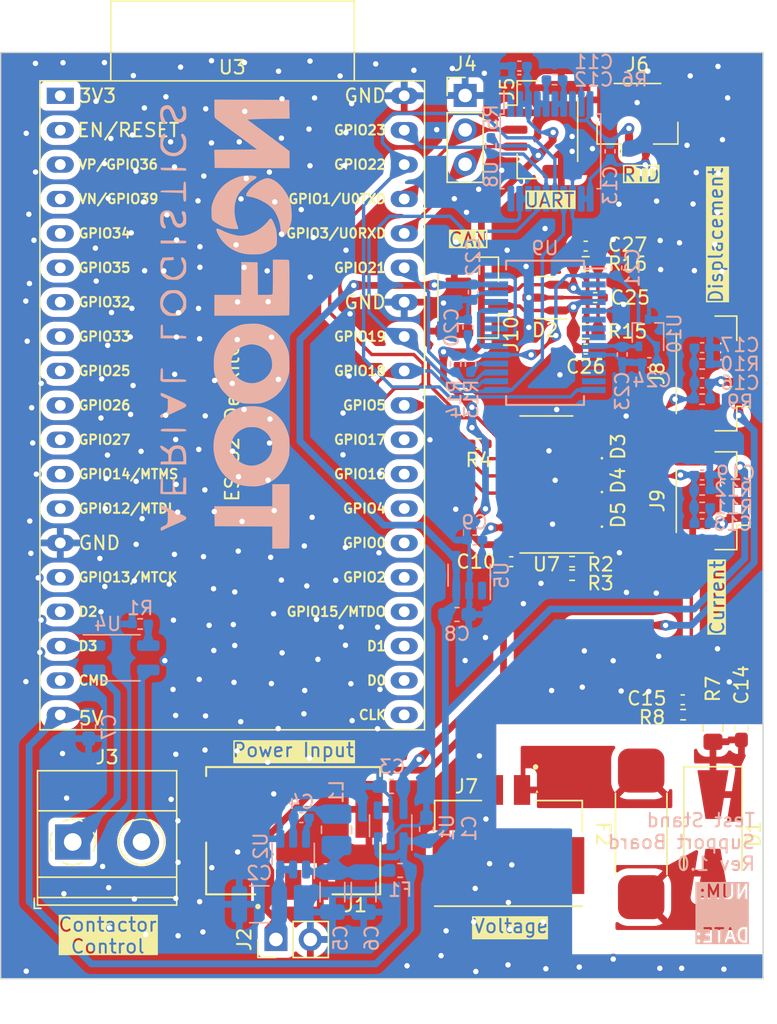
<source format=kicad_pcb>
(kicad_pcb (version 20221018) (generator pcbnew)
  (layers (0 "F.Cu" signal) (31 "B.Cu" signal) (34 "B.Paste" user) (35 "F.Paste" user) (36 "B.SilkS" user "B.Silkscreen") (37 "F.SilkS" user "F.Silkscreen") (38 "B.Mask" user) (39 "F.Mask" user) (44 "Edge.Cuts" user))
  (net 0 "")
  (net 1 "+5V")
  (net 2 "GND")
  (net 3 "+3.3V")
  (net 4 "Net-(J6-Pin_1)")
  (net 5 "Net-(J6-Pin_2)")
  (net 6 "+3.0V_REF")
  (net 7 "Net-(J7-Pin_1)")
  (net 8 "/Voltage, Current, Displacement Monitoring/Current Inputs/I1")
  (net 9 "/Voltage, Current, Displacement Monitoring/Voltage Inputs/V1")
  (net 10 "/Voltage, Current, Displacement Monitoring/Displacement Input/D")
  (net 11 "/UART.TXD")
  (net 12 "/UART.RXD")
  (net 13 "/SPI.~{CS_RTD}")
  (net 14 "/SPI.~{CS_ADC}")
  (net 16 "/SPI.~{CS_CAN}")
  (net 17 "/SPI.MOSI")
  (net 18 "/SPI.MISO")
  (net 19 "/SPI.SCK")
  (net 20 "Net-(U7-CH0)")
  (net 21 "Net-(D1-K)")
  (net 22 "Net-(J10-Pin_2)")
  (net 23 "Net-(C25-Pad1)")
  (net 24 "Net-(D1-A)")
  (net 25 "Net-(J3-Pin_1)")
  (net 26 "Net-(J3-Pin_2)")
  (net 27 "Net-(R1-Pad1)")
  (net 28 "+12V")
  (net 30 "Net-(U2-BST)")
  (net 31 "Net-(U2-SW)")
  (net 32 "Net-(U2-FB)")
  (net 33 "Net-(J8-Pin_2)")
  (net 34 "Net-(J9-Pin_1)")
  (net 35 "Net-(U10-CLOCK)")
  (net 36 "Net-(J10-Pin_1)")
  (net 37 "Net-(U8-BIAS)")
  (net 38 "Net-(U8-ISENSOR)")
  (net 54 "Net-(U3-SD_DATA3{slash}GPIO10)")
  (net 78 "Net-(U9-~{RESET})")
  (net 79 "Net-(U9-TXD)")
  (net 80 "Net-(U9-RXD)")
  (footprint "Resistor_SMD:R_0805_2012Metric_Pad1.20x1.40mm_HandSolder" (layer "F.Cu") (at 149.6 90.9 90)
    (fp_text reference "R7")
    (fp_text value "97.6K 0.1%")
  )
  (footprint "Resistor_SMD:R_0402_1005Metric_Pad0.72x0.64mm_HandSolder" (layer "F.Cu") (at 132.3 69.9 180)
    (fp_text reference "R4")
    (fp_text value "4.7K")
  )
  (footprint "Resistor_SMD:R_0603_1608Metric_Pad0.98x0.95mm_HandSolder" (layer "F.Cu") (at 140.2 56.6 180)
    (fp_text reference "R16")
    (fp_text value "60R 0.5%")
  )
  (footprint "Diode_SMD:D_0201_0603Metric" (layer "F.Cu") (at 141.4 75.155 90)
    (fp_text reference "D5")
    (fp_text value "PESD3V3Y1BSFYL")
  )
  (footprint "connector:MOLEX_5600200330" (layer "F.Cu") (at 118.6 98.4672 180)
    (fp_text reference "J1")
    (fp_text value "560020-0330")
  )
  (footprint "fuse:SF-3812TM050T-2" (layer "F.Cu") (at 144.3 98.7 -90)
    (fp_text reference "F2")
    (fp_text value "SF-3812TM050T-2")
  )
  (footprint "Connector_PinHeader_2.54mm:PinHeader_1x03_P2.54mm_Vertical" (layer "F.Cu") (at 131.3 44.175)
    (fp_text reference "J4")
    (fp_text value "Conn_01x03_Pin")
  )
  (footprint "Connector_JST:JST_GH_BM04B-GHS-TBT_1x04-1MP_P1.25mm_Vertical" (layer "F.Cu") (at 149.5 64.7 90)
    (fp_text reference "J8")
    (fp_text value "BM04B-GHS-TBT")
  )
  (footprint "Diode_SMD:D_0201_0603Metric" (layer "F.Cu") (at 141.4 72.6 90)
    (fp_text reference "D4")
    (fp_text value "PESD3V3Y1BSFYL")
  )
  (footprint "TerminalBlock_Phoenix:TerminalBlock_Phoenix_MKDS-1,5-2-5.08_1x02_P5.08mm_Horizontal" (layer "F.Cu") (at 102.32 99.3)
    (fp_text reference "J3")
    (fp_text value "1715721")
  )
  (footprint "Diode_SMD:D_0201_0603Metric" (layer "F.Cu") (at 141.4 70.1 90)
    (fp_text reference "D3")
    (fp_text value "PESD3V3Y1BSFYL")
  )
  (footprint "Connector_JST:JST_GH_BM03B-GHS-TBT_1x03-1MP_P1.25mm_Vertical" (layer "F.Cu") (at 149.5 74.1 90)
    (fp_text reference "J9")
    (fp_text value "BM03B-GHS-TBT")
  )
  (footprint "Resistor_SMD:R_0402_1005Metric_Pad0.72x0.64mm_HandSolder" (layer "F.Cu") (at 139.2 78.6)
    (fp_text reference "R2")
    (fp_text value "5K 0.1%")
  )
  (footprint "Capacitor_SMD:C_0402_1005Metric_Pad0.74x0.62mm_HandSolder" (layer "F.Cu") (at 147.3675 88.8 180)
    (fp_text reference "C15")
    (fp_text value "0.1uF 25V")
  )
  (footprint "Capacitor_SMD:C_0402_1005Metric_Pad0.74x0.62mm_HandSolder" (layer "F.Cu") (at 140.9 59.1 180)
    (fp_text reference "C25")
    (fp_text value "4.7nF 10V")
  )
  (footprint "Diode_SMD:D_SMA-SMB_Universal_Handsoldering" (layer "F.Cu") (at 149.6 98.7 -90)
    (fp_text reference "D1")
    (fp_text value "S1MB-13-F")
  )
  (footprint "Capacitor_SMD:C_0402_1005Metric_Pad0.74x0.62mm_HandSolder" (layer "F.Cu") (at 134.7 78.6)
    (fp_text reference "C10")
    (fp_text value "0.1uF 25V")
  )
  (footprint "Capacitor_SMD:C_0402_1005Metric_Pad0.74x0.62mm_HandSolder" (layer "F.Cu") (at 140.2 62.9 180)
    (fp_text reference "C26")
    (fp_text value "56pF 25V")
  )
  (footprint "Resistor_SMD:R_0603_1608Metric_Pad0.98x0.95mm_HandSolder" (layer "F.Cu") (at 140.2 61.6)
    (fp_text reference "R15")
    (fp_text value "60R 0.5%")
  )
  (footprint "Espressif:ESP32-DevKitC" (layer "F.Cu") (at 101.4 44.19656)
    (fp_text reference "U3")
    (fp_text value "ESP32-DevKitC")
  )
  (footprint "Connector_JST:JST_GH_BM02B-GHS-TBT_1x02-1MP_P1.25mm_Vertical" (layer "F.Cu") (at 131.9 59.1 90)
    (fp_text reference "J10")
    (fp_text value "BM02B-GHS-TBT")
  )
  (footprint "Resistor_SMD:R_0402_1005Metric_Pad0.72x0.64mm_HandSolder" (layer "F.Cu") (at 139.2 79.6 180)
    (fp_text reference "R3")
    (fp_text value "5K 0.1%")
  )
  (footprint "Connector_JST:JST_GH_BM03B-GHS-TBT_1x03-1MP_P1.25mm_Vertical" (layer "F.Cu") (at 137 46.7 -90)
    (fp_text reference "J5")
    (fp_text value "BM03B-GHS-TBT")
  )
  (footprint "Capacitor_SMD:C_0603_1608Metric_Pad1.08x0.95mm_HandSolder" (layer "F.Cu") (at 151.7 90.9 90)
    (fp_text reference "C14")
    (fp_text value "100pF 200V")
  )
  (footprint "Capacitor_SMD:C_0402_1005Metric_Pad0.74x0.62mm_HandSolder" (layer "F.Cu") (at 140.2 55.3 180)
    (fp_text reference "C27")
    (fp_text value "56pF 25V")
  )
  (footprint "Connector_PinHeader_2.54mm:PinHeader_1x02_P2.54mm_Vertical" (layer "F.Cu") (at 117.325 106.5 90)
    (fp_text reference "J2")
    (fp_text value "Conn_01x02_Pin")
  )
  (footprint "Connector_JST:JST_GH_BM02B-GHS-TBT_1x02-1MP_P1.25mm_Vertical" (layer "F.Cu") (at 144.025 45.9)
    (fp_text reference "J6")
    (fp_text value "BM02B-GHS-TBT")
  )
  (footprint "Package_SO:SOIC-16_3.9x9.9mm_P1.27mm" (layer "F.Cu") (at 137.3 72.9 180)
    (fp_text reference "U7")
    (fp_text value "MCP3208-CI/SL")
  )
  (footprint "Package_TO_SOT_SMD:SOT-23" (layer "F.Cu") (at 137.2 59.1 180)
    (fp_text reference "D2")
    (fp_text value "NUP2105L")
  )
  (footprint "connector:MOLEX_5600200230" (layer "F.Cu") (at 134.5 95.46)
    (fp_text reference "J7")
    (fp_text value "560020-0230")
  )
  (footprint "Resistor_SMD:R_0402_1005Metric_Pad0.72x0.64mm_HandSolder" (layer "F.Cu") (at 147.3975 89.9 180)
    (fp_text reference "R8")
    (fp_text value "3K 0.1%")
  )
  (footprint "Capacitor_SMD:C_1210_3225Metric" (layer "B.Cu") (at 116.1 103.9 180)
    (fp_text reference "C2")
    (fp_text value "C3225X8R1E106K250AC")
  )
  (footprint "Capacitor_SMD:C_0402_1005Metric_Pad0.74x0.62mm_HandSolder" (layer "B.Cu") (at 135.3 43 180)
    (fp_text reference "C12")
    (fp_text value "0.1uF 25V")
  )
  (footprint "Resistor_SMD:R_0402_1005Metric_Pad0.72x0.64mm_HandSolder" (layer "B.Cu") (at 148.8 74.6 180)
    (fp_text reference "R11")
    (fp_text value "2K 0.1%")
  )
  (footprint "Capacitor_SMD:C_0402_1005Metric_Pad0.74x0.62mm_HandSolder" (layer "B.Cu") (at 142.9 63.3 -90)
    (fp_text reference "C23")
    (fp_text value "~")
  )
  (footprint "Package_SO:SSOP-20_5.3x7.2mm_P0.65mm" (layer "B.Cu") (at 137.6 48.3 -90)
    (fp_text reference "U8")
    (fp_text value "MAX31865xAP")
  )
  (footprint "Capacitor_SMD:C_0402_1005Metric_Pad0.74x0.62mm_HandSolder" (layer "B.Cu") (at 142.5 56.9 90)
    (fp_text reference "C21")
    (fp_text value "0.1uF 25V")
  )
  (footprint "Capacitor_SMD:C_0402_1005Metric_Pad0.74x0.62mm_HandSolder" (layer "B.Cu") (at 119.2 97.5 180)
    (fp_text reference "C4")
    (fp_text value "0.1uF 25V")
  )
  (footprint "Inductor_SMD:L_1008_2520Metric_Pad1.43x2.20mm_HandSolder" (layer "B.Cu") (at 121.8 98.4 -90)
    (fp_text reference "L1")
    (fp_text value "DFE252012P-4R7M=P2")
  )
  (footprint "Capacitor_SMD:C_0603_1608Metric_Pad1.08x0.95mm_HandSolder" (layer "B.Cu") (at 130.7 82.5)
    (fp_text reference "C8")
    (fp_text value "10uF 10V")
  )
  (footprint "Resistor_SMD:R_0402_1005Metric_Pad0.72x0.64mm_HandSolder" (layer "B.Cu") (at 130.6 64 -90)
    (fp_text reference "R14")
    (fp_text value "4.7K")
  )
  (footprint "Resistor_SMD:R_0402_1005Metric_Pad0.72x0.64mm_HandSolder" (layer "B.Cu") (at 148.8 73.3)
    (fp_text reference "R12")
    (fp_text value "6.04K 0.1%")
  )
  (footprint "Capacitor_SMD:C_0402_1005Metric_Pad0.74x0.62mm_HandSolder" (layer "B.Cu") (at 135.3 42 180)
    (fp_text reference "C11")
    (fp_text value "0.1uF 25V")
  )
  (footprint "Capacitor_SMD:C_0402_1005Metric_Pad0.74x0.62mm_HandSolder" (layer "B.Cu") (at 148.8 72.2)
    (fp_text reference "C19")
    (fp_text value "0.1uF 25V")
  )
  (footprint "Package_TO_SOT_SMD:TSOT-23-6" (layer "B.Cu") (at 118.6 100.2 90)
    (fp_text reference "U2")
    (fp_text value "AP63205WU-7")
  )
  (footprint "Resistor_SMD:R_0402_1005Metric_Pad0.72x0.64mm_HandSolder" (layer "B.Cu") (at 131.7 64 -90)
    (fp_text reference "R13")
    (fp_text value "4.7K")
  )
  (footprint "Capacitor_SMD:C_0402_1005Metric_Pad0.74x0.62mm_HandSolder" (layer "B.Cu") (at 131.5 61.3 90)
    (fp_text reference "C20")
    (fp_text value "0.1uF 25V")
  )
  (footprint "Capacitor_SMD:C_1206_3216Metric" (layer "B.Cu") (at 123.8 103 -90)
    (fp_text reference "C6")
    (fp_text value "C3216X5R1C226M160AB")
  )
  (footprint "Resistor_SMD:R_0402_1005Metric_Pad0.72x0.64mm_HandSolder" (layer "B.Cu") (at 137.9 43)
    (fp_text reference "R6")
    (fp_text value "3.97K 0.1%")
  )
  (footprint "Package_TO_SOT_SMD:SOT-23-5" (layer "B.Cu") (at 131.6 79.6 90)
    (fp_text reference "U5")
    (fp_text value "LM4132BMF-3.0/NOPB")
  )
  (footprint "Resistor_SMD:R_0402_1005Metric_Pad0.72x0.64mm_HandSolder" (layer "B.Cu") (at 148.8 66.6 180)
    (fp_text reference "R9")
    (fp_text value "6.98K 0.1%")
  )
  (footprint "Capacitor_SMD:C_0603_1608Metric_Pad1.08x0.95mm_HandSolder" (layer "B.Cu") (at 125.85 95.2 180)
    (fp_text reference "C3")
    (fp_text value "1uF 10V")
  )
  (footprint "Capacitor_SMD:C_0402_1005Metric_Pad0.74x0.62mm_HandSolder" (layer "B.Cu") (at 144.9 63.9 180)
    (fp_text reference "C24")
    (fp_text value "0.1uF 25V")
  )
  (footprint "Capacitor_SMD:C_0402_1005Metric_Pad0.74x0.62mm_HandSolder" (layer "B.Cu") (at 148.8 62.8)
    (fp_text reference "C17")
    (fp_text value "0.1uF 25V")
  )
  (footprint "Capacitor_SMD:C_0603_1608Metric_Pad1.08x0.95mm_HandSolder" (layer "B.Cu") (at 128.45 98.3625 90)
    (fp_text reference "C1")
    (fp_text value "1uF 10V")
  )
  (footprint "Package_TO_SOT_SMD:SOT-23-5" (layer "B.Cu") (at 125.8 98.1 90)
    (fp_text reference "U1")
    (fp_text value "TLV75533PDBV")
  )
  (footprint "Resistor_SMD:R_0402_1005Metric_Pad0.72x0.64mm_HandSolder" (layer "B.Cu") (at 148.8 64)
    (fp_text reference "R10")
    (fp_text value "2.94K 0.1%")
  )
  (footprint "Capacitor_SMD:C_1206_3216Metric" (layer "B.Cu") (at 121.5 103 -90)
    (fp_text reference "C5")
    (fp_text value "C3216X5R1C226M160AB")
  )
  (footprint "Fuse:Fuse_0603_1608Metric" (layer "B.Cu") (at 126.5 101.4)
    (fp_text reference "F1")
    (fp_text value "C2Q 500")
  )
  (footprint "Package_SO:SSOP-28_5.3x10.2mm_P0.65mm" (layer "B.Cu") (at 137.2 61.7 180)
    (fp_text reference "U9")
    (fp_text value "MCP25625-x-SS")
  )
  (footprint "Capacitor_SMD:C_0402_1005Metric_Pad0.74x0.62mm_HandSolder" (layer "B.Cu") (at 131.9 58.7 -90)
    (fp_text reference "C22")
    (fp_text value "0.1uF 25V")
  )
  (footprint "Resistor_SMD:R_0402_1005Metric_Pad0.72x0.64mm_HandSolder" (layer "B.Cu") (at 107.3 83.2 180)
    (fp_text reference "R1")
    (fp_text value "267R 0.5%")
  )
  (footprint "Package_TO_SOT_SMD:SOT-323_SC-70" (layer "B.Cu") (at 144.8 61.7 90)
    (fp_text reference "U10")
    (fp_text value "MAX7375AXR805")
  )
  (footprint "Resistor_SMD:R_0402_1005Metric_Pad0.72x0.64mm_HandSolder" (layer "B.Cu") (at 133.2 47.9 -90)
    (fp_text reference "R5")
    (fp_text value "4.7K")
  )
  (footprint "Capacitor_SMD:C_0402_1005Metric_Pad0.74x0.62mm_HandSolder" (layer "B.Cu") (at 142 48.3 -90)
    (fp_text reference "C13")
    (fp_text value "0.01uF 10V")
  )
  (footprint "Capacitor_SMD:C_0402_1005Metric_Pad0.74x0.62mm_HandSolder" (layer "B.Cu") (at 132 77 180)
    (fp_text reference "C9")
    (fp_text value "0.1uF 25V")
  )
  (footprint "Capacitor_SMD:C_0402_1005Metric_Pad0.74x0.62mm_HandSolder" (layer "B.Cu") (at 148.8 75.8 180)
    (fp_text reference "C18")
    (fp_text value "100pF 25V")
  )
  (footprint "Capacitor_SMD:C_0402_1005Metric_Pad0.74x0.62mm_HandSolder" (layer "B.Cu") (at 148.8 65.4 180)
    (fp_text reference "C16")
    (fp_text value "100pF 25V")
  )
  (footprint "OptoDevice:OnSemi_CASE100CY" (layer "B.Cu") (at 105.9 85.7 -90)
    (fp_text reference "U4")
    (fp_text value "TLP241A(TP1,F")
  )
  (footprint "Capacitor_SMD:C_0603_1608Metric_Pad1.08x0.95mm_HandSolder" (layer "B.Cu") (at 103.5 90.8 -90)
    (fp_text reference "C7")
    (fp_text value "10uF 25V")
  )
  (gr_poly (pts (xy 118.328211 57.071936) (xy 118.320004 56.601947) (xy 118.308437 56.391529) (xy 118.303441 56.375179) (xy 118.297826 56.360773) (xy 118.290763 56.348189) (xy 118.281427 56.337304) (xy 118.26899 56.327994) (xy 118.252626 56.320139) (xy 118.231508 56.313613) (xy 118.204808 56.308296) (xy 118.171701 56.304064) (xy 118.131359 56.300794) (xy 118.025663 56.296652) (xy 117.881107 56.294886) (xy 117.691076 56.294516) (xy 117.100173 56.294516) (xy 117.100173 57.524828) (xy 117.097899 58.009001) (xy 117.091904 58.41504) (xy 117.087899 58.575711) (xy 117.08343 58.70119) (xy 117.07865 58.786258) (xy 117.076192 58.812006) (xy 117.073715 58.825695) (xy 117.068687 58.835934) (xy 117.061605 58.845186) (xy 117.052069 58.853494) (xy 117.039677 58.860904) (xy 117.02403 58.867461) (xy 117.004727 58.873211) (xy 116.981367 58.878199) (xy 116.95355 58.88247) (xy 116.920875 58.88607) (xy 116.882942 58.889042) (xy 116.789701 58.893289) (xy 116.670621 58.895571) (xy 116.522499 58.896252) (xy 115.997742 58.896252) (xy 115.988923 57.692396) (xy 115.975694 56.492952) (xy 115.371562 56.479723) (xy 114.76302 56.466494) (xy 114.76302 58.896252) (xy 112.778645 58.896252) (xy 112.778645 60.439653) (xy 115.525902 60.439653) (xy 116.596224 60.437311) (xy 117.477204 60.430834) (xy 118.077064 60.42105) (xy 118.242894 60.415176) (xy 118.287264 60.412038) (xy 118.304027 60.408785) (xy 118.317058 60.231647) (xy 118.32642 59.78543) (xy 118.334343 58.438191)) (fill solid) (layer "B.SilkS"))
  (gr_poly (pts (xy 110.705901 59.463431) (xy 110.7053 59.410103) (xy 110.704157 59.361917) (xy 110.702355 59.318343) (xy 110.699777 59.278852) (xy 110.696309 59.242913) (xy 110.691832 59.209997) (xy 110.686232 59.179575) (xy 110.679391 59.151116) (xy 110.671194 59.124092) (xy 110.661524 59.097971) (xy 110.650265 59.072226) (xy 110.637301 59.046325) (xy 110.622515 59.01974) (xy 110.605791 58.99194) (xy 110.587013 58.962397) (xy 110.573861 58.942217) (xy 110.559306 58.921469) (xy 110.543499 58.900308) (xy 110.526587 58.878888) (xy 110.508718 58.857365) (xy 110.490043 58.835893) (xy 110.470708 58.814628) (xy 110.450864 58.793725) (xy 110.430657 58.773339) (xy 110.410237 58.753624) (xy 110.389753 58.734737) (xy 110.369353 58.716831) (xy 110.349185 58.700062) (xy 110.329398 58.684585) (xy 110.310141 58.670555) (xy 110.291562 58.658127) (xy 110.264257 58.640852) (xy 110.238283 58.625346) (xy 110.213214 58.611521) (xy 110.188622 58.599284) (xy 110.164083 58.588546) (xy 110.139168 58.579216) (xy 110.113453 58.571204) (xy 110.08651 58.56442) (xy 110.057913 58.558772) (xy 110.027237 58.554171) (xy 109.994054 58.550526) (xy 109.957939 58.547746) (xy 109.918464 58.545741) (xy 109.875205 58.544422) (xy 109.775624 58.543474) (xy 109.701563 58.543876) (xy 109.634375 58.54524) (xy 109.573389 58.547805) (xy 109.517931 58.551811) (xy 109.467331 58.557497) (xy 109.443643 58.561044) (xy 109.420917 58.5651) (xy 109.39907 58.569696) (xy 109.378017 58.574862) (xy 109.357675 58.580626) (xy 109.337959 58.58702) (xy 109.318786 58.594072) (xy 109.300072 58.601813) (xy 109.281732 58.610272) (xy 109.263683 58.619481) (xy 109.245841 58.629467) (xy 109.228121 58.640262) (xy 109.21044 58.651895) (xy 109.192714 58.664396) (xy 109.15679 58.692121) (xy 109.119678 58.723677) (xy 109.080705 58.759302) (xy 109.039201 58.799236) (xy 109.000331 58.839313) (xy 108.964718 58.880274) (xy 108.932308 58.922282) (xy 108.903051 58.965497) (xy 108.876894 59.010082) (xy 108.853786 59.056198) (xy 108.833675 59.104007) (xy 108.81651 59.153669) (xy 108.802239 59.205346) (xy 108.79081 59.2592) (xy 108.782171 59.315393) (xy 108.776271 59.374086) (xy 108.773059 59.435439) (xy 108.772482 59.499616) (xy 108.774489 59.566777) (xy 108.779028 59.637083) (xy 108.785233 59.697187) (xy 108.793945 59.755147) (xy 108.805189 59.810988) (xy 108.818991 59.864736) (xy 108.835376 59.916417) (xy 108.844546 59.94149) (xy 108.854372 59.966056) (xy 108.864856 59.990119) (xy 108.876003 60.01368) (xy 108.887814 60.036745) (xy 108.900295 60.059315) (xy 108.913447 60.081394) (xy 108.927274 60.102986) (xy 108.94178 60.124093) (xy 108.956967 60.144719) (xy 108.972838 60.164867) (xy 108.989398 60.18454) (xy 109.006649 60.203742) (xy 109.024594 60.222475) (xy 109.043237 60.240743) (xy 109.06258 60.25855) (xy 109.082628 60.275897) (xy 109.103383 60.29279) (xy 109.124849 60.30923) (xy 109.147028 60.325221) (xy 109.193541 60.355869) (xy 109.220083 60.372319) (xy 109.245468 60.387004) (xy 109.270194 60.400023) (xy 109.294758 60.411473) (xy 109.319659 60.42145) (xy 109.345393 60.430051) (xy 109.372457 60.437372) (xy 109.40135 60.443512) (xy 109.432567 60.448567) (xy 109.466608 60.452633) (xy 109.503969 60.455808) (xy 109.545148 60.458188) (xy 109.640947 60.460953) (xy 109.754337 60.461679) (xy 109.754337 60.258891) (xy 109.729134 60.25838) (xy 109.678585 60.254058) (xy 109.627893 60.24533) (xy 109.577118 60.23219) (xy 109.526317 60.214632) (xy 109.475548 60.192649) (xy 109.42487 60.166235) (xy 109.37434 60.135384) (xy 109.336554 60.109085) (xy 109.299426 60.080021) (xy 109.263203 60.048528) (xy 109.22813 60.014943) (xy 109.194452 59.979601) (xy 109.162415 59.942837) (xy 109.132264 59.904988) (xy 109.104244 59.86639) (xy 109.078602 59.827379) (xy 109.055582 59.78829) (xy 109.035431 59.749459) (xy 109.018392 59.711223) (xy 109.004713 59.673917) (xy 108.994638 59.637877) (xy 108.991029 59.620436) (xy 108.988414 59.603438) (xy 108.986822 59.586925) (xy 108.986284 59.570938) (xy 108.987002 59.539113) (xy 108.989131 59.507335) (xy 108.992635 59.475651) (xy 108.997481 59.444107) (xy 109.003631 59.412751) (xy 109.01105 59.381628) (xy 109.019703 59.350787) (xy 109.029555 59.320273) (xy 109.040569 59.290134) (xy 109.05271 59.260417) (xy 109.065943 59.231168) (xy 109.080232 59.202434) (xy 109.095542 59.174262) (xy 109.111837 59.146699) (xy 109.129081 59.119791) (xy 109.147239 59.093586) (xy 109.166276 59.068131) (xy 109.186156 59.043471) (xy 109.206843 59.019654) (xy 109.228302 58.996727) (xy 109.250498 58.974737) (xy 109.273394 58.95373) (xy 109.296956 58.933754) (xy 109.321148 58.914855) (xy 109.345934 58.897079) (xy 109.371278 58.880475) (xy 109.397146 58.865088) (xy 109.423501 58.850965) (xy 109.450309 58.838154) (xy 109.477533 58.826701) (xy 109.505139 58.816652) (xy 109.533089 58.808056) (xy 109.566656 58.799143) (xy 109.599566 58.791426) (xy 109.631835 58.784912) (xy 109.663478 58.779608) (xy 109.694511 58.775522) (xy 109.724948 58.772661) (xy 109.754806 58.771032) (xy 109.784099 58.770642) (xy 109.812844 58.771499) (xy 109.841054 58.773611) (xy 109.868747 58.776983) (xy 109.895936 58.781624) (xy 109.922637 58.78754) (xy 109.948867 58.79474) (xy 109.974639 58.80323) (xy 109.999969 58.813017) (xy 110.024873 58.824109) (xy 110.049366 58.836514) (xy 110.073464 58.850237) (xy 110.097181 58.865288) (xy 110.120533 58.881672) (xy 110.143536 58.899397) (xy 110.166204 58.918471) (xy 110.188554 58.938901) (xy 110.210599 58.960693) (xy 110.232357 58.983856) (xy 110.253841 59.008396) (xy 110.275068 59.034321) (xy 110.296053 59.061638) (xy 110.316811 59.090354) (xy 110.337358 59.120477) (xy 110.357708 59.152014) (xy 110.377126 59.183845) (xy 110.394869 59.215662) (xy 110.41094 59.247454) (xy 110.425344 59.279207) (xy 110.438084 59.310909) (xy 110.449166 59.342545) (xy 110.458592 59.374105) (xy 110.466366 59.405574) (xy 110.472494 59.436939) (xy 110.476978 59.468188) (xy 110.479823 59.499308) (xy 110.481034 59.530286) (xy 110.480613 59.561109) (xy 110.478565 59.591764) (xy 110.474894 59.622238) (xy 110.469604 59.652518) (xy 110.4627 59.682592) (xy 110.454184 59.712446) (xy 110.444062 59.742067) (xy 110.432337 59.771443) (xy 110.419013 59.800561) (xy 110.404095 59.829407) (xy 110.387586 59.857969) (xy 110.36949 59.886234) (xy 110.349811 59.914189) (xy 110.328555 59.94182) (xy 110.305723 59.969116) (xy 110.281321 59.996063) (xy 110.255353 60.022649) (xy 110.227822 60.04886) (xy 110.198733 60.074683) (xy 110.16809 60.100105) (xy 110.121436 60.135141) (xy 110.074116 60.165829) (xy 110.026189 60.192163) (xy 109.977714 60.214138) (xy 109.928747 60.231745) (xy 109.879348 60.24498) (xy 109.854504 60.249955) (xy 109.829573 60.253835) (xy 109.804564 60.256618) (xy 109.779483 60.258304) (xy 109.754337 60.258891) (xy 109.754337 60.461679) (xy 109.757986 60.461702) (xy 109.839813 60.461129) (xy 109.913825 60.459179) (xy 109.980782 60.455511) (xy 110.041448 60.449782) (xy 110.06966 60.446038) (xy 110.096585 60.441651) (xy 110.122318 60.436577) (xy 110.146954 60.430774) (xy 110.170589 60.424199) (xy 110.193319 60.416809) (xy 110.215237 60.408562) (xy 110.236441 60.399415) (xy 110.257024 60.389324) (xy 110.277082 60.378248) (xy 110.296711 60.366143) (xy 110.316005 60.352966) (xy 110.33506 60.338676) (xy 110.353972 60.323228) (xy 110.372835 60.30658) (xy 110.391746 60.288689) (xy 110.410798 60.269514) (xy 110.430087 60.24901) (xy 110.46976 60.203846) (xy 110.511525 60.152855) (xy 110.556146 60.095696) (xy 110.604368 60.031272) (xy 110.624019 60.002988) (xy 110.640963 59.976357) (xy 110.655402 59.950656) (xy 110.667534 59.925162) (xy 110.67756 59.899152) (xy 110.685681 59.871901) (xy 110.692096 59.842687) (xy 110.697006 59.810785) (xy 110.700612 59.775473) (xy 110.703113 59.736026) (xy 110.704709 59.691722) (xy 110.705602 59.641837) (xy 110.706076 59.522431)) (fill solid) (layer "B.SilkS"))
  (gr_poly (pts (xy 110.705905 47.63356) (xy 110.705335 47.581231) (xy 110.704273 47.533734) (xy 110.70263 47.490643) (xy 110.700316 47.45153) (xy 110.697239 47.415971) (xy 110.693309 47.383537) (xy 110.688437 47.353804) (xy 110.68253 47.326345) (xy 110.6755 47.300733) (xy 110.667256 47.276542) (xy 110.657706 47.253346) (xy 110.646762 47.230718) (xy 110.634332 47.208232) (xy 110.620325 47.185462) (xy 110.604652 47.161982) (xy 110.586098 47.135504) (xy 110.567684 47.111439) (xy 110.549474 47.089747) (xy 110.53153 47.070386) (xy 110.513916 47.053314) (xy 110.496694 47.038492) (xy 110.479927 47.025877) (xy 110.463679 47.015428) (xy 110.448012 47.007105) (xy 110.432989 47.000865) (xy 110.418674 46.996668) (xy 110.405129 46.994473) (xy 110.392418 46.994239) (xy 110.380602 46.995924) (xy 110.369746 46.999487) (xy 110.359912 47.004886) (xy 110.351164 47.012082) (xy 110.343563 47.021032) (xy 110.337174 47.031696) (xy 110.332059 47.044032) (xy 110.328281 47.057998) (xy 110.325903 47.073555) (xy 110.324988 47.09066) (xy 110.325599 47.109273) (xy 110.3278 47.129352) (xy 110.331652 47.150857) (xy 110.337219 47.173745) (xy 110.344564 47.197976) (xy 110.353751 47.223509) (xy 110.364841 47.250302) (xy 110.377898 47.278314) (xy 110.392985 47.307505) (xy 110.409161 47.339435) (xy 110.423794 47.371542) (xy 110.436891 47.403794) (xy 110.44846 47.436161) (xy 110.458508 47.468612) (xy 110.467041 47.501116) (xy 110.474068 47.533643) (xy 110.479595 47.566161) (xy 110.483631 47.598641) (xy 110.486181 47.631051) (xy 110.487254 47.663362) (xy 110.486856 47.695541) (xy 110.484995 47.727559) (xy 110.481679 47.759385) (xy 110.476914 47.790988) (xy 110.470707 47.822338) (xy 110.463067 47.853403) (xy 110.454 47.884153) (xy 110.443513 47.914558) (xy 110.431614 47.944587) (xy 110.41831 47.974208) (xy 110.403609 48.003392) (xy 110.387517 48.032108) (xy 110.370041 48.060325) (xy 110.35119 48.088012) (xy 110.330971 48.115138) (xy 110.30939 48.141674) (xy 110.286455 48.167588) (xy 110.262173 48.192849) (xy 110.236552 48.217427) (xy 110.209598 48.241292) (xy 110.181319 48.264412) (xy 110.153407 48.286394) (xy 110.127317 48.306116) (xy 110.1027 48.323692) (xy 110.079207 48.339241) (xy 110.056488 48.352877) (xy 110.034196 48.364718) (xy 110.011982 48.374879) (xy 109.989496 48.383476) (xy 109.96639 48.390627) (xy 109.942316 48.396447) (xy 109.916923 48.401053) (xy 109.889864 48.404561) (xy 109.86079 48.407086) (xy 109.829351 48.408747) (xy 109.795199 48.409657) (xy 109.757986 48.409935) (xy 109.730394 48.409872) (xy 109.703025 48.408866) (xy 109.675897 48.406927) (xy 109.649026 48.404069) (xy 109.62243 48.400304) (xy 109.596126 48.395643) (xy 109.57013 48.390098) (xy 109.544459 48.383683) (xy 109.519131 48.376408) (xy 109.494161 48.368286) (xy 109.469569 48.35933) (xy 109.445369 48.34955) (xy 109.42158 48.33896) (xy 109.398218 48.327571) (xy 109.375299 48.315396) (xy 109.352842 48.302447) (xy 109.330863 48.288735) (xy 109.309379 48.274274) (xy 109.288407 48.259074) (xy 109.267964 48.243148) (xy 109.248066 48.226509) (xy 109.228732 48.209168) (xy 109.209977 48.191137) (xy 109.191819 48.172429) (xy 109.174274 48.153055) (xy 109.15736 48.133028) (xy 109.141094 48.112361) (xy 109.125492 48.091064) (xy 109.110572 48.06915) (xy 109.09635 48.046631) (xy 109.082843 48.02352) (xy 109.070069 47.999828) (xy 109.051467 47.96063) (xy 109.035351 47.922297) (xy 109.021729 47.884661) (xy 109.010607 47.847556) (xy 109.001991 47.810812) (xy 108.995888 47.774262) (xy 108.992304 47.737737) (xy 108.991246 47.701071) (xy 108.992719 47.664094) (xy 108.996732 47.626639) (xy 109.003289 47.588539) (xy 109.012398 47.549624) (xy 109.024065 47.509728) (xy 109.038297 47.468681) (xy 109.055099 47.426317) (xy 109.074479 47.382467) (xy 109.083463 47.362339) (xy 109.092195 47.341738) (xy 109.10063 47.320815) (xy 109.108723 47.299717) (xy 109.1237 47.257593) (xy 109.136766 47.216553) (xy 109.142469 47.196812) (xy 109.147558 47.177787) (xy 109.151988 47.159628) (xy 109.155714 47.142484) (xy 109.158691 47.126502) (xy 109.160873 47.111831) (xy 109.162215 47.09862) (xy 109.162673 47.087017) (xy 109.162239 47.073477) (xy 109.160959 47.060964) (xy 109.158865 47.049471) (xy 109.155989 47.038992) (xy 109.152365 47.029521) (xy 109.148023 47.021052) (xy 109.142996 47.013577) (xy 109.137317 47.007091) (xy 109.131018 47.001586) (xy 109.124131 46.997057) (xy 109.116689 46.993496) (xy 109.108723 46.990898) (xy 109.100266 46.989256) (xy 109.091351 46.988564) (xy 109.082009 46.988815) (xy 109.072274 46.990002) (xy 109.062176 46.99212) (xy 109.05175 46.995161) (xy 109.041026 46.99912) (xy 109.030037 47.00399) (xy 109.018816 47.009763) (xy 109.007394 47.016435) (xy 108.995805 47.023998) (xy 108.98408 47.032446) (xy 108.972251 47.041773) (xy 108.960352 47.051972) (xy 108.948413 47.063036) (xy 108.936468 47.074959) (xy 108.924549 47.087735) (xy 108.912689 47.101358) (xy 108.900918 47.11582) (xy 108.889271 47.131115) (xy 108.873598 47.154503) (xy 108.859591 47.177038) (xy 108.847161 47.199211) (xy 108.836216 47.221513) (xy 108.826666 47.244436) (xy 108.818422 47.26847) (xy 108.811392 47.294106) (xy 108.805485 47.321834) (xy 108.800613 47.352147) (xy 108.796683 47.385534) (xy 108.793606 47.422487) (xy 108.791292 47.463497) (xy 108.788587 47.559649) (xy 108.787846 47.677919) (xy 108.788449 47.801133) (xy 108.789416 47.853161) (xy 108.791016 47.899646) (xy 108.793391 47.941222) (xy 108.796683 47.978521) (xy 108.801035 48.012178) (xy 108.803652 48.027838) (xy 108.806588 48.042824) (xy 108.809859 48.057217) (xy 108.813485 48.071094) (xy 108.817481 48.084535) (xy 108.821867 48.097619) (xy 108.82666 48.110425) (xy 108.831877 48.123033) (xy 108.837537 48.135521) (xy 108.843657 48.147969) (xy 108.85735 48.17306) (xy 108.873096 48.19894) (xy 108.891039 48.22624) (xy 108.91132 48.255594) (xy 108.936238 48.289283) (xy 108.962977 48.321706) (xy 108.991443 48.352836) (xy 109.021545 48.382649) (xy 109.053192 48.411119) (xy 109.08629 48.438219) (xy 109.156473 48.488207) (xy 109.231358 48.532407) (xy 109.31021 48.570613) (xy 109.392291 48.602618) (xy 109.476866 48.628215) (xy 109.563198 48.647198) (xy 109.650551 48.659359) (xy 109.738187 48.664492) (xy 109.825372 48.66239) (xy 109.911368 48.652847) (xy 109.95369 48.645221) (xy 109.995439 48.635656) (xy 110.036522 48.624128) (xy 110.076848 48.610611) (xy 110.116325 48.595078) (xy 110.15486 48.577503) (xy 110.192851 48.559056) (xy 110.22769 48.541545) (xy 110.259738 48.524667) (xy 110.289357 48.508119) (xy 110.316909 48.491597) (xy 110.342756 48.474796) (xy 110.367259 48.457415) (xy 110.390781 48.439148) (xy 110.413682 48.419693) (xy 110.436325 48.398746) (xy 110.459071 48.376003) (xy 110.482282 48.351161) (xy 110.506321 48.323915) (xy 110.531547 48.293963) (xy 110.558324 48.261001) (xy 110.587013 48.224726) (xy 110.622515 48.175392) (xy 110.637301 48.15256) (xy 110.650265 48.130192) (xy 110.661524 48.107722) (xy 110.671194 48.084579) (xy 110.679391 48.060197) (xy 110.686232 48.034005) (xy 110.691832 48.005437) (xy 110.696309 47.973923) (xy 110.699777 47.938894) (xy 110.702355 47.899784) (xy 110.704157 47.856022) (xy 110.7053 47.807041) (xy 110.706076 47.691147)) (fill solid) (layer "B.SilkS"))
  (gr_poly (pts (xy 110.698778 68.884808) (xy 110.698488 68.877252) (xy 110.697979 68.869708) (xy 110.697257 68.862223) (xy 110.693426 68.85203) (xy 110.686456 68.842896) (xy 110.675688 68.834744) (xy 110.660463 68.827496) (xy 110.640122 68.821075) (xy 110.614006 68.815404) (xy 110.541814 68.805999) (xy 110.438616 68.798661) (xy 110.299142 68.79277) (xy 109.890278 68.782847) (xy 109.727841 68.780341) (xy 109.570573 68.779333) (xy 109.422399 68.779669) (xy 109.287248 68.781194) (xy 109.169047 68.783752) (xy 109.071723 68.787188) (xy 108.999204 68.791348) (xy 108.955417 68.796077) (xy 108.941284 68.798773) (xy 108.927832 68.801884) (xy 108.915068 68.805386) (xy 108.902999 68.809254) (xy 108.891635 68.813465) (xy 108.880983 68.817994) (xy 108.871051 68.822817) (xy 108.861848 68.827909) (xy 108.85338 68.833247) (xy 108.845658 68.838807) (xy 108.838688 68.844563) (xy 108.832478 68.850492) (xy 108.827037 68.85657) (xy 108.822373 68.862772) (xy 108.818494 68.869074) (xy 108.815408 68.875452) (xy 108.813122 68.881881) (xy 108.811646 68.888338) (xy 108.810987 68.894799) (xy 108.811153 68.901238) (xy 108.812152 68.907632) (xy 108.813993 68.913957) (xy 108.816683 68.920188) (xy 108.820231 68.926301) (xy 108.824644 68.932272) (xy 108.829931 68.938077) (xy 108.836099 68.943691) (xy 108.843158 68.949091) (xy 108.851114 68.954251) (xy 108.859976 68.959148) (xy 108.869753 68.963758) (xy 108.880451 68.968056) (xy 108.916208 68.974256) (xy 108.983985 68.979623) (xy 109.196918 68.98783) (xy 109.481887 68.992628) (xy 109.801532 68.993963) (xy 110.118489 68.991784) (xy 110.395397 68.986039) (xy 110.594894 68.976677) (xy 110.653938 68.970623) (xy 110.679618 68.963646) (xy 110.682771 68.960036) (xy 110.685621 68.955851) (xy 110.688173 68.951137) (xy 110.690435 68.945938) (xy 110.692413 68.9403) (xy 110.694113 68.934268) (xy 110.695542 68.927887) (xy 110.696705 68.921202) (xy 110.697611 68.914259) (xy 110.698264 68.907103) (xy 110.698672 68.899779) (xy 110.698841 68.892333)) (fill solid) (layer "B.SilkS"))
  (gr_poly (pts (xy 110.703984 70.845909) (xy 110.697609 70.731256) (xy 110.69277 70.67743) (xy 110.686803 70.625905) (xy 110.679692 70.576653) (xy 110.671418 70.529649) (xy 110.661961 70.484867) (xy 110.651304 70.442281) (xy 110.639427 70.401866) (xy 110.626313 70.363595) (xy 110.611942 70.327443) (xy 110.596297 70.293384) (xy 110.579357 70.261392) (xy 110.561106 70.231441) (xy 110.541524 70.203506) (xy 110.520593 70.17756) (xy 110.498294 70.153578) (xy 110.474608 70.131534) (xy 110.449518 70.111401) (xy 110.423004 70.093155) (xy 110.395048 70.07677) (xy 110.365631 70.062218) (xy 110.334735 70.049476) (xy 110.302342 70.038516) (xy 110.268431 70.029313) (xy 110.232986 70.021842) (xy 110.195988 70.016076) (xy 110.157417 70.011989) (xy 110.117256 70.009556) (xy 110.075485 70.008751) (xy 110.028018 70.009433) (xy 109.983071 70.011524) (xy 109.940474 70.015087) (xy 109.900061 70.020188) (xy 109.861664 70.026891) (xy 109.825113 70.03526) (xy 109.790242 70.045361) (xy 109.756883 70.057257) (xy 109.724867 70.071014) (xy 109.694027 70.086696) (xy 109.664195 70.104367) (xy 109.635202 70.124092) (xy 109.606881 70.145936) (xy 109.579064 70.169963) (xy 109.551583 70.196239) (xy 109.52427 70.224826) (xy 109.405207 70.357118) (xy 109.145035 70.180729) (xy 109.097515 70.148784) (xy 109.07529 70.134269) (xy 109.054058 70.120716) (xy 109.033799 70.108118) (xy 109.01449 70.096471) (xy 108.99611 70.085766) (xy 108.978636 70.075998) (xy 108.962048 70.067161) (xy 108.946322 70.059247) (xy 108.931438 70.05225) (xy 108.917374 70.046164) (xy 108.904107 70.040982) (xy 108.891616 70.036699) (xy 108.87988 70.033306) (xy 108.868875 70.030799) (xy 108.858582 70.02917) (xy 108.848977 70.028413) (xy 108.840039 70.028522) (xy 108.831746 70.02949) (xy 108.827835 70.030294) (xy 108.824076 70.03131) (xy 108.820469 70.032538) (xy 108.817008 70.033977) (xy 108.813693 70.035626) (xy 108.81052 70.037483) (xy 108.807487 70.039549) (xy 108.80459 70.041823) (xy 108.801827 70.044303) (xy 108.799196 70.04699) (xy 108.794316 70.052977) (xy 108.789929 70.059777) (xy 108.786012 70.067386) (xy 108.782545 70.075795) (xy 108.779505 70.084999) (xy 108.77687 70.094991) (xy 108.774618 70.105764) (xy 108.774153 70.113346) (xy 108.775184 70.121981) (xy 108.777634 70.131582) (xy 108.781422 70.142067) (xy 108.78647 70.153349) (xy 108.792698 70.165344) (xy 108.80838 70.191133) (xy 108.827834 70.218758) (xy 108.850427 70.247538) (xy 108.875527 70.276797) (xy 108.9025 70.305855) (xy 108.930713 70.334035) (xy 108.959533 70.360658) (xy 108.988328 70.385046) (xy 109.016463 70.406521) (xy 109.043307 70.424404) (xy 109.056047 70.431787) (xy 109.068226 70.438018) (xy 109.079766 70.443011) (xy 109.090587 70.446683) (xy 109.10061 70.448948) (xy 109.109756 70.449722) (xy 109.112236 70.449774) (xy 109.114711 70.449925) (xy 109.117176 70.450173) (xy 109.119627 70.450515) (xy 109.122058 70.450947) (xy 109.124465 70.451466) (xy 109.126843 70.45207) (xy 109.129187 70.452754) (xy 109.131492 70.453516) (xy 109.133754 70.454352) (xy 109.135967 70.455259) (xy 109.138127 70.456234) (xy 109.140229 70.457273) (xy 109.142267 70.458374) (xy 109.144238 70.459533) (xy 109.146137 70.460747) (xy 109.147957 70.462012) (xy 109.149696 70.463326) (xy 109.151347 70.464685) (xy 109.152906 70.466087) (xy 109.154368 70.467526) (xy 109.155729 70.469002) (xy 109.156983 70.47051) (xy 109.158125 70.472047) (xy 109.159152 70.473609) (xy 109.160057 70.475195) (xy 109.160836 70.476799) (xy 109.161484 70.47842) (xy 109.161997 70.480054) (xy 109.162369 70.481697) (xy 109.162596 70.483347) (xy 109.162673 70.485) (xy 109.162814 70.487131) (xy 109.163233 70.489384) (xy 109.164878 70.494233) (xy 109.167556 70.499496) (xy 109.171217 70.50512) (xy 109.175807 70.511054) (xy 109.181277 70.517246) (xy 109.187573 70.523646) (xy 109.194644 70.5302) (xy 109.202438 70.536858) (xy 109.210905 70.543567) (xy 109.219991 70.550276) (xy 109.229646 70.556934) (xy 109.239818 70.563488) (xy 109.250455 70.569887) (xy 109.261505 70.57608) (xy 109.272917 70.582014) (xy 109.290869 70.591738) (xy 109.306773 70.601307) (xy 109.320753 70.611082) (xy 109.33293 70.621426) (xy 109.343428 70.6327) (xy 109.352369 70.645266) (xy 109.359876 70.659486) (xy 109.366072 70.675721) (xy 109.371079 70.694333) (xy 109.37502 70.715684) (xy 109.378019 70.740135) (xy 109.380197 70.768049) (xy 109.381677 70.799787) (xy 109.382582 70.835711) (xy 109.383159 70.921563) (xy 109.383159 71.199375) (xy 109.096527 71.199375) (xy 109.047526 71.199451) (xy 109.004448 71.199771) (xy 108.966913 71.20048) (xy 108.934539 71.201718) (xy 108.920168 71.20258) (xy 108.906945 71.203628) (xy 108.894821 71.204879) (xy 108.88375 71.206351) (xy 108.873683 71.208063) (xy 108.864572 71.210031) (xy 108.856371 71.212274) (xy 108.849032 71.214809) (xy 108.842506 71.217654) (xy 108.836747 71.220827) (xy 108.831706 71.224346) (xy 108.827336 71.228228) (xy 108.82359 71.232491) (xy 108.820419 71.237153) (xy 108.817776 71.242231) (xy 108.815614 71.247744) (xy 108.813885 71.253709) (xy 108.812541 71.260144) (xy 108.811534 71.267067) (xy 108.810817 71.274495) (xy 108.810062 71.290939) (xy 108.809895 71.309618) (xy 108.809895 71.419861) (xy 110.48559 71.419861) (xy 110.48559 71.199375) (xy 109.603645 71.199375) (xy 109.603645 70.987709) (xy 109.60598 70.896694) (xy 109.60829 70.853603) (xy 109.611371 70.812112) (xy 109.61523 70.77221) (xy 109.619875 70.733887) (xy 109.625313 70.697134) (xy 109.631551 70.66194) (xy 109.638596 70.628297) (xy 109.646456 70.596195) (xy 109.655138 70.565624) (xy 109.664649 70.536573) (xy 109.674997 70.509035) (xy 109.686189 70.482998) (xy 109.698231 70.458453) (xy 109.711132 70.435391) (xy 109.724899 70.413801) (xy 109.739538 70.393675) (xy 109.755058 70.375002) (xy 109.771465 70.357773) (xy 109.788766 70.341978) (xy 109.806969 70.327607) (xy 109.826082 70.31465) (xy 109.846111 70.303099) (xy 109.867064 70.292943) (xy 109.888948 70.284173) (xy 109.91177 70.276778) (xy 109.935537 70.27075) (xy 109.960257 70.266078) (xy 109.985938 70.262753) (xy 110.012585 70.260765) (xy 110.040208 70.260104) (xy 110.081775 70.261206) (xy 110.120565 70.264574) (xy 110.138954 70.267139) (xy 110.156693 70.270307) (xy 110.173796 70.27409) (xy 110.190276 70.278501) (xy 110.20615 70.283551) (xy 110.221431 70.289253) (xy 110.236134 70.295619) (xy 110.250273 70.30266) (xy 110.263863 70.310389) (xy 110.276918 70.318819) (xy 110.289454 70.32796) (xy 110.301484 70.337826) (xy 110.313023 70.348428) (xy 110.324086 70.359779) (xy 110.334687 70.37189) (xy 110.34484 70.384774) (xy 110.354561 70.398443) (xy 110.363864 70.412908) (xy 110.372763 70.428183) (xy 110.381272 70.444279) (xy 110.397182 70.478983) (xy 110.411709 70.517117) (xy 110.424971 70.558778) (xy 110.437082 70.604063) (xy 110.446763 70.64679) (xy 110.455824 70.694531) (xy 110.464058 70.745682) (xy 110.471258 70.798642) (xy 110.477218 70.851808) (xy 110.481731 70.903579) (xy 110.484591 70.952353) (xy 110.48559 70.996528) (xy 110.48559 71.199375) (xy 110.48559 71.419861) (xy 110.706076 71.419861) (xy 110.706076 70.97007)) (fill solid) (layer "B.SilkS"))
  (gr_poly (pts (xy 115.893578 50.190659) (xy 115.887673 50.179424) (xy 115.87868 50.168861) (xy 115.866586 50.158956) (xy 115.85138 50.149698) (xy 115.83305 50.141075) (xy 115.811586 50.133075) (xy 115.75921 50.118893) (xy 115.69416 50.107055) (xy 115.616346 50.097466) (xy 115.525678 50.090028) (xy 115.422065 50.084644) (xy 115.305416 50.081217) (xy 115.229766 50.081228) (xy 115.156416 50.082957) (xy 115.08508 50.086469) (xy 115.015477 50.091829) (xy 114.94732 50.0991) (xy 114.880325 50.108348) (xy 114.81421 50.119637) (xy 114.748688 50.133032) (xy 114.683477 50.148597) (xy 114.618291 50.166398) (xy 114.552848 50.186498) (xy 114.486861 50.208962) (xy 114.420048 50.233854) (xy 114.352123 50.261241) (xy 114.282804 50.291185) (xy 114.211805 50.323752) (xy 114.067342 50.395453) (xy 113.92985 50.471753) (xy 113.799165 50.552808) (xy 113.675128 50.638772) (xy 113.557576 50.729801) (xy 113.446348 50.826048) (xy 113.341282 50.92767) (xy 113.242217 51.034821) (xy 113.148992 51.147657) (xy 113.061445 51.266332) (xy 112.979414 51.391001) (xy 112.902738 51.52182) (xy 112.831255 51.658943) (xy 112.764805 51.802526) (xy 112.703225 51.952723) (xy 112.646354 52.10969) (xy 112.619611 52.197101) (xy 112.598605 52.277329) (xy 112.590107 52.316251) (xy 112.582869 52.35518) (xy 112.576833 52.394715) (xy 112.57194 52.435459) (xy 112.568132 52.478011) (xy 112.565351 52.522973) (xy 112.562638 52.622527) (xy 112.563336 52.738928) (xy 112.566979 52.876982) (xy 112.571285 53.051872) (xy 112.574304 53.122528) (xy 112.579105 53.18387) (xy 112.586594 53.237306) (xy 112.591629 53.261499) (xy 112.597674 53.284243) (xy 112.604844 53.305715) (xy 112.61325 53.32609) (xy 112.623007 53.345545) (xy 112.634227 53.364256) (xy 112.647022 53.382397) (xy 112.661507 53.400147) (xy 112.677795 53.41768) (xy 112.695997 53.435173) (xy 112.716228 53.452801) (xy 112.7386 53.470741) (xy 112.79022 53.508261) (xy 112.851763 53.549139) (xy 112.924131 53.594784) (xy 113.104964 53.706009) (xy 113.16719 53.743441) (xy 113.228428 53.778089) (xy 113.289033 53.810063) (xy 113.349359 53.839472) (xy 113.409764 53.866427) (xy 113.470601 53.891037) (xy 113.532226 53.913412) (xy 113.594995 53.933661) (xy 113.659262 53.951895) (xy 113.725383 53.968224) (xy 113.793713 53.982757) (xy 113.864608 53.995604) (xy 113.938422 54.006875) (xy 114.015512 54.01668) (xy 114.096231 54.025128) (xy 114.180937 54.03233) (xy 114.252419 54.03759) (xy 114.314994 54.041545) (xy 114.369055 54.043821) (xy 114.414996 54.044042) (xy 114.435045 54.043266) (xy 114.453212 54.041835) (xy 114.469546 54.039704) (xy 114.484096 54.036825) (xy 114.496912 54.033151) (xy 114.508043 54.028636) (xy 114.517538 54.023233) (xy 114.525446 54.016895) (xy 114.531817 54.009575) (xy 114.5367 54.001226) (xy 114.540144 53.991802) (xy 114.542198 53.981256) (xy 114.542912 53.96954) (xy 114.542335 53.956608) (xy 114.540516 53.942414) (xy 114.537504 53.926909) (xy 114.533349 53.910049) (xy 114.5281 53.891785) (xy 114.514517 53.850859) (xy 114.497148 53.803758) (xy 114.476388 53.750107) (xy 114.42476 53.604268) (xy 114.380658 53.456524) (xy 114.344061 53.30745) (xy 114.314951 53.157619) (xy 114.293308 53.007608) (xy 114.279113 52.85799) (xy 114.272347 52.709342) (xy 114.27299 52.562238) (xy 114.281022 52.417252) (xy 114.296425 52.27496) (xy 114.319179 52.135936) (xy 114.349264 52.000756) (xy 114.386662 51.869994) (xy 114.431352 51.744226) (xy 114.483316 51.624025) (xy 114.542534 51.509968) (xy 114.578318 51.453456) (xy 114.623752 51.390466) (xy 114.677739 51.322062) (xy 114.73918 51.249312) (xy 114.806977 51.173279) (xy 114.880033 51.095032) (xy 114.957248 51.015634) (xy 115.037525 50.936152) (xy 115.119766 50.857653) (xy 115.202873 50.7812) (xy 115.285746 50.707862) (xy 115.36729 50.638702) (xy 115.446404 50.574788) (xy 115.521992 50.517185) (xy 115.592954 50.466959) (xy 115.658194 50.425175) (xy 115.72758 50.382216) (xy 115.785197 50.342571) (xy 115.830955 50.306142) (xy 115.849357 50.289104) (xy 115.864762 50.272834) (xy 115.877156 50.257319) (xy 115.886528 50.242548) (xy 115.892868 50.228509) (xy 115.896164 50.215189) (xy 115.896404 50.202576)) (fill solid) (layer "B.SilkS"))
  (gr_poly (pts (xy 110.704924 67.050951) (xy 110.701201 67.030982) (xy 110.694507 67.011686) (xy 110.68444 66.992776) (xy 110.670602 66.97397) (xy 110.652591 66.954983) (xy 110.630006 66.935531) (xy 110.602447 66.91533) (xy 110.569514 66.894096) (xy 110.530807 66.871543) (xy 110.485923 66.847389) (xy 110.434464 66.821348) (xy 110.310217 66.762471) (xy 110.15486 66.692639) (xy 109.834054 66.548221) (xy 109.681091 66.479319) (xy 109.559548 66.423646) (xy 109.401349 66.352712) (xy 109.263821 66.291906) (xy 109.14655 66.241022) (xy 109.049123 66.199853) (xy 108.971126 66.168193) (xy 108.912146 66.145834) (xy 108.889658 66.138078) (xy 108.871769 66.13257) (xy 108.858428 66.129284) (xy 108.849583 66.128195) (xy 108.847529 66.128349) (xy 108.845503 66.128805) (xy 108.843509 66.129557) (xy 108.841547 66.130598) (xy 108.839621 66.131919) (xy 108.837733 66.133514) (xy 108.83408 66.137496) (xy 108.830608 66.142486) (xy 108.827336 66.148426) (xy 108.824284 66.155257) (xy 108.821471 66.162921) (xy 108.818916 66.17136) (xy 108.816639 66.180517) (xy 108.814659 66.190332) (xy 108.812996 66.200748) (xy 108.811669 66.211706) (xy 108.810696 66.223149) (xy 108.810099 66.235019) (xy 108.809895 66.247256) (xy 108.810299 66.266983) (xy 108.811678 66.284972) (xy 108.814285 66.301449) (xy 108.81837 66.316641) (xy 108.824187 66.330773) (xy 108.827823 66.337513) (xy 108.831987 66.344073) (xy 108.836709 66.35048) (xy 108.842022 66.356765) (xy 108.854544 66.369075) (xy 108.869804 66.381231) (xy 108.888056 66.393458) (xy 108.90955 66.405982) (xy 108.934539 66.419029) (xy 108.963274 66.432826) (xy 108.996008 66.447598) (xy 109.074479 66.480972) (xy 109.339063 66.591216) (xy 109.339063 66.966043) (xy 109.338846 67.058738) (xy 109.337951 67.140614) (xy 109.33601 67.212529) (xy 109.332655 67.275343) (xy 109.330331 67.303605) (xy 109.327516 67.329914) (xy 109.324163 67.354378) (xy 109.320226 67.377102) (xy 109.31566 67.398196) (xy 109.310418 67.417766) (xy 109.304453 67.43592) (xy 109.297721 67.452765) (xy 109.290175 67.468409) (xy 109.281769 67.482958) (xy 109.272457 67.496521) (xy 109.262194 67.509204) (xy 109.250932 67.521116) (xy 109.238626 67.532363) (xy 109.22523 67.543053) (xy 109.210698 67.553293) (xy 109.194984 67.563191) (xy 109.178042 67.572853) (xy 109.159825 67.582389) (xy 109.140289 67.591904) (xy 109.097071 67.611303) (xy 109.04802 67.631909) (xy 109.024219 67.642025) (xy 109.000857 67.652477) (xy 108.978063 67.663187) (xy 108.955967 67.674078) (xy 108.934698 67.685072) (xy 108.914385 67.696092) (xy 108.895157 67.707061) (xy 108.877144 67.7179) (xy 108.860474 67.728532) (xy 108.845277 67.73888) (xy 108.831681 67.748867) (xy 108.819817 67.758414) (xy 108.809814 67.767445) (xy 108.80555 67.771742) (xy 108.8018 67.775881) (xy 108.798579 67.779852) (xy 108.795905 67.783645) (xy 108.793792 67.787251) (xy 108.792257 67.79066) (xy 108.789581 67.797412) (xy 108.787332 67.804417) (xy 108.785498 67.811645) (xy 108.784066 67.819065) (xy 108.783026 67.826646) (xy 108.782364 67.834359) (xy 108.782069 67.842171) (xy 108.782128 67.850053) (xy 108.78253 67.857974) (xy 108.783262 67.865903) (xy 108.784312 67.873809) (xy 108.785668 67.881662) (xy 108.787318 67.889431) (xy 108.78925 67.897086) (xy 108.791451 67.904594) (xy 108.79391 67.911927) (xy 108.796615 67.919054) (xy 108.799553 67.925943) (xy 108.802712 67.932563) (xy 108.80608 67.938885) (xy 108.809645 67.944878) (xy 108.813396 67.95051) (xy 108.817319 67.955752) (xy 108.821402 67.960572) (xy 108.825635 67.96494) (xy 108.830003 67.968825) (xy 108.834496 67.972197) (xy 108.839102 67.975024) (xy 108.843807 67.977277) (xy 108.848601 67.978924) (xy 108.85347 67.979934) (xy 108.858403 67.980278) (xy 108.872721 67.9782) (xy 108.895429 67.97213) (xy 108.963616 67.948997) (xy 109.058158 67.91284) (xy 109.174249 67.865625) (xy 109.307083 67.809315) (xy 109.451855 67.745874) (xy 109.603757 67.677265) (xy 109.757986 67.605452) (xy 110.071627 67.459931) (xy 110.388576 67.31441) (xy 110.433564 67.292889) (xy 110.474385 67.27288) (xy 110.511214 67.25424) (xy 110.544225 67.236827) (xy 110.573594 67.220499) (xy 110.599493 67.205115) (xy 110.611197 67.197731) (xy 110.622098 67.190531) (xy 110.63222 67.183495) (xy 110.641583 67.176606) (xy 110.650211 67.169847) (xy 110.658123 67.163198) (xy 110.665343 67.156644) (xy 110.671892 67.150165) (xy 110.677791 67.143745) (xy 110.683063 67.137364) (xy 110.68773 67.131007) (xy 110.691813 67.124654) (xy 110.695334 67.118289) (xy 110.698314 67.111892) (xy 110.700777 67.105448) (xy 110.702742 67.098937) (xy 110.704233 67.092342) (xy 110.705271 67.085645) (xy 110.705878 67.078829) (xy 110.706076 67.071876)) (fill solid) (layer "B.SilkS"))
  (gr_poly (pts (xy 118.48703 52.752958) (xy 118.471837 52.543608) (xy 118.449823 52.346092) (xy 118.436452 52.255534) (xy 118.421608 52.17245) (xy 118.405368 52.098345) (xy 118.387811 52.034723) (xy 118.358999 51.948176) (xy 118.327224 51.862261) (xy 118.255339 51.692893) (xy 118.173261 51.527749) (xy 118.082094 51.36796) (xy 117.982943 51.214657) (xy 117.876912 51.068969) (xy 117.765107 50.932028) (xy 117.648632 50.804963) (xy 117.528591 50.688906) (xy 117.406088 50.584985) (xy 117.34426 50.53793) (xy 117.28223 50.494333) (xy 117.220137 50.454336) (xy 117.158119 50.418079) (xy 117.096315 50.385705) (xy 117.034861 50.357354) (xy 116.973897 50.333168) (xy 116.91356 50.313288) (xy 116.853989 50.297856) (xy 116.795321 50.287012) (xy 116.737695 50.280898) (xy 116.681249 50.279656) (xy 116.629772 50.283581) (xy 116.573288 50.293488) (xy 116.512374 50.309053) (xy 116.447603 50.329954) (xy 116.37955 50.355867) (xy 116.308791 50.38647) (xy 116.235901 50.42144) (xy 116.161453 50.460454) (xy 116.086024 50.503188) (xy 116.010188 50.54932) (xy 115.934519 50.598527) (xy 115.859594 50.650486) (xy 115.785986 50.704873) (xy 115.714271 50.761367) (xy 115.645024 50.819643) (xy 115.578819 50.879379) (xy 115.526 50.929739) (xy 115.475216 50.981294) (xy 115.426745 51.033585) (xy 115.380863 51.086154) (xy 115.33785 51.138542) (xy 115.297983 51.19029) (xy 115.261539 51.24094) (xy 115.228797 51.290034) (xy 115.200034 51.337112) (xy 115.175527 51.381716) (xy 115.155555 51.423387) (xy 115.140396 51.461667) (xy 115.134708 51.479392) (xy 115.130326 51.496098) (xy 115.127287 51.511726) (xy 115.125625 51.526219) (xy 115.125374 51.539521) (xy 115.126569 51.551574) (xy 115.129245 51.56232) (xy 115.133437 51.571703) (xy 115.137505 51.576711) (xy 115.14304 51.581789) (xy 115.149957 51.586907) (xy 115.158173 51.59203) (xy 115.167602 51.597128) (xy 115.178163 51.602168) (xy 115.189769 51.607117) (xy 115.202339 51.611944) (xy 115.215786 51.616615) (xy 115.230028 51.621099) (xy 115.244981 51.625364) (xy 115.260561 51.629376) (xy 115.276683 51.633104) (xy 115.293263 51.636516) (xy 115.310218 51.639578) (xy 115.327464 51.64226) (xy 115.446 51.663597) (xy 115.566339 51.691) (xy 115.687801 51.724125) (xy 115.809709 51.762632) (xy 115.931384 51.806177) (xy 116.052149 51.854418) (xy 116.171324 51.907012) (xy 116.288233 51.963618) (xy 116.402195 52.023893) (xy 116.512534 52.087495) (xy 116.618571 52.154081) (xy 116.719628 52.223309) (xy 116.815026 52.294836) (xy 116.904087 52.368321) (xy 116.986133 52.443421) (xy 117.060485 52.519793) (xy 117.126232 52.596422) (xy 117.189375 52.680343) (xy 117.249689 52.770893) (xy 117.306947 52.867404) (xy 117.360924 52.969212) (xy 117.411394 53.075652) (xy 117.45813 53.186057) (xy 117.500906 53.299764) (xy 117.539497 53.416106) (xy 117.573675 53.534418) (xy 117.603216 53.654035) (xy 117.627892 53.774292) (xy 117.647479 53.894522) (xy 117.661749 54.014062) (xy 117.670477 54.132244) (xy 117.673436 54.248406) (xy 117.67351 54.319917) (xy 117.673815 54.382696) (xy 117.674483 54.437309) (xy 117.675641 54.484326) (xy 117.676445 54.505163) (xy 117.67742 54.524315) (xy 117.678582 54.541852) (xy 117.679948 54.557844) (xy 117.681533 54.572364) (xy 117.683354 54.585483) (xy 117.685427 54.59727) (xy 117.687768 54.607798) (xy 117.690393 54.617138) (xy 117.693319 54.62536) (xy 117.696561 54.632535) (xy 117.700136 54.638735) (xy 117.70406 54.644031) (xy 117.706157 54.646362) (xy 117.708348 54.648494) (xy 117.713018 54.652194) (xy 117.718085 54.655203) (xy 117.723565 54.657592) (xy 117.729475 54.659432) (xy 117.735831 54.660794) (xy 117.742649 54.661749) (xy 117.749944 54.662368) (xy 117.757734 54.662722) (xy 117.77486 54.66292) (xy 117.794355 54.661069) (xy 117.814756 54.655604) (xy 117.835984 54.646657) (xy 117.857965 54.63436) (xy 117.903874 54.600249) (xy 117.951869 54.554331) (xy 118.001338 54.497663) (xy 118.051665 54.431306) (xy 118.102238 54.356319) (xy 118.152443 54.273762) (xy 118.201666 54.184693) (xy 118.249293 54.090173) (xy 118.294711 53.991259) (xy 118.337306 53.889013) (xy 118.376465 53.784493) (xy 118.411574 53.678759) (xy 118.442019 53.572869) (xy 118.467186 53.467884) (xy 118.477535 53.405038) (xy 118.48548 53.331605) (xy 118.4911 53.24909) (xy 118.494472 53.158997) (xy 118.494782 52.962101)) (fill solid) (layer "B.SilkS"))
  (gr_poly (pts (xy 110.705294 45.453506) (xy 110.702923 45.386509) (xy 110.70113 45.355028) (xy 110.698925 45.324873) (xy 110.696303 45.296031) (xy 110.69326 45.268489) (xy 110.68979 45.242232) (xy 110.685889 45.217247) (xy 110.681553 45.193519) (xy 110.676775 45.171036) (xy 110.671552 45.149784) (xy 110.665878 45.129748) (xy 110.659748 45.110916) (xy 110.653159 45.093272) (xy 110.646104 45.076805) (xy 110.63858 45.061499) (xy 110.63058 45.047341) (xy 110.622101 45.034318) (xy 110.613138 45.022416) (xy 110.603685 45.011621) (xy 110.593738 45.001919) (xy 110.583292 44.993296) (xy 110.572343 44.98574) (xy 110.560884 44.979235) (xy 110.548912 44.973769) (xy 110.536422 44.969327) (xy 110.523408 44.965896) (xy 110.509867 44.963463) (xy 110.495792 44.962013) (xy 110.48118 44.961533) (xy 110.469889 44.961867) (xy 110.459169 44.962863) (xy 110.449022 44.964512) (xy 110.439451 44.966804) (xy 110.430458 44.969728) (xy 110.422046 44.973276) (xy 110.414217 44.977437) (xy 110.406973 44.982203) (xy 110.400316 44.987563) (xy 110.394251 44.993507) (xy 110.388777 45.000026) (xy 110.383899 45.007111) (xy 110.379618 45.014751) (xy 110.375938 45.022936) (xy 110.372859 45.031658) (xy 110.370386 45.040907) (xy 110.368519 45.050672) (xy 110.367262 45.060944) (xy 110.366618 45.071713) (xy 110.366587 45.082971) (xy 110.367174 45.094706) (xy 110.36838 45.106909) (xy 110.372659 45.132683) (xy 110.379445 45.160213) (xy 110.388757 45.189423) (xy 110.400613 45.220235) (xy 110.415034 45.252571) (xy 110.43126 45.290103) (xy 110.445205 45.326685) (xy 110.456863 45.362401) (xy 110.466228 45.397336) (xy 110.473294 45.431573) (xy 110.478054 45.465196) (xy 110.480501 45.498289) (xy 110.480629 45.530937) (xy 110.478431 45.563223) (xy 110.473902 45.595231) (xy 110.467034 45.627045) (xy 110.457822 45.658749) (xy 110.446258 45.690428) (xy 110.432337 45.722165) (xy 110.416051 45.754043) (xy 110.397395 45.786148) (xy 110.382762 45.809482) (xy 110.367817 45.830711) (xy 110.352584 45.849846) (xy 110.337089 45.866901) (xy 110.321354 45.88189) (xy 110.305405 45.894824) (xy 110.289265 45.905717) (xy 110.272958 45.914582) (xy 110.25651 45.921431) (xy 110.239944 45.926278) (xy 110.223284 45.929135) (xy 110.206554 45.930016) (xy 110.18978 45.928933) (xy 110.172984 45.925899) (xy 110.156192 45.920928) (xy 110.139427 45.914031) (xy 110.122713 45.905222) (xy 110.106076 45.894515) (xy 110.089539 45.881921) (xy 110.073126 45.867454) (xy 110.056861 45.851126) (xy 110.04077 45.832951) (xy 110.024875 45.812941) (xy 110.009202 45.79111) (xy 109.993774 45.76747) (xy 109.978616 45.742035) (xy 109.963752 45.714816) (xy 109.949206 45.685828) (xy 109.935002 45.655082) (xy 109.921165 45.622593) (xy 109.907719 45.588372) (xy 109.894688 45.552433) (xy 109.860559 45.458722) (xy 109.825889 45.372633) (xy 109.790546 45.294038) (xy 109.772583 45.25751) (xy 109.754403 45.222806) (xy 109.73599 45.189912) (xy 109.717329 45.158809) (xy 109.698403 45.129484) (xy 109.679196 45.101918) (xy 109.659692 45.076097) (xy 109.639875 45.052003) (xy 109.619728 45.029621) (xy 109.599236 45.008935) (xy 109.578382 44.989928) (xy 109.55715 44.972585) (xy 109.535524 44.956889) (xy 109.513487 44.942824) (xy 109.491025 44.930374) (xy 109.46812 44.919522) (xy 109.444756 44.910253) (xy 109.420918 44.902551) (xy 109.396588 44.896399) (xy 109.371752 44.891781) (xy 109.346392 44.888681) (xy 109.320493 44.887083) (xy 109.294039 44.88697) (xy 109.267013 44.888328) (xy 109.239399 44.891138) (xy 109.211181 44.895386) (xy 109.149207 44.908899) (xy 109.092221 44.926391) (xy 109.065574 44.936678) (xy 109.040144 44.948017) (xy 109.015922 44.960429) (xy 108.992899 44.973933) (xy 108.971064 44.988548) (xy 108.950408 45.004293) (xy 108.930921 45.021188) (xy 108.912594 45.039252) (xy 108.895416 45.058505) (xy 108.879379 45.078965) (xy 108.864472 45.100653) (xy 108.850685 45.123588) (xy 108.83801 45.147789) (xy 108.826436 45.173275) (xy 108.815954 45.200066) (xy 108.806554 45.228182) (xy 108.79096 45.288462) (xy 108.779579 45.354273) (xy 108.772331 45.425767) (xy 108.76914 45.503101) (xy 108.769928 45.586429) (xy 108.774618 45.675907) (xy 108.780455 45.73786) (xy 108.784029 45.767546) (xy 108.788036 45.796364) (xy 108.792477 45.824311) (xy 108.797349 45.85138) (xy 108.80265 45.877568) (xy 108.80838 45.902869) (xy 108.814535 45.927279) (xy 108.821116 45.950792) (xy 108.828119 45.973405) (xy 108.835544 45.995111) (xy 108.843389 46.015907) (xy 108.851652 46.035787) (xy 108.860332 46.054746) (xy 108.869427 46.072781) (xy 108.878935 46.089885) (xy 108.888855 46.106054) (xy 108.899185 46.121283) (xy 108.909924 46.135568) (xy 108.92107 46.148903) (xy 108.932621 46.161283) (xy 108.944575 46.172705) (xy 108.956932 46.183162) (xy 108.96969 46.19265) (xy 108.982846 46.201165) (xy 108.996399 46.208701) (xy 109.010349 46.215253) (xy 109.024692 46.220817) (xy 109.039427 46.225388) (xy 109.054554 46.228961) (xy 109.070069 46.231531) (xy 109.094977 46.234264) (xy 109.106269 46.234571) (xy 109.116785 46.234167) (xy 109.126526 46.233045) (xy 109.135492 46.231202) (xy 109.143682 46.228632) (xy 109.151098 46.22533) (xy 109.157738 46.221292) (xy 109.163604 46.216513) (xy 109.168694 46.210987) (xy 109.173009 46.204711) (xy 109.176549 46.197679) (xy 109.179313 46.189886) (xy 109.181303 46.181328) (xy 109.182517 46.172) (xy 109.182956 46.161896) (xy 109.182621 46.151013) (xy 109.179623 46.126886) (xy 109.173525 46.099582) (xy 109.164327 46.06906) (xy 109.152028 46.035284) (xy 109.136628 45.998212) (xy 109.118128 45.957808) (xy 109.096527 45.914032) (xy 109.07317 45.865575) (xy 109.052714 45.817828) (xy 109.035165 45.770881) (xy 109.020529 45.724827) (xy 109.008812 45.679754) (xy 109.000022 45.635753) (xy 108.994164 45.592915) (xy 108.991245 45.551331) (xy 108.991272 45.51109) (xy 108.992392 45.491501) (xy 108.994251 45.472282) (xy 108.99685 45.453445) (xy 109.000189 45.435) (xy 109.004269 45.416959) (xy 109.009091 45.399332) (xy 109.014656 45.382132) (xy 109.020965 45.36537) (xy 109.028018 45.349057) (xy 109.035816 45.333204) (xy 109.044361 45.317822) (xy 109.053652 45.302924) (xy 109.063691 45.288519) (xy 109.074479 45.27462) (xy 109.083401 45.264531) (xy 109.092784 45.254937) (xy 109.102599 45.245842) (xy 109.112814 45.23725) (xy 109.123402 45.229165) (xy 109.13433 45.221591) (xy 109.14557 45.214533) (xy 109.157093 45.207993) (xy 109.168867 45.201977) (xy 109.180863 45.196488) (xy 109.193051 45.19153) (xy 109.205401 45.187107) (xy 109.217884 45.183224) (xy 109.23047 45.179885) (xy 109.243128 45.177092) (xy 109.255829 45.174852) (xy 109.268543 45.173166) (xy 109.28124 45.17204) (xy 109.29389 45.171478) (xy 109.306463 45.171484) (xy 109.31893 45.172061) (xy 109.33126 45.173214) (xy 109.343424 45.174946) (xy 109.355392 45.177262) (xy 109.367134 45.180166) (xy 109.37862 45.183662) (xy 109.38982 45.187754) (xy 109.400704 45.192446) (xy 109.411242 45.197742) (xy 109.421405 45.203645) (xy 109.431163 45.210161) (xy 109.440486 45.217293) (xy 109.446726 45.22352) (xy 109.453818 45.232176) (xy 109.461686 45.243106) (xy 109.470251 45.256154) (xy 109.489165 45.287987) (xy 109.509939 45.326435) (xy 109.531953 45.370257) (xy 109.554587 45.418214) (xy 109.577222 45.469064) (xy 109.599235 45.521568) (xy 109.634454 45.612022) (xy 109.66601 45.692056) (xy 109.694375 45.762414) (xy 109.72002 45.823839) (xy 109.743418 45.877073) (xy 109.754421 45.900851) (xy 109.765039 45.922859) (xy 109.775331 45.943191) (xy 109.785356 45.96194) (xy 109.795172 45.979199) (xy 109.804839 45.995059) (xy 109.814415 46.009615) (xy 109.82396 46.022959) (xy 109.833532 46.035184) (xy 109.843191 46.046382) (xy 109.852995 46.056648) (xy 109.863004 46.066072) (xy 109.873275 46.074749) (xy 109.883869 46.082771) (xy 109.894844 46.090231) (xy 109.906259 46.097222) (xy 109.918173 46.103837) (xy 109.930645 46.110168) (xy 109.957499 46.122352) (xy 109.987291 46.134516) (xy 110.026094 46.149556) (xy 110.064754 46.161612) (xy 110.103233 46.170697) (xy 110.141493 46.176823) (xy 110.179495 46.180003) (xy 110.217199 46.180251) (xy 110.254568 46.177579) (xy 110.291562 46.172) (xy 110.328142 46.163527) (xy 110.36427 46.152174) (xy 110.399908 46.137952) (xy 110.435015 46.120875) (xy 110.469555 46.100955) (xy 110.503487 46.078207) (xy 110.536773 46.052642) (xy 110.569374 46.024273) (xy 110.61323 45.982063) (xy 110.631114 45.963047) (xy 110.646544 45.944555) (xy 110.6597 45.925933) (xy 110.670763 45.90653) (xy 110.679914 45.885692) (xy 110.687334 45.862768) (xy 110.693204 45.837105) (xy 110.697704 45.808051) (xy 110.701016 45.774954) (xy 110.703319 45.73716) (xy 110.704797 45.694017) (xy 110.705628 45.644874) (xy 110.706076 45.525974)) (fill solid) (layer "B.SilkS"))
  (gr_poly (pts (xy 110.699677 51.468066) (xy 110.697257 51.258614) (xy 110.694858 51.137903) (xy 110.692537 51.031487) (xy 110.690164 50.938469) (xy 110.68761 50.85795) (xy 110.686225 50.822096) (xy 110.684747 50.789032) (xy 110.683158 50.758642) (xy 110.681444 50.730817) (xy 110.679587 50.705443) (xy 110.677572 50.682408) (xy 110.675383 50.6616) (xy 110.673003 50.642907) (xy 110.670417 50.626216) (xy 110.667607 50.611415) (xy 110.664559 50.598393) (xy 110.661255 50.587036) (xy 110.659503 50.581947) (xy 110.65768 50.577233) (xy 110.655786 50.572878) (xy 110.653818 50.568871) (xy 110.651774 50.565195) (xy 110.649652 50.561838) (xy 110.64745 50.558784) (xy 110.645167 50.556021) (xy 110.642799 50.553535) (xy 110.640345 50.55131) (xy 110.637803 50.549333) (xy 110.635172 50.547591) (xy 110.632448 50.546068) (xy 110.62963 50.544751) (xy 110.626716 50.543627) (xy 110.623704 50.54268) (xy 110.617377 50.541265) (xy 110.610634 50.540392) (xy 110.603458 50.539951) (xy 110.595833 50.539829) (xy 110.581758 50.540294) (xy 110.569228 50.541896) (xy 110.558131 50.544945) (xy 110.548359 50.549751) (xy 110.539801 50.556624) (xy 110.532348 50.565874) (xy 110.52589 50.577812) (xy 110.520316 50.592746) (xy 110.515518 50.610988) (xy 110.511385 50.632847) (xy 110.507808 50.658634) (xy 110.504676 50.688658) (xy 110.49931 50.762659) (xy 110.494409 50.85733) (xy 110.48118 51.179239) (xy 109.647743 51.179239) (xy 109.520608 51.179352) (xy 109.406638 51.17973) (xy 109.305147 51.180431) (xy 109.215452 51.181513) (xy 109.136867 51.183034) (xy 109.068708 51.185053) (xy 109.038324 51.186267) (xy 109.01029 51.187627) (xy 108.98452 51.189141) (xy 108.960928 51.190815) (xy 108.93943 51.192657) (xy 108.919938 51.194674) (xy 108.902368 51.196874) (xy 108.886635 51.199264) (xy 108.872652 51.20185) (xy 108.860334 51.204641) (xy 108.849595 51.207644) (xy 108.84035 51.210865) (xy 108.832513 51.214312) (xy 108.825999 51.217993) (xy 108.820722 51.221914) (xy 108.816596 51.226083) (xy 108.814938 51.228263) (xy 108.813536 51.230508) (xy 108.811456 51.235195) (xy 108.810271 51.240151) (xy 108.809895 51.245384) (xy 108.809947 51.251991) (xy 108.810102 51.258553) (xy 108.81036 51.265025) (xy 108.810722 51.27136) (xy 108.811187 51.277515) (xy 108.811756 51.283444) (xy 108.812428 51.289102) (xy 108.813203 51.294443) (xy 108.814081 51.299422) (xy 108.815063 51.303994) (xy 108.816148 51.308114) (xy 108.817337 51.311737) (xy 108.818629 51.314817) (xy 108.819314 51.31614) (xy 108.820024 51.31731) (xy 108.820761 51.318322) (xy 108.821523 51.319169) (xy 108.822311 51.319848) (xy 108.823125 51.320351) (xy 108.89058 51.325173) (xy 109.068416 51.332476) (xy 109.647743 51.351217) (xy 110.463541 51.377676) (xy 110.47677 51.664309) (xy 110.479523 51.719427) (xy 110.482877 51.769152) (xy 110.486915 51.81367) (xy 110.489217 51.834035) (xy 110.491722 51.853169) (xy 110.49444 51.871095) (xy 110.497382 51.887836) (xy 110.500557 51.903416) (xy 110.503978 51.917859) (xy 110.507654 51.931187) (xy 110.511595 51.943425) (xy 110.515812 51.954595) (xy 110.520316 51.964721) (xy 110.525117 51.973826) (xy 110.530226 51.981934) (xy 110.535653 51.989069) (xy 110.541409 51.995253) (xy 110.547503 52.00051) (xy 110.553948 52.004864) (xy 110.560752 52.008337) (xy 110.567927 52.010954) (xy 110.575483 52.012738) (xy 110.583431 52.013711) (xy 110.591781 52.013899) (xy 110.600544 52.013323) (xy 110.609729 52.012008) (xy 110.619348 52.009976) (xy 110.629412 52.007252) (xy 110.63993 52.003859) (xy 110.650118 51.99796) (xy 110.659214 51.989742) (xy 110.667264 51.978539) (xy 110.674312 51.963687) (xy 110.680405 51.94452) (xy 110.685586 51.920373) (xy 110.689902 51.89058) (xy 110.693398 51.854477) (xy 110.698109 51.760675) (xy 110.700082 51.633646)) (fill solid) (layer "B.SilkS"))
  (gr_poly (pts (xy 110.705294 53.214618) (xy 110.702923 53.14762) (xy 110.70113 53.116139) (xy 110.698925 53.085984) (xy 110.696303 53.057142) (xy 110.69326 53.0296) (xy 110.68979 53.003343) (xy 110.685889 52.978357) (xy 110.681553 52.95463) (xy 110.676775 52.932146) (xy 110.671552 52.910894) (xy 110.665878 52.890858) (xy 110.659748 52.872025) (xy 110.653159 52.854382) (xy 110.646104 52.837914) (xy 110.63858 52.822608) (xy 110.63058 52.808451) (xy 110.622101 52.795428) (xy 110.613138 52.783525) (xy 110.603685 52.77273) (xy 110.593738 52.763028) (xy 110.583292 52.754405) (xy 110.572343 52.746848) (xy 110.560884 52.740344) (xy 110.548912 52.734877) (xy 110.536422 52.730436) (xy 110.523408 52.727005) (xy 110.509867 52.724571) (xy 110.495792 52.723121) (xy 110.48118 52.722641) (xy 110.469902 52.722925) (xy 110.459218 52.723777) (xy 110.449128 52.725195) (xy 110.439632 52.72718) (xy 110.430731 52.72973) (xy 110.422424 52.732844) (xy 110.414711 52.736522) (xy 110.407593 52.740762) (xy 110.401069 52.745565) (xy 110.395139 52.750929) (xy 110.389803 52.756853) (xy 110.385062 52.763337) (xy 110.380915 52.770379) (xy 110.377362 52.77798) (xy 110.374404 52.786137) (xy 110.37204 52.794851) (xy 110.37027 52.80412) (xy 110.369094 52.813944) (xy 110.368513 52.824322) (xy 110.368526 52.835253) (xy 110.370334 52.858772) (xy 110.37452 52.884493) (xy 110.381083 52.91241) (xy 110.390023 52.942517) (xy 110.40134 52.974807) (xy 110.415034 53.009274) (xy 110.427168 53.03943) (xy 110.437951 53.069503) (xy 110.447399 53.099436) (xy 110.455531 53.129171) (xy 110.462365 53.158651) (xy 110.467919 53.187819) (xy 110.472209 53.216616) (xy 110.475255 53.244987) (xy 110.477073 53.272873) (xy 110.477681 53.300217) (xy 110.477098 53.326962) (xy 110.475341 53.353051) (xy 110.472427 53.378426) (xy 110.468375 53.40303) (xy 110.463203 53.426805) (xy 110.456927 53.449694) (xy 110.449566 53.471641) (xy 110.441137 53.492587) (xy 110.431659 53.512475) (xy 110.421149 53.531249) (xy 110.409625 53.548849) (xy 110.397105 53.565221) (xy 110.383606 53.580305) (xy 110.369146 53.594044) (xy 110.353743 53.606382) (xy 110.337414 53.617261) (xy 110.320178 53.626624) (xy 110.302052 53.634412) (xy 110.283054 53.64057) (xy 110.263202 53.645039) (xy 110.242514 53.647763) (xy 110.221006 53.648684) (xy 110.19152 53.647827) (xy 110.164119 53.645135) (xy 110.138618 53.640428) (xy 110.114829 53.633525) (xy 110.103517 53.629193) (xy 110.092564 53.624245) (xy 110.081944 53.618657) (xy 110.071636 53.612406) (xy 110.061615 53.605471) (xy 110.051858 53.597829) (xy 110.042341 53.589457) (xy 110.033042 53.580332) (xy 110.015002 53.559735) (xy 109.997549 53.535856) (xy 109.980497 53.508515) (xy 109.963658 53.47753) (xy 109.946845 53.442722) (xy 109.92987 53.403908) (xy 109.912547 53.360909) (xy 109.894688 53.313543) (xy 109.860512 53.219562) (xy 109.826337 53.123927) (xy 109.795469 53.038213) (xy 109.782308 53.002695) (xy 109.771215 52.973997) (xy 109.755379 52.936688) (xy 109.736926 52.901657) (xy 109.716027 52.868912) (xy 109.692856 52.838458) (xy 109.667586 52.8103) (xy 109.64039 52.784444) (xy 109.611439 52.760895) (xy 109.580908 52.73966) (xy 109.548968 52.720744) (xy 109.515793 52.704153) (xy 109.481556 52.689892) (xy 109.446429 52.677967) (xy 109.410584 52.668383) (xy 109.374196 52.661147) (xy 109.337436 52.656264) (xy 109.300477 52.653739) (xy 109.263493 52.653578) (xy 109.226655 52.655787) (xy 109.190137 52.660372) (xy 109.154112 52.667338) (xy 109.118752 52.676691) (xy 109.08423 52.688436) (xy 109.05072 52.702579) (xy 109.018393 52.719126) (xy 108.987422 52.738083) (xy 108.957981 52.759455) (xy 108.930242 52.783247) (xy 108.904377 52.809465) (xy 108.880561 52.838116) (xy 108.858964 52.869205) (xy 108.839762 52.902736) (xy 108.823125 52.938717) (xy 108.807249 52.984385) (xy 108.794306 53.036377) (xy 108.784232 53.093679) (xy 108.77696 53.155277) (xy 108.772428 53.220156) (xy 108.77057 53.287302) (xy 108.771321 53.355701) (xy 108.774618 53.424339) (xy 108.780395 53.492202) (xy 108.788588 53.558276) (xy 108.799132 53.621546) (xy 108.811963 53.680999) (xy 108.827016 53.73562) (xy 108.844226 53.784394) (xy 108.863529 53.826309) (xy 108.873946 53.844377) (xy 108.884861 53.86035) (xy 108.894544 53.872505) (xy 108.904556 53.884158) (xy 108.914861 53.895297) (xy 108.925427 53.905911) (xy 108.936218 53.915989) (xy 108.947202 53.92552) (xy 108.958344 53.934492) (xy 108.96961 53.942894) (xy 108.980967 53.950715) (xy 108.99238 53.957943) (xy 109.003816 53.964567) (xy 109.01524 53.970575) (xy 109.026619 53.975958) (xy 109.03792 53.980702) (xy 109.049107 53.984797) (xy 109.060147 53.988232) (xy 109.071006 53.990994) (xy 109.081651 53.993074) (xy 109.092047 53.994459) (xy 109.10216 53.995139) (xy 109.111957 53.995102) (xy 109.121403 53.994336) (xy 109.130465 53.992831) (xy 109.139109 53.990574) (xy 109.1473 53.987556) (xy 109.155006 53.983764) (xy 109.162191 53.979187) (xy 109.168823 53.973815) (xy 109.174866 53.967634) (xy 109.180288 53.960635) (xy 109.185055 53.952806) (xy 109.189132 53.944136) (xy 109.191102 53.936765) (xy 109.192077 53.92796) (xy 109.192096 53.917838) (xy 109.191198 53.906514) (xy 109.189422 53.894105) (xy 109.186806 53.880727) (xy 109.183389 53.866497) (xy 109.179209 53.85153) (xy 109.174307 53.835943) (xy 109.168719 53.819852) (xy 109.162486 53.803374) (xy 109.155645 53.786624) (xy 109.148236 53.76972) (xy 109.140297 53.752776) (xy 109.131868 53.73591) (xy 109.122986 53.719238) (xy 109.111371 53.69814) (xy 109.100505 53.676235) (xy 109.081016 53.630286) (xy 109.064511 53.58196) (xy 109.050983 53.531825) (xy 109.040427 53.480451) (xy 109.032836 53.428404) (xy 109.028204 53.376254) (xy 109.026523 53.324569) (xy 109.027788 53.273917) (xy 109.031992 53.224868) (xy 109.039129 53.177989) (xy 109.049192 53.133849) (xy 109.062174 53.093016) (xy 109.069758 53.074018) (xy 109.07807 53.056059) (xy 109.087109 53.039212) (xy 109.096873 53.023546) (xy 109.107362 53.009134) (xy 109.118576 52.996046) (xy 109.128936 52.985219) (xy 109.13934 52.975063) (xy 109.149782 52.965575) (xy 109.160253 52.956754) (xy 109.170747 52.948599) (xy 109.181256 52.941107) (xy 109.191773 52.934277) (xy 109.202292 52.928108) (xy 109.212803 52.922597) (xy 109.223301 52.917744) (xy 109.233778 52.913547) (xy 109.244227 52.910003) (xy 109.25464 52.907112) (xy 109.265011 52.904872) (xy 109.275331 52.903281) (xy 109.285594 52.902337) (xy 109.295792 52.90204) (xy 109.305919 52.902387) (xy 109.315966 52.903376) (xy 109.325927 52.905007) (xy 109.335795 52.907278) (xy 109.345561 52.910186) (xy 109.35522 52.91373) (xy 109.364762 52.917909) (xy 109.374182 52.922722) (xy 109.383472 52.928165) (xy 109.392625 52.934239) (xy 109.401634 52.94094) (xy 109.41049 52.948269) (xy 109.419187 52.956222) (xy 109.427719 52.964799) (xy 109.436076 52.973997) (xy 109.452029 52.994726) (xy 109.469855 53.02159) (xy 109.489154 53.053701) (xy 109.509526 53.090165) (xy 109.551883 53.172588) (xy 109.593724 53.26173) (xy 109.631844 53.350459) (xy 109.648507 53.392439) (xy 109.663039 53.431642) (xy 109.675039 53.467176) (xy 109.684106 53.498149) (xy 109.68984 53.523671) (xy 109.69184 53.542849) (xy 109.692502 53.549391) (xy 109.69445 53.557361) (xy 109.697625 53.566636) (xy 109.701969 53.577093) (xy 109.707424 53.58861) (xy 109.713932 53.601063) (xy 109.721434 53.61433) (xy 109.729874 53.628288) (xy 109.739192 53.642815) (xy 109.74933 53.657787) (xy 109.760231 53.673082) (xy 109.771835 53.688578) (xy 109.784086 53.704151) (xy 109.796924 53.719678) (xy 109.810292 53.735038) (xy 109.824132 53.750107) (xy 109.844192 53.772172) (xy 109.86467 53.792893) (xy 109.885545 53.812266) (xy 109.906797 53.830291) (xy 109.928404 53.846966) (xy 109.950345 53.86229) (xy 109.972599 53.87626) (xy 109.995146 53.888875) (xy 110.017964 53.900134) (xy 110.041033 53.910034) (xy 110.06433 53.918575) (xy 110.087836 53.925755) (xy 110.11153 53.931571) (xy 110.135389 53.936023) (xy 110.159394 53.939109) (xy 110.183524 53.940827) (xy 110.207757 53.941175) (xy 110.232072 53.940153) (xy 110.256448 53.937758) (xy 110.280865 53.933988) (xy 110.305301 53.928843) (xy 110.329736 53.92232) (xy 110.354148 53.914418) (xy 110.378516 53.905136) (xy 110.40282 53.894471) (xy 110.427038 53.882422) (xy 110.45115 53.868987) (xy 110.475134 53.854166) (xy 110.498969 53.837955) (xy 110.522635 53.820355) (xy 110.54611 53.801362) (xy 110.569374 53.780975) (xy 110.61323 53.738773) (xy 110.631114 53.719778) (xy 110.646544 53.701325) (xy 110.6597 53.682769) (xy 110.670763 53.663463) (xy 110.679914 53.642762) (xy 110.687334 53.62002) (xy 110.693204 53.594591) (xy 110.697704 53.565829) (xy 110.701016 53.533088) (xy 110.703319 53.495721) (xy 110.704797 53.453084) (xy 110.705628 53.40453) (xy 110.706076 53.287087)) (fill solid) (layer "B.SilkS"))
  (gr_poly (pts (xy 118.329521 69.770694) (xy 118.327568 69.706237) (xy 118.324749 69.646593) (xy 118.320974 69.590967) (xy 118.316153 69.538563) (xy 118.310196 69.488589) (xy 118.30301 69.440249) (xy 118.294508 69.392749) (xy 118.284596 69.345294) (xy 118.273187 69.297089) (xy 118.260188 69.247341) (xy 118.229062 69.140035) (xy 118.17156 68.963419) (xy 118.106597 68.794121) (xy 118.034258 68.632227) (xy 117.954625 68.477819) (xy 117.867784 68.330981) (xy 117.773818 68.191798) (xy 117.672811 68.060354) (xy 117.564847 67.936732) (xy 117.45001 67.821017) (xy 117.328384 67.713292) (xy 117.200054 67.613641) (xy 117.065102 67.522149) (xy 116.923613 67.4389) (xy 116.77567 67.363976) (xy 116.621359 67.297463) (xy 116.460763 67.239445) (xy 116.358948 67.209315) (xy 116.247968 67.18341) (xy 116.129301 67.161717) (xy 116.004426 67.144223) (xy 115.874822 67.130914) (xy 115.74197 67.121778) (xy 115.607347 67.116802) (xy 115.472434 67.115973) (xy 115.33871 67.119278) (xy 115.207653 67.126704) (xy 115.080743 67.138239) (xy 114.95946 67.153869) (xy 114.845282 67.173581) (xy 114.739689 67.197363) (xy 114.644159 67.225201) (xy 114.560173 67.257083) (xy 114.450343 67.305108) (xy 114.402508 67.326769) (xy 114.352916 67.350239) (xy 114.296709 67.378049) (xy 114.22903 67.412733) (xy 114.039826 67.512847) (xy 113.99627 67.538423) (xy 113.948729 67.57007) (xy 113.897867 67.607144) (xy 113.844351 67.648997) (xy 113.788845 67.694985) (xy 113.732015 67.744461) (xy 113.674526 67.796779) (xy 113.617043 67.851293) (xy 113.560233 67.907358) (xy 113.504759 67.964327) (xy 113.451288 68.021554) (xy 113.400485 68.078394) (xy 113.353014 68.134201) (xy 113.309543 68.188327) (xy 113.270735 68.240129) (xy 113.237256 68.288959) (xy 113.107592 68.510349) (xy 112.996384 68.738819) (xy 112.903585 68.97318) (xy 112.82915 69.212244) (xy 112.773035 69.454822) (xy 112.735194 69.699725) (xy 112.715582 69.945765) (xy 112.714153 70.191753) (xy 112.730863 70.436502) (xy 112.765666 70.678821) (xy 112.818517 70.917523) (xy 112.889371 71.151419) (xy 112.978182 71.379321) (xy 113.084906 71.60004) (xy 113.209496 71.812387) (xy 113.351909 72.015174) (xy 113.39235 72.066204) (xy 113.432765 72.115219) (xy 113.473336 72.162374) (xy 113.514242 72.207824) (xy 113.555665 72.251723) (xy 113.597785 72.294227) (xy 113.640785 72.33549) (xy 113.684843 72.375669) (xy 113.730142 72.414917) (xy 113.776862 72.45339) (xy 113.825183 72.491243) (xy 113.875288 72.528631) (xy 113.927356 72.565709) (xy 113.981569 72.602632) (xy 114.038108 72.639555) (xy 114.097153 72.676632) (xy 114.168112 72.718918) (xy 114.239013 72.758186) (xy 114.310211 72.794522) (xy 114.382062 72.82801) (xy 114.45492 72.858733) (xy 114.529141 72.886775) (xy 114.605081 72.91222) (xy 114.683094 72.935152) (xy 114.763536 72.955656) (xy 114.846762 72.973815) (xy 114.933127 72.989713) (xy 115.022987 73.003434) (xy 115.116697 73.015062) (xy 115.214612 73.024682) (xy 115.317087 73.032376) (xy 115.424478 73.03823) (xy 115.537107 73.043109) (xy 115.537107 71.505133) (xy 115.46452 71.504099) (xy 115.392094 71.499365) (xy 115.319979 71.490857) (xy 115.248322 71.478496) (xy 115.177272 71.462206) (xy 115.106979 71.44191) (xy 114.985247 71.398376) (xy 114.870603 71.348249) (xy 114.763079 71.291936) (xy 114.662708 71.229847) (xy 114.569523 71.16239) (xy 114.483557 71.089974) (xy 114.404844 71.013007) (xy 114.333417 70.931898) (xy 114.269308 70.847055) (xy 114.212551 70.758887) (xy 114.163179 70.667803) (xy 114.121225 70.574211) (xy 114.086722 70.478519) (xy 114.059703 70.381137) (xy 114.040201 70.282472) (xy 114.02825 70.182934) (xy 114.023883 70.082931) (xy 114.027132 69.982871) (xy 114.03803 69.883163) (xy 114.056612 69.784216) (xy 114.08291 69.686438) (xy 114.116956 69.590238) (xy 114.158785 69.496024) (xy 114.208429 69.404205) (xy 114.265921 69.315189) (xy 114.331295 69.229386) (xy 114.404583 69.147203) (xy 114.485819 69.069049) (xy 114.575036 68.995333) (xy 114.672267 68.926463) (xy 114.777545 68.862848) (xy 114.890902 68.804896) (xy 114.979389 68.763572) (xy 115.019014 68.746431) (xy 115.056404 68.731447) (xy 115.092192 68.718478) (xy 115.127012 68.707383) (xy 115.161495 68.698018) (xy 115.196275 68.690243) (xy 115.231986 68.683915) (xy 115.26926 68.678892) (xy 115.30873 68.675031) (xy 115.351029 68.672191) (xy 115.396791 68.67023) (xy 115.446648 68.669004) (xy 115.56118 68.668195) (xy 115.668193 68.670598) (xy 115.715773 68.672507) (xy 115.759962 68.675016) (xy 115.801179 68.678223) (xy 115.839845 68.682225) (xy 115.876379 68.687118) (xy 115.911202 68.692999) (xy 115.944732 68.699966) (xy 115.977391 68.708115) (xy 116.009597 68.717542) (xy 116.041771 68.728346) (xy 116.074332 68.740622) (xy 116.107701 68.754468) (xy 116.142298 68.769981) (xy 116.178541 68.787257) (xy 116.240244 68.817747) (xy 116.299679 68.849691) (xy 116.356854 68.883094) (xy 116.411774 68.917964) (xy 116.464446 68.954307) (xy 116.514877 68.992128) (xy 116.563073 69.031436) (xy 116.60904 69.072235) (xy 116.652785 69.114534) (xy 116.694315 69.158337) (xy 116.733635 69.203652) (xy 116.770753 69.250485) (xy 116.805674 69.298842) (xy 116.838406 69.34873) (xy 116.868954 69.400156) (xy 116.897326 69.453125) (xy 116.924189 69.510883) (xy 116.94852 69.571438) (xy 116.970267 69.634383) (xy 116.989379 69.699312) (xy 117.005803 69.765816) (xy 117.019489 69.833489) (xy 117.030384 69.901925) (xy 117.038437 69.970716) (xy 117.043596 70.039455) (xy 117.045809 70.107736) (xy 117.045025 70.175151) (xy 117.041193 70.241294) (xy 117.03426 70.305757) (xy 117.024174 70.368134) (xy 117.010885 70.428017) (xy 116.99434 70.485) (xy 116.969702 70.553213) (xy 116.941363 70.619722) (xy 116.909471 70.684449) (xy 116.874175 70.747318) (xy 116.835623 70.808253) (xy 116.793964 70.867176) (xy 116.749347 70.924012) (xy 116.70192 70.978682) (xy 116.651831 71.031111) (xy 116.59923 71.081222) (xy 116.544265 71.128938) (xy 116.487084 71.174183) (xy 116.366669 71.25695) (xy 116.239175 71.328911) (xy 116.105789 71.389451) (xy 115.967701 71.437957) (xy 115.897265 71.457505) (xy 115.826099 71.473815) (xy 115.754352 71.486809) (xy 115.682171 71.496411) (xy 115.609707 71.502545) (xy 115.537107 71.505133) (xy 115.537107 73.043109) (xy 115.575554 73.044775) (xy 115.64151 73.046679) (xy 115.702084 73.0476) (xy 115.758034 73.047488) (xy 115.810114 73.046291) (xy 115.85908 73.043957) (xy 115.905689 73.040434) (xy 115.950696 73.035672) (xy 115.994857 73.029617) (xy 116.038927 73.022218) (xy 116.083663 73.013425) (xy 116.12982 73.003184) (xy 116.178153 72.991445) (xy 116.284374 72.963264) (xy 116.358633 72.942111) (xy 116.434443 72.918891) (xy 116.509632 72.894431) (xy 116.58203 72.869558) (xy 116.649468 72.845097) (xy 116.709774 72.821878) (xy 116.760779 72.800725) (xy 116.800311 72.782466) (xy 116.940253 72.706497) (xy 117.074007 72.624095) (xy 117.201585 72.535233) (xy 117.323001 72.439885) (xy 117.438268 72.338027) (xy 117.547398 72.229631) (xy 117.650404 72.114673) (xy 117.747299 71.993125) (xy 117.838097 71.864963) (xy 117.92281 71.730161) (xy 118.001451 71.588693) (xy 118.074032 71.440532) (xy 118.140568 71.285653) (xy 118.20107 71.124031) (xy 118.255552 70.955639) (xy 118.304027 70.780452) (xy 118.307515 70.750531) (xy 118.311261 70.69901) (xy 118.31891 70.542327) (xy 118.325731 70.332727) (xy 118.330485 70.092535) (xy 118.331191 69.917222)) (fill solid) (layer "B.SilkS"))
  (gr_poly (pts (xy 110.705214 54.949535) (xy 110.701873 54.937846) (xy 110.694913 54.927617) (xy 110.6832 54.918751) (xy 110.665596 54.911152) (xy 110.640963 54.904721) (xy 110.608166 54.899363) (xy 110.566067 54.894981) (xy 110.449416 54.888754) (xy 110.281916 54.885266) (xy 109.757986 54.883406) (xy 108.809895 54.883406) (xy 108.809895 55.103891) (xy 109.727117 55.103891) (xy 109.912911 55.103289) (xy 110.087337 55.101549) (xy 110.246466 55.098776) (xy 110.386371 55.095073) (xy 110.503125 55.090542) (xy 110.592801 55.085288) (xy 110.626257 55.082422) (xy 110.651471 55.079414) (xy 110.667952 55.076277) (xy 110.672764 55.074664) (xy 110.675208 55.073023) (xy 110.678461 55.07009) (xy 110.681598 55.066297) (xy 110.684606 55.061716) (xy 110.687472 55.056418) (xy 110.690183 55.050475) (xy 110.692726 55.043956) (xy 110.695088 55.036933) (xy 110.697256 55.029478) (xy 110.699218 55.021661) (xy 110.70096 55.013553) (xy 110.702469 55.005225) (xy 110.703733 54.996749) (xy 110.704738 54.988196) (xy 110.705473 54.979635) (xy 110.705923 54.97114) (xy 110.706076 54.96278)) (fill solid) (layer "B.SilkS"))
  (gr_poly (pts (xy 117.056075 72.87507) (xy 117.056075 74.506667) (xy 112.778645 74.506667) (xy 112.787465 75.24309) (xy 112.800694 75.983924) (xy 114.93059 75.997153) (xy 117.056075 76.005972) (xy 117.056075 77.637569) (xy 117.664617 77.637569) (xy 117.787771 77.636967) (xy 117.904051 77.635227) (xy 118.01072 77.632453) (xy 118.105038 77.62875) (xy 118.184267 77.62422) (xy 118.245667 77.618966) (xy 118.268825 77.6161) (xy 118.2865 77.613092) (xy 118.298348 77.609955) (xy 118.30198 77.608342) (xy 118.304027 77.606701) (xy 118.310417 77.553759) (xy 118.316291 77.411365) (xy 118.326075 76.897287) (xy 118.332552 76.142605) (xy 118.334895 75.225452) (xy 118.334895 72.87507)) (fill solid) (layer "B.SilkS"))
  (gr_poly (pts (xy 118.326075 45.190838) (xy 118.312846 44.498512) (xy 115.547951 44.485283) (xy 112.778645 44.476463) (xy 112.778645 45.13792) (xy 112.778719 45.248562) (xy 112.779024 45.346298) (xy 112.779692 45.43207) (xy 112.78085 45.506822) (xy 112.782629 45.571497) (xy 112.783791 45.600351) (xy 112.785157 45.627038) (xy 112.786742 45.651679) (xy 112.788563 45.674389) (xy 112.790636 45.695287) (xy 112.792977 45.714492) (xy 112.795602 45.73212) (xy 112.798528 45.74829) (xy 112.80177 45.76312) (xy 112.805345 45.776727) (xy 112.809269 45.78923) (xy 112.813557 45.800746) (xy 112.818227 45.811393) (xy 112.823294 45.821289) (xy 112.828774 45.830553) (xy 112.834684 45.839301) (xy 112.84104 45.847652) (xy 112.847857 45.855723) (xy 112.855153 45.863633) (xy 112.862943 45.8715) (xy 112.880069 45.887573) (xy 113.002645 45.985206) (xy 113.265368 46.185779) (xy 113.62979 46.459941) (xy 114.057464 46.778338) (xy 114.936102 47.425463) (xy 115.530312 47.867537) (xy 115.922777 48.158579) (xy 114.348506 48.171808) (xy 112.774235 48.180628) (xy 112.787465 48.855316) (xy 112.800694 49.525593) (xy 115.569999 49.538822) (xy 118.334895 49.547642) (xy 118.334895 48.290871) (xy 118.039443 48.061565) (xy 117.457911 47.622798) (xy 116.482812 46.892988) (xy 115.226041 45.953718) (xy 115.799305 45.927258) (xy 116.100199 45.914926) (xy 116.493285 45.904661) (xy 116.928538 45.896875) (xy 117.355937 45.891983) (xy 118.339305 45.887573)) (fill solid) (layer "B.SilkS"))
  (gr_poly (pts (xy 110.697257 62.013924) (xy 110.691056 61.981876) (xy 110.685165 61.968859) (xy 110.675759 61.957631) (xy 110.6616 61.948031) (xy 110.641446 61.939898) (xy 110.614058 61.933069) (xy 110.578194 61.927383) (xy 110.532616 61.92268) (xy 110.476082 61.918796) (xy 110.325186 61.912845) (xy 109.837361 61.903681) (xy 108.986284 61.894861) (xy 108.986284 61.497988) (xy 108.986214 61.433214) (xy 108.985931 61.37585) (xy 108.985325 61.325449) (xy 108.984286 61.281566) (xy 108.98357 61.261929) (xy 108.982704 61.243755) (xy 108.981676 61.226987) (xy 108.980471 61.21157) (xy 108.979075 61.197448) (xy 108.977474 61.184566) (xy 108.975656 61.172867) (xy 108.973606 61.162297) (xy 108.971311 61.152799) (xy 108.968756 61.144317) (xy 108.965929 61.136796) (xy 108.962814 61.13018) (xy 108.9594 61.124414) (xy 108.957576 61.121832) (xy 108.955671 61.119441) (xy 108.953685 61.117235) (xy 108.951615 61.115207) (xy 108.949459 61.113349) (xy 108.947217 61.111654) (xy 108.942464 61.108729) (xy 108.937341 61.106374) (xy 108.931836 61.104534) (xy 108.925935 61.103154) (xy 108.919623 61.102177) (xy 108.912888 61.101548) (xy 108.905715 61.101212) (xy 108.89809 61.101112) (xy 108.883292 61.101575) (xy 108.870245 61.103369) (xy 108.858839 61.1071) (xy 108.848963 61.113377) (xy 108.840508 61.122806) (xy 108.833365 61.135994) (xy 108.827423 61.153549) (xy 108.822573 61.176077) (xy 108.818705 61.204187) (xy 108.815709 61.238485) (xy 108.811894 61.328075) (xy 108.810248 61.449704) (xy 108.809895 61.608231) (xy 108.809895 62.115348) (xy 110.710486 62.115348)) (fill solid) (layer "B.SilkS"))
  (gr_poly (pts (xy 110.49 72.39) (xy 110.47677 72.905938) (xy 110.463541 73.426285) (xy 110.229826 73.439514) (xy 110.169809 73.442196) (xy 110.116801 73.443192) (xy 110.070369 73.441849) (xy 110.030079 73.437516) (xy 110.012103 73.434024) (xy 109.9955 73.42954) (xy 109.980217 73.423981) (xy 109.966199 73.417267) (xy 109.953392 73.409317) (xy 109.941742 73.400047) (xy 109.931195 73.389378) (xy 109.921697 73.377227) (xy 109.913193 73.363512) (xy 109.905631 73.348153) (xy 109.898955 73.331068) (xy 109.893111 73.312175) (xy 109.888046 73.291392) (xy 109.883705 73.268638) (xy 109.876979 73.216892) (xy 109.872502 73.156283) (xy 109.869839 73.086159) (xy 109.868229 72.914757) (xy 109.868159 72.842998) (xy 109.867876 72.77952) (xy 109.86727 72.723819) (xy 109.866231 72.675392) (xy 109.865515 72.653749) (xy 109.864649 72.633734) (xy 109.863621 72.615287) (xy 109.862415 72.598343) (xy 109.861019 72.582839) (xy 109.859419 72.568713) (xy 109.857601 72.555901) (xy 109.855551 72.544341) (xy 109.853255 72.533969) (xy 109.850701 72.524723) (xy 109.847873 72.51654) (xy 109.844759 72.509356) (xy 109.841344 72.503108) (xy 109.83952 72.500316) (xy 109.837616 72.497735) (xy 109.835629 72.495356) (xy 109.833559 72.493172) (xy 109.831404 72.491175) (xy 109.829161 72.489357) (xy 109.82683 72.48771) (xy 109.824408 72.486226) (xy 109.819286 72.483718) (xy 109.813781 72.481768) (xy 109.807879 72.480314) (xy 109.801567 72.479292) (xy 109.794832 72.478641) (xy 109.787659 72.478296) (xy 109.780034 72.478195) (xy 109.765236 72.478652) (xy 109.752189 72.480408) (xy 109.740783 72.484037) (xy 109.730907 72.490115) (xy 109.722453 72.499215) (xy 109.71531 72.511914) (xy 109.709368 72.528785) (xy 109.704518 72.550404) (xy 109.70065 72.577346) (xy 109.697654 72.610185) (xy 109.693838 72.695856) (xy 109.692193 72.812016) (xy 109.69184 72.963264) (xy 109.69184 73.448334) (xy 108.986284 73.448334) (xy 108.986284 72.897119) (xy 108.986215 72.805904) (xy 108.98594 72.725303) (xy 108.985354 72.654662) (xy 108.984355 72.59333) (xy 108.983668 72.56595) (xy 108.982839 72.540653) (xy 108.981855 72.517357) (xy 108.980703 72.49598) (xy 108.97937 72.476441) (xy 108.977844 72.458658) (xy 108.97611 72.442549) (xy 108.974157 72.428034) (xy 108.971972 72.41503) (xy 108.969541 72.403457) (xy 108.966852 72.393231) (xy 108.963891 72.384273) (xy 108.962305 72.380243) (xy 108.960646 72.3765) (xy 108.958913 72.373032) (xy 108.957104 72.36983) (xy 108.955218 72.366884) (xy 108.953252 72.364183) (xy 108.951206 72.361717) (xy 108.949077 72.359477) (xy 108.946865 72.357451) (xy 108.944566 72.355629) (xy 108.942181 72.354002) (xy 108.939707 72.35256) (xy 108.937142 72.351291) (xy 108.934485 72.350186) (xy 108.928889 72.348427) (xy 108.922906 72.3472) (xy 108.916521 72.346425) (xy 108.909724 72.34602) (xy 108.9025 72.345903) (xy 108.888426 72.346535) (xy 108.875895 72.348892) (xy 108.864799 72.353664) (xy 108.855026 72.361544) (xy 108.846469 72.373222) (xy 108.839015 72.389389) (xy 108.832557 72.410737) (xy 108.826983 72.437956) (xy 108.822185 72.471738) (xy 108.818052 72.512775) (xy 108.811342 72.619375) (xy 108.805977 72.763285) (xy 108.801076 72.950035) (xy 108.798182 73.073008) (xy 108.796115 73.188849) (xy 108.794875 73.294975) (xy 108.794462 73.388802) (xy 108.794875 73.467747) (xy 108.796115 73.529224) (xy 108.798182 73.570652) (xy 108.799526 73.583039) (xy 108.801076 73.589445) (xy 108.807609 73.593474) (xy 108.823572 73.597291) (xy 108.881829 73.604259) (xy 108.971918 73.610296) (xy 109.089913 73.615352) (xy 109.393908 73.622311) (xy 109.762396 73.624723) (xy 110.706076 73.624723) (xy 110.706076 72.39)) (fill solid) (layer "B.SilkS"))
  (gr_poly (pts (xy 110.705903 56.768321) (xy 110.705318 56.714344) (xy 110.704215 56.66565) (xy 110.702493 56.621731) (xy 110.700047 56.582074) (xy 110.696774 56.546171) (xy 110.692571 56.51351) (xy 110.687334 56.483582) (xy 110.680961 56.455876) (xy 110.673347 56.429881) (xy 110.66439 56.405088) (xy 110.653986 56.380987) (xy 110.642031 56.357066) (xy 110.628423 56.332815) (xy 110.613058 56.307725) (xy 110.595833 56.281284) (xy 110.578104 56.256358) (xy 110.56051 56.233644) (xy 110.543106 56.213109) (xy 110.525949 56.194718) (xy 110.509096 56.178436) (xy 110.492603 56.164228) (xy 110.476526 56.15206) (xy 110.460923 56.141897) (xy 110.445849 56.133703) (xy 110.431362 56.127446) (xy 110.417517 56.123089) (xy 110.404372 56.120598) (xy 110.391982 56.119938) (xy 110.380404 56.121075) (xy 110.369696 56.123973) (xy 110.359913 56.128599) (xy 110.351111 56.134917) (xy 110.343348 56.142893) (xy 110.33668 56.152492) (xy 110.331163 56.163679) (xy 110.326855 56.176419) (xy 110.32381 56.190679) (xy 110.322087 56.206422) (xy 110.321741 56.223615) (xy 110.322829 56.242223) (xy 110.325408 56.26221) (xy 110.329534 56.283542) (xy 110.335263 56.306186) (xy 110.342653 56.330104) (xy 110.351759 56.355264) (xy 110.362638 56.381631) (xy 110.375347 56.409168) (xy 110.399592 56.461013) (xy 110.421098 56.509317) (xy 110.439917 56.55447) (xy 110.4561 56.596857) (xy 110.4697 56.636868) (xy 110.480767 56.674888) (xy 110.489354 56.711307) (xy 110.495512 56.746512) (xy 110.499293 56.780889) (xy 110.500748 56.814827) (xy 110.49993 56.848714) (xy 110.49689 56.882937) (xy 110.491679 56.917883) (xy 110.484349 56.95394) (xy 110.474953 56.991495) (xy 110.463541 57.030937) (xy 110.448112 57.078198) (xy 110.431476 57.122526) (xy 110.413457 57.164089) (xy 110.393881 57.203055) (xy 110.372574 57.239593) (xy 110.349362 57.27387) (xy 110.324069 57.306054) (xy 110.296522 57.336312) (xy 110.266547 57.364814) (xy 110.233968 57.391727) (xy 110.198612 57.417218) (xy 110.160303 57.441457) (xy 110.118869 57.46461) (xy 110.074133 57.486846) (xy 110.025922 57.508333) (xy 109.974062 57.529238) (xy 109.935637 57.543195) (xy 109.901069 57.555317) (xy 109.869873 57.565631) (xy 109.841564 57.574161) (xy 109.815658 57.580935) (xy 109.79167 57.585978) (xy 109.769117 57.589315) (xy 109.747513 57.590973) (xy 109.726374 57.590977) (xy 109.705215 57.589354) (xy 109.683553 57.586128) (xy 109.660903 57.581327) (xy 109.63678 57.574975) (xy 109.610699 57.567098) (xy 109.582177 57.557723) (xy 109.550729 57.546875) (xy 109.50721 57.53075) (xy 109.465145 57.513011) (xy 109.424568 57.493723) (xy 109.385511 57.472952) (xy 109.348007 57.450764) (xy 109.31209 57.427222) (xy 109.277793 57.402394) (xy 109.245149 57.376344) (xy 109.21419 57.349137) (xy 109.184951 57.32084) (xy 109.157464 57.291518) (xy 109.131762 57.261235) (xy 109.107879 57.230057) (xy 109.085846 57.198051) (xy 109.065699 57.16528) (xy 109.047469 57.131811) (xy 109.03119 57.09771) (xy 109.016895 57.06304) (xy 109.004617 57.027868) (xy 108.994389 56.992259) (xy 108.986244 56.956279) (xy 108.980215 56.919993) (xy 108.976336 56.883467) (xy 108.97464 56.846765) (xy 108.975159 56.809953) (xy 108.977926 56.773097) (xy 108.982976 56.736261) (xy 108.990341 56.699513) (xy 109.000053 56.662916) (xy 109.012147 56.626536) (xy 109.026655 56.590439) (xy 109.04361 56.554689) (xy 109.140625 56.360661) (xy 109.462535 56.347431) (xy 109.516243 56.345027) (xy 109.563536 56.342668) (xy 109.604822 56.340193) (xy 109.640508 56.33744) (xy 109.656378 56.335909) (xy 109.671 56.334248) (xy 109.684426 56.332437) (xy 109.696706 56.330455) (xy 109.707891 56.328283) (xy 109.718032 56.3259) (xy 109.72718 56.323286) (xy 109.735386 56.320422) (xy 109.7427 56.317285) (xy 109.749173 56.313858) (xy 109.754857 56.310118) (xy 109.759803 56.306047) (xy 109.76406 56.301624) (xy 109.76768 56.296828) (xy 109.770714 56.29164) (xy 109.773213 56.28604) (xy 109.775227 56.280006) (xy 109.776807 56.27352) (xy 109.778005 56.26656) (xy 109.778871 56.259108) (xy 109.779456 56.251141) (xy 109.779811 56.242641) (xy 109.780034 56.223959) (xy 109.780034 56.113716) (xy 108.968646 56.140175) (xy 108.880451 56.294516) (xy 108.867057 56.317512) (xy 108.854949 56.340404) (xy 108.844067 56.363504) (xy 108.834356 56.38712) (xy 108.825755 56.411563) (xy 108.818207 56.437142) (xy 108.811653 56.464169) (xy 108.806037 56.492953) (xy 108.801299 56.523804) (xy 108.797381 56.557031) (xy 108.794225 56.592947) (xy 108.791774 56.631859) (xy 108.788751 56.719915) (xy 108.787846 56.823681) (xy 108.788608 56.902893) (xy 108.791042 56.975541) (xy 108.795375 57.042195) (xy 108.801834 57.103423) (xy 108.80593 57.13218) (xy 108.810643 57.159794) (xy 108.816001 57.186335) (xy 108.82203 57.211875) (xy 108.828761 57.236485) (xy 108.836221 57.260236) (xy 108.844438 57.283198) (xy 108.853441 57.305444) (xy 108.863258 57.327044) (xy 108.873917 57.348069) (xy 108.885446 57.36859) (xy 108.897874 57.388678) (xy 108.911229 57.408404) (xy 108.925539 57.42784) (xy 108.940833 57.447056) (xy 108.957139 57.466123) (xy 108.974484 57.485113) (xy 108.992898 57.504097) (xy 109.033043 57.542329) (xy 109.0778 57.581388) (xy 109.127395 57.621842) (xy 109.186565 57.668824) (xy 109.213146 57.688165) (xy 109.238603 57.705006) (xy 109.263595 57.719548) (xy 109.288781 57.73199) (xy 109.314819 57.742533) (xy 109.34237 57.751377) (xy 109.37209 57.758723) (xy 109.40464 57.76477) (xy 109.440678 57.769719) (xy 109.480862 57.77377) (xy 109.525853 57.777123) (xy 109.576309 57.779979) (xy 109.69625 57.785) (xy 109.814029 57.790245) (xy 109.864156 57.791696) (xy 109.909225 57.792235) (xy 109.949825 57.791767) (xy 109.986542 57.790194) (xy 110.019965 57.78742) (xy 110.050681 57.783347) (xy 110.079279 57.777879) (xy 110.092966 57.774592) (xy 110.106345 57.770919) (xy 110.132469 57.76237) (xy 110.158237 57.752135) (xy 110.184238 57.740117) (xy 110.211059 57.726219) (xy 110.239288 57.710344) (xy 110.269514 57.692396) (xy 110.288969 57.679969) (xy 110.309193 57.665947) (xy 110.330024 57.65049) (xy 110.3513 57.633761) (xy 110.372861 57.615921) (xy 110.394545 57.597131) (xy 110.41619 57.577554) (xy 110.437634 57.557349) (xy 110.458717 57.53668) (xy 110.479277 57.515707) (xy 110.499152 57.494592) (xy 110.51818 57.473496) (xy 110.536201 57.452581) (xy 110.553053 57.432008) (xy 110.568574 57.41194) (xy 110.582603 57.392536) (xy 110.619561 57.33428) (xy 110.634935 57.307696) (xy 110.648405 57.282017) (xy 110.660091 57.256649) (xy 110.670117 57.230996) (xy 110.678606 57.204464) (xy 110.68568 57.17646) (xy 110.691463 57.146389) (xy 110.696076 57.113656) (xy 110.699643 57.077668) (xy 110.702286 57.03783) (xy 110.704128 56.993547) (xy 110.705292 56.944227) (xy 110.706076 56.828093)) (fill solid) (layer "B.SilkS"))
  (gr_poly (pts (xy 118.321665 63.923334) (xy 118.316395 63.731744) (xy 118.31009 63.570487) (xy 118.306357 63.499733) (xy 118.302132 63.434759) (xy 118.297339 63.374966) (xy 118.2919 63.319753) (xy 118.285738 63.268519) (xy 118.278774 63.220663) (xy 118.270932 63.175585) (xy 118.262134 63.132684) (xy 118.252303 63.091359) (xy 118.241361 63.05101) (xy 118.229229 63.011035) (xy 118.215832 62.970834) (xy 118.163605 62.827605) (xy 118.106209 62.689034) (xy 118.04375 62.555229) (xy 117.976329 62.426302) (xy 117.904051 62.302362) (xy 117.827019 62.183518) (xy 117.745336 62.06988) (xy 117.659105 61.961559) (xy 117.56843 61.858664) (xy 117.473414 61.761304) (xy 117.374161 61.66959) (xy 117.270774 61.583632) (xy 117.163356 61.503539) (xy 117.05201 61.429421) (xy 116.936841 61.361388) (xy 116.817951 61.299549) (xy 116.728178 61.256946) (xy 116.641958 61.218348) (xy 116.558606 61.183626) (xy 116.477437 61.15265) (xy 116.397767 61.125292) (xy 116.318911 61.101422) (xy 116.240184 61.08091) (xy 116.160902 61.063629) (xy 116.080379 61.049448) (xy 115.997932 61.038238) (xy 115.912874 61.029871) (xy 115.824523 61.024217) (xy 115.732192 61.021146) (xy 115.635198 61.02053) (xy 115.532855 61.02224) (xy 115.424478 61.026146) (xy 115.306091 61.032466) (xy 115.196508 61.040116) (xy 115.094508 61.049498) (xy 114.998871 61.061011) (xy 114.908376 61.075056) (xy 114.821802 61.092034) (xy 114.737928 61.112345) (xy 114.655533 61.13639) (xy 114.573397 61.164569) (xy 114.490298 61.197282) (xy 114.405016 61.23493) (xy 114.316329 61.277914) (xy 114.223018 61.326634) (xy 114.12386 61.381491) (xy 114.017636 61.442884) (xy 113.903124 61.511215) (xy 113.854327 61.543198) (xy 113.802545 61.582486) (xy 113.748308 61.628427) (xy 113.692147 61.68037) (xy 113.63459 61.737661) (xy 113.576168 61.799648) (xy 113.517409 61.865678) (xy 113.458845 61.9351) (xy 113.401004 62.007261) (xy 113.344416 62.081508) (xy 113.289611 62.157189) (xy 113.237119 62.233652) (xy 113.187468 62.310244) (xy 113.14119 62.386313) (xy 113.098813 62.461206) (xy 113.060867 62.534271) (xy 113.0136 62.632974) (xy 112.970881 62.726309) (xy 112.932503 62.815213) (xy 112.898259 62.900623) (xy 112.867942 62.983474) (xy 112.841346 63.064704) (xy 112.818264 63.145249) (xy 112.798489 63.226047) (xy 112.781814 63.308032) (xy 112.768034 63.392143) (xy 112.756941 63.479316) (xy 112.748328 63.570487) (xy 112.741989 63.666594) (xy 112.737717 63.768572) (xy 112.734548 63.99389) (xy 112.735478 64.147042) (xy 112.738682 64.279006) (xy 112.74133 64.338561) (xy 112.74478 64.39464) (xy 112.749108 64.447852) (xy 112.754392 64.498803) (xy 112.760709 64.5481) (xy 112.768137 64.59635) (xy 112.776754 64.644162) (xy 112.786638 64.692141) (xy 112.797864 64.740896) (xy 112.810512 64.791033) (xy 112.840381 64.897883) (xy 112.881679 65.031991) (xy 112.921065 65.149719) (xy 112.940736 65.203909) (xy 112.960762 65.255767) (xy 112.98142 65.305882) (xy 113.00299 65.35484) (xy 113.025748 65.403229) (xy 113.049972 65.451638) (xy 113.075941 65.500655) (xy 113.103931 65.550866) (xy 113.134221 65.60286) (xy 113.167088 65.657225) (xy 113.241666 65.775417) (xy 113.272855 65.822836) (xy 113.30969 65.873646) (xy 113.351407 65.927104) (xy 113.397247 65.982468) (xy 113.446445 66.038994) (xy 113.49824 66.09594) (xy 113.551869 66.152564) (xy 113.606571 66.208121) (xy 113.661582 66.26187) (xy 113.716142 66.313067) (xy 113.769487 66.36097) (xy 113.820855 66.404836) (xy 113.869485 66.443922) (xy 113.914614 66.477485) (xy 113.955479 66.504782) (xy 113.991319 66.52507) (xy 114.020731 66.539255) (xy 114.052159 66.555042) (xy 114.084724 66.571967) (xy 114.117547 66.589562) (xy 114.14975 66.607365) (xy 114.180454 66.624909) (xy 114.208782 66.64173) (xy 114.233853 66.657362) (xy 114.262517 66.673985) (xy 114.301102 66.693604) (xy 114.347955 66.715498) (xy 114.401423 66.738942) (xy 114.459852 66.763212) (xy 114.521588 66.787587) (xy 114.584978 66.81134) (xy 114.648368 66.833751) (xy 114.741876 66.86343) (xy 114.828408 66.886805) (xy 114.871141 66.896354) (xy 114.91463 66.904599) (xy 114.959708 66.911629) (xy 115.007209 66.917535) (xy 115.112809 66.926337) (xy 115.238099 66.931729) (xy 115.389744 66.934433) (xy 115.557364 66.935106) (xy 115.557364 65.414435) (xy 115.493265 65.413345) (xy 115.428888 65.40941) (xy 115.380127 65.404415) (xy 115.331442 65.397721) (xy 115.282882 65.389359) (xy 115.234499 65.37936) (xy 115.13846 65.354578) (xy 115.043727 65.323627) (xy 114.950698 65.286759) (xy 114.859776 65.244226) (xy 114.77136 65.19628) (xy 114.68585 65.143173) (xy 114.603648 65.085157) (xy 114.525154 65.022483) (xy 114.450768 64.955404) (xy 114.38089 64.884171) (xy 114.315922 64.809037) (xy 114.285404 64.770086) (xy 114.256264 64.730253) (xy 114.228551 64.689571) (xy 114.202316 64.648072) (xy 114.177608 64.605785) (xy 114.154478 64.562744) (xy 114.127196 64.504721) (xy 114.103241 64.441899) (xy 114.082632 64.374955) (xy 114.065388 64.304568) (xy 114.051529 64.231417) (xy 114.041075 64.156179) (xy 114.034043 64.079533) (xy 114.030455 64.002158) (xy 114.030329 63.92473) (xy 114.033685 63.847929) (xy 114.040542 63.772433) (xy 114.050919 63.69892) (xy 114.064836 63.628069) (xy 114.082312 63.560557) (xy 114.103367 63.497063) (xy 114.12802 63.438265) (xy 114.148302 63.397422) (xy 114.171006 63.356056) (xy 114.195971 63.314368) (xy 114.223036 63.272556) (xy 114.252038 63.230822) (xy 114.282817 63.189365) (xy 114.31521 63.148387) (xy 114.349057 63.108087) (xy 114.384196 63.068665) (xy 114.420466 63.030322) (xy 114.457704 62.993258) (xy 114.495749 62.957674) (xy 114.534441 62.923768) (xy 114.573617 62.891743) (xy 114.613116 62.861798) (xy 114.652777 62.834132) (xy 114.695474 62.807031) (xy 114.742169 62.780415) (xy 114.792313 62.754457) (xy 114.845358 62.729333) (xy 114.900754 62.705216) (xy 114.957952 62.682282) (xy 115.016404 62.660703) (xy 115.075559 62.640656) (xy 115.13487 62.622314) (xy 115.193786 62.605852) (xy 115.25176 62.591444) (xy 115.308241 62.579265) (xy 115.362681 62.569488) (xy 115.414531 62.562289) (xy 115.463241 62.557842) (xy 115.508263 62.55632) (xy 115.560845 62.557308) (xy 115.613537 62.560246) (xy 115.666267 62.565092) (xy 115.718965 62.571806) (xy 115.77156 62.580348) (xy 115.82398 62.590679) (xy 115.876155 62.602756) (xy 115.928014 62.61654) (xy 115.979485 62.631991) (xy 116.030497 62.649069) (xy 116.080979 62.667732) (xy 116.130861 62.68794) (xy 116.228538 62.732832) (xy 116.322959 62.783421) (xy 116.413557 62.839384) (xy 116.457244 62.86928) (xy 116.499762 62.900399) (xy 116.541039 62.9327) (xy 116.581006 62.966142) (xy 116.61959 63.000686) (xy 116.65672 63.036291) (xy 116.692326 63.072916) (xy 116.726337 63.110522) (xy 116.758681 63.149067) (xy 116.789287 63.188512) (xy 116.818085 63.228816) (xy 116.845003 63.269939) (xy 116.86997 63.311841) (xy 116.892916 63.35448) (xy 116.918328 63.408841) (xy 116.941595 63.467324) (xy 116.96264 63.529295) (xy 116.981386 63.59412) (xy 116.997754 63.661168) (xy 117.011668 63.729805) (xy 117.02305 63.799398) (xy 117.031822 63.869315) (xy 117.037907 63.938921) (xy 117.041227 64.007583) (xy 117.041705 64.07467) (xy 117.039263 64.139548) (xy 117.033824 64.201583) (xy 117.025311 64.260144) (xy 117.013645 64.314596) (xy 116.998749 64.364307) (xy 116.976023 64.426052) (xy 116.950888 64.486405) (xy 116.923414 64.545318) (xy 116.893673 64.602742) (xy 116.827674 64.712929) (xy 116.753458 64.816579) (xy 116.671594 64.913304) (xy 116.58265 65.002717) (xy 116.487195 65.08443) (xy 116.385798 65.158056) (xy 116.279025 65.223207) (xy 116.167447 65.279496) (xy 116.051632 65.326534) (xy 115.932148 65.363935) (xy 115.809562 65.39131) (xy 115.747285 65.401118) (xy 115.684445 65.408273) (xy 115.621115 65.412728) (xy 115.557364 65.414435) (xy 115.557364 66.935106) (xy 115.574409 66.935174) (xy 115.762494 66.933141) (xy 115.914922 66.929662) (xy 115.980058 66.927057) (xy 116.039032 66.923702) (xy 116.09276 66.919469) (xy 116.142161 66.914228) (xy 116.18815 66.90785) (xy 116.231647 66.900206) (xy 116.273567 66.891167) (xy 116.314829 66.880604) (xy 116.356348 66.868387) (xy 116.399044 66.854387) (xy 116.443832 66.838475) (xy 116.491631 66.820521) (xy 116.654691 66.753788) (xy 116.809915 66.68084) (xy 116.957426 66.601562) (xy 117.097348 66.515837) (xy 117.229802 66.423549) (xy 117.354912 66.324583) (xy 117.4728 66.21882) (xy 117.583589 66.106146) (xy 117.687401 65.986444) (xy 117.78436 65.859598) (xy 117.874588 65.725491) (xy 117.958208 65.584008) (xy 118.035343 65.435031) (xy 118.106115 65.278445) (xy 118.170647 65.114134) (xy 118.229062 64.94198) (xy 118.25999 64.836172) (xy 118.283839 64.741268) (xy 118.29335 64.695241) (xy 118.301383 64.648742) (xy 118.308033 64.600705) (xy 118.313397 64.550065) (xy 118.320658 64.436713) (xy 118.323939 64.300159) (xy 118.324017 64.131874)) (fill solid) (layer "B.SilkS"))
  (gr_poly (pts (xy 117.401136 54.621026) (xy 117.392713 54.458314) (xy 117.379226 54.30325) (xy 117.37068 54.231235) (xy 117.360984 54.16431) (xy 117.350177 54.103534) (xy 117.338298 54.049967) (xy 117.320326 53.982867) (xy 117.299739 53.914385) (xy 117.276916 53.845309) (xy 117.252239 53.776427) (xy 117.22609 53.708526) (xy 117.198849 53.642395) (xy 117.170897 53.578823) (xy 117.142616 53.518596) (xy 117.114387 53.462503) (xy 117.08659 53.411333) (xy 117.059608 53.365873) (xy 117.03382 53.326911) (xy 117.009609 53.295236) (xy 116.998213 53.282377) (xy 116.987355 53.271635) (xy 116.977081 53.263108) (xy 116.967439 53.256896) (xy 116.958477 53.253097) (xy 116.950242 53.251808) (xy 116.947208 53.252001) (xy 116.943901 53.252572) (xy 116.936514 53.254814) (xy 116.92817 53.258465) (xy 116.918961 53.263453) (xy 116.908977 53.269707) (xy 116.898308 53.277156) (xy 116.887044 53.285729) (xy 116.875277 53.295354) (xy 116.863097 53.305962) (xy 116.850593 53.31748) (xy 116.837857 53.329839) (xy 116.824979 53.342965) (xy 116.812049 53.35679) (xy 116.799158 53.37124) (xy 116.786396 53.386247) (xy 116.773853 53.401737) (xy 116.67626 53.522694) (xy 116.570851 53.638889) (xy 116.458388 53.749904) (xy 116.339634 53.855319) (xy 116.21535 53.954714) (xy 116.086298 54.047668) (xy 115.953242 54.133762) (xy 115.816944 54.212576) (xy 115.678164 54.283691) (xy 115.537667 54.346686) (xy 115.396214 54.401141) (xy 115.254566 54.446637) (xy 115.113488 54.482753) (xy 114.973739 54.509071) (xy 114.836084 54.525169) (xy 114.701284 54.530628) (xy 114.643177 54.528652) (xy 114.578527 54.522877) (xy 114.508127 54.513536) (xy 114.432773 54.500863) (xy 114.35326 54.485088) (xy 114.27038 54.466446) (xy 114.097703 54.421487) (xy 113.921099 54.367847) (xy 113.746924 54.307385) (xy 113.662733 54.275178) (xy 113.581534 54.241962) (xy 113.504119 54.207972) (xy 113.431284 54.173439) (xy 113.356893 54.1368) (xy 113.289045 54.104598) (xy 113.25752 54.09016) (xy 113.227566 54.076828) (xy 113.19916 54.064602) (xy 113.172282 54.053482) (xy 113.146908 54.043466) (xy 113.123018 54.034555) (xy 113.100589 54.026746) (xy 113.0796 54.020039) (xy 113.060029 54.014433) (xy 113.041854 54.009929) (xy 113.025053 54.006523) (xy 113.009604 54.004217) (xy 112.995486 54.003009) (xy 112.982678 54.002898) (xy 112.971156 54.003884) (xy 112.960899 54.005965) (xy 112.956239 54.007417) (xy 112.951886 54.009142) (xy 112.947839 54.01114) (xy 112.944095 54.013412) (xy 112.94065 54.015957) (xy 112.937503 54.018776) (xy 112.93465 54.021867) (xy 112.93209 54.025232) (xy 112.929818 54.02887) (xy 112.927832 54.03278) (xy 112.92613 54.036963) (xy 112.924709 54.041419) (xy 112.922699 54.051147) (xy 112.92178 54.061965) (xy 112.92193 54.073872) (xy 112.923127 54.086866) (xy 112.925349 54.100947) (xy 112.928575 54.116114) (xy 112.959604 54.221751) (xy 112.99945 54.32828) (xy 113.047628 54.435144) (xy 113.103655 54.541789) (xy 113.167046 54.647659) (xy 113.237317 54.752198) (xy 113.313982 54.854851) (xy 113.396558 54.955062) (xy 113.484559 55.052277) (xy 113.577503 55.145938) (xy 113.674903 55.235491) (xy 113.776276 55.32038) (xy 113.881137 55.40005) (xy 113.989002 55.473945) (xy 114.099386 55.541509) (xy 114.211805 55.602188) (xy 114.296931 55.643493) (xy 114.380597 55.681478) (xy 114.463204 55.716232) (xy 114.545152 55.747848) (xy 114.626842 55.776414) (xy 114.708674 55.802022) (xy 114.791048 55.824762) (xy 114.874366 55.844724) (xy 114.959027 55.861999) (xy 115.045432 55.876677) (xy 115.133981 55.888849) (xy 115.225076 55.898605) (xy 115.319117 55.906036) (xy 115.416503 55.911232) (xy 115.517636 55.914283) (xy 115.622916 55.915279) (xy 115.735562 55.914263) (xy 115.846916 55.911283) (xy 115.954446 55.906443) (xy 116.05562 55.899845) (xy 116.147906 55.891594) (xy 116.228771 55.881793) (xy 116.264129 55.876343) (xy 116.295683 55.870544) (xy 116.323116 55.86441) (xy 116.346111 55.857952) (xy 116.436473 55.830026) (xy 116.526823 55.797844) (xy 116.616423 55.761902) (xy 116.704538 55.722698) (xy 116.790431 55.680729) (xy 116.873365 55.636493) (xy 116.952604 55.590487) (xy 117.027412 55.543209) (xy 117.097053 55.495155) (xy 117.160789 55.446824) (xy 117.217885 55.398712) (xy 117.243713 55.374894) (xy 117.267604 55.351318) (xy 117.289468 55.328045) (xy 117.30921 55.305138) (xy 117.326741 55.282658) (xy 117.341967 55.260669) (xy 117.354796 55.239233) (xy 117.365137 55.21841) (xy 117.372898 55.198265) (xy 117.377985 55.178858) (xy 117.38626 55.128391) (xy 117.39292 55.070302) (xy 117.398003 55.005651) (xy 117.40155 54.935495) (xy 117.404185 54.782912)) (fill solid) (layer "B.SilkS"))
  (gr_poly (pts (xy 110.704542 75.33976) (xy 110.699971 75.323525) (xy 110.690504 75.307031) (xy 110.67437 75.289298) (xy 110.6498 75.269342) (xy 110.615024 75.246182) (xy 110.568272 75.218837) (xy 110.43176 75.147661) (xy 110.226105 75.04796) (xy 109.550729 74.731563) (xy 109.408059 74.666201) (xy 109.275879 74.606368) (xy 109.156411 74.553047) (xy 109.051879 74.507218) (xy 108.964502 74.469865) (xy 108.896505 74.441968) (xy 108.850108 74.42451) (xy 108.835705 74.420002) (xy 108.827535 74.418473) (xy 108.826708 74.418652) (xy 108.825883 74.419184) (xy 108.824244 74.421272) (xy 108.822632 74.424664) (xy 108.821058 74.42929) (xy 108.819535 74.435079) (xy 108.818078 74.44196) (xy 108.815408 74.458711) (xy 108.813151 74.478977) (xy 108.811411 74.502188) (xy 108.810292 74.527777) (xy 108.809895 74.555174) (xy 108.810202 74.57718) (xy 108.811316 74.597075) (xy 108.813529 74.615122) (xy 108.81713 74.631586) (xy 108.822411 74.646733) (xy 108.825772 74.653895) (xy 108.829662 74.660826) (xy 108.834117 74.667561) (xy 108.839173 74.674132) (xy 108.844868 74.680572) (xy 108.851237 74.686914) (xy 108.866142 74.699438) (xy 108.88418 74.711969) (xy 108.905642 74.72477) (xy 108.930818 74.738108) (xy 108.96 74.752247) (xy 108.993476 74.767452) (xy 109.074479 74.802118) (xy 109.339063 74.916771) (xy 109.339063 75.25632) (xy 109.338798 75.353821) (xy 109.337771 75.440193) (xy 109.335632 75.516294) (xy 109.332034 75.582983) (xy 109.329579 75.613067) (xy 109.326628 75.641121) (xy 109.323137 75.66725) (xy 109.319064 75.691564) (xy 109.314364 75.71417) (xy 109.308993 75.735174) (xy 109.302909 75.754684) (xy 109.296068 75.772808) (xy 109.288425 75.789653) (xy 109.279938 75.805327) (xy 109.270563 75.819936) (xy 109.260256 75.833588) (xy 109.248973 75.846391) (xy 109.236672 75.858452) (xy 109.223308 75.869878) (xy 109.208838 75.880778) (xy 109.193217 75.891257) (xy 109.176404 75.901423) (xy 109.158354 75.911385) (xy 109.139023 75.921249) (xy 109.096344 75.941113) (xy 109.04802 75.961875) (xy 109.010464 75.976949) (xy 108.977017 75.990891) (xy 108.947445 76.003917) (xy 108.921517 76.016239) (xy 108.909846 76.022202) (xy 108.898999 76.028069) (xy 108.888946 76.033867) (xy 108.879659 76.039622) (xy 108.871108 76.045361) (xy 108.863264 76.051111) (xy 108.856099 76.056897) (xy 108.849583 76.062748) (xy 108.843687 76.068688) (xy 108.838382 76.074746) (xy 108.833639 76.080948) (xy 108.829429 76.08732) (xy 108.825723 76.093889) (xy 108.822492 76.100681) (xy 108.819706 76.107724) (xy 108.817337 76.115044) (xy 108.815355 76.122668) (xy 108.813732 76.130621) (xy 108.812439 76.138932) (xy 108.811446 76.147626) (xy 108.810244 76.166272) (xy 108.809895 76.186771) (xy 108.810372 76.211015) (xy 108.81185 76.232513) (xy 108.812987 76.242247) (xy 108.814401 76.251312) (xy 108.8161 76.259712) (xy 108.818095 76.267455) (xy 108.820393 76.274545) (xy 108.823003 76.280989) (xy 108.825935 76.286791) (xy 108.829196 76.291958) (xy 108.832798 76.296495) (xy 108.836747 76.300408) (xy 108.841053 76.303703) (xy 108.845724 76.306385) (xy 108.850771 76.308459) (xy 108.856201 76.309932) (xy 108.862023 76.310809) (xy 108.868247 76.311096) (xy 108.874881 76.310798) (xy 108.881933 76.309921) (xy 108.889414 76.308471) (xy 108.897332 76.306454) (xy 108.905695 76.303874) (xy 108.914513 76.300738) (xy 108.933549 76.29282) (xy 108.954509 76.282744) (xy 108.977465 76.270556) (xy 109.023509 76.246276) (xy 109.097768 76.210266) (xy 109.324731 76.105742) (xy 109.645951 75.962357) (xy 110.049027 75.785486) (xy 110.214806 75.711623) (xy 110.369835 75.641068) (xy 110.496752 75.582088) (xy 110.578194 75.542952) (xy 110.593438 75.534529) (xy 110.607745 75.525804) (xy 110.621108 75.516781) (xy 110.633522 75.507467) (xy 110.64498 75.497869) (xy 110.655476 75.487994) (xy 110.665003 75.477847) (xy 110.673554 75.467435) (xy 110.681124 75.456765) (xy 110.687705 75.445843) (xy 110.690623 75.440289) (xy 110.693291 75.434675) (xy 110.695709 75.429002) (xy 110.697876 75.423269) (xy 110.699791 75.417478) (xy 110.701454 75.41163) (xy 110.702863 75.405725) (xy 110.704017 75.399765) (xy 110.704916 75.39375) (xy 110.70556 75.38768) (xy 110.705946 75.381557) (xy 110.706076 75.375382)) (fill solid) (layer "B.SilkS"))
  (gr_poly (pts (xy 110.697257 49.627016) (xy 110.691056 49.593513) (xy 110.684932 49.579907) (xy 110.674933 49.568174) (xy 110.659662 49.558147) (xy 110.637725 49.549657) (xy 110.607727 49.542536) (xy 110.568272 49.536617) (xy 110.455411 49.527712) (xy 110.287979 49.521597) (xy 109.744757 49.512365) (xy 108.805486 49.503546) (xy 108.818715 49.600559) (xy 108.824916 49.634063) (xy 108.83104 49.647669) (xy 108.841039 49.659401) (xy 108.85631 49.669429) (xy 108.878246 49.677919) (xy 108.908245 49.685039) (xy 108.9477 49.690958) (xy 109.060561 49.699864) (xy 109.227993 49.705979) (xy 109.771215 49.715212) (xy 110.710486 49.724032)) (fill solid) (layer "B.SilkS"))
  (gr_poly (pts (xy 110.698778 65.224739) (xy 110.698488 65.217182) (xy 110.697979 65.209639) (xy 110.697257 65.202153) (xy 110.693364 65.19196) (xy 110.686164 65.182826) (xy 110.674933 65.174674) (xy 110.658947 65.167426) (xy 110.637484 65.161006) (xy 110.60982 65.155334) (xy 110.532994 65.145929) (xy 110.422682 65.138591) (xy 110.273096 65.1327) (xy 109.83295 65.122778) (xy 108.986284 65.113959) (xy 108.986284 64.717084) (xy 108.986167 64.653037) (xy 108.985759 64.596213) (xy 108.984976 64.546183) (xy 108.984418 64.523584) (xy 108.983735 64.502523) (xy 108.982916 64.482948) (xy 108.981951 64.464806) (xy 108.980829 64.448042) (xy 108.979541 64.432605) (xy 108.978074 64.41844) (xy 108.97642 64.405494) (xy 108.974566 64.393714) (xy 108.972504 64.383047) (xy 108.970222 64.373439) (xy 108.96771 64.364838) (xy 108.964957 64.357189) (xy 108.961954 64.350439) (xy 108.958688 64.344536) (xy 108.955151 64.339426) (xy 108.953277 64.337151) (xy 108.951331 64.335055) (xy 108.949311 64.33313) (xy 108.947217 64.331371) (xy 108.945048 64.329769) (xy 108.9428 64.328319) (xy 108.93807 64.325848) (xy 108.933014 64.323903) (xy 108.927623 64.322431) (xy 108.921887 64.321379) (xy 108.915795 64.320693) (xy 108.909336 64.320321) (xy 108.9025 64.320209) (xy 108.888426 64.320744) (xy 108.875895 64.322629) (xy 108.864799 64.326284) (xy 108.855026 64.332129) (xy 108.846469 64.340583) (xy 108.839015 64.352067) (xy 108.832557 64.367001) (xy 108.826983 64.385803) (xy 108.822185 64.408895) (xy 108.818052 64.436696) (xy 108.814474 64.469626) (xy 108.811342 64.508104) (xy 108.805977 64.603387) (xy 108.801076 64.725903) (xy 108.791318 64.947026) (xy 108.788063 65.034237) (xy 108.788329 65.107482) (xy 108.793944 65.167963) (xy 108.799328 65.193792) (xy 108.806735 65.216881) (xy 108.816393 65.23738) (xy 108.82853 65.255438) (xy 108.843376 65.271207) (xy 108.861158 65.284836) (xy 108.882106 65.296475) (xy 108.906447 65.306275) (xy 108.934411 65.314386) (xy 108.966225 65.320958) (xy 109.04232 65.330085) (xy 109.136559 65.334859) (xy 109.386785 65.33615) (xy 109.731527 65.334445) (xy 109.915874 65.333842) (xy 110.089266 65.332102) (xy 110.247775 65.329329) (xy 110.387473 65.325625) (xy 110.504434 65.321095) (xy 110.59473 65.315841) (xy 110.628652 65.312975) (xy 110.654434 65.309967) (xy 110.671586 65.30683) (xy 110.676773 65.305217) (xy 110.679618 65.303577) (xy 110.682771 65.299967) (xy 110.685621 65.295782) (xy 110.688173 65.291068) (xy 110.690435 65.285869) (xy 110.692413 65.280231) (xy 110.694113 65.274199) (xy 110.695542 65.267818) (xy 110.696705 65.261133) (xy 110.697611 65.25419) (xy 110.698264 65.247034) (xy 110.698672 65.23971) (xy 110.698841 65.232263)) (fill solid) (layer "B.SilkS"))
  (gr_poly (pts (xy 97 41) (xy 97 109.4) (xy 153.3 109.4) (xy 153.3 41)) (stroke (width 0.1)) (fill none) (layer "Edge.Cuts"))
  (gr_text "NUM:                   \n\nDATE:                  \n " (at 152.4 108.4) (layer "B.SilkS" knockout) (effects (font (size 1 1)) (justify left bottom mirror)))
  (gr_text "Test Stand\nSupport Board\nRev 1.0" (at 152.8 101.5) (layer "B.SilkS") (effects (font (size 1 1)) (justify left bottom mirror)))
  (gr_text "Current" (at 150.5 84.1 90) (layer "F.SilkS" knockout) (effects (font (size 1 1)) (justify left bottom)))
  (gr_text "Displacement" (at 150.4 59.6 90) (layer "F.SilkS" knockout) (effects (font (size 1 1)) (justify left bottom)))
  (gr_text "Voltage" (at 131.8 106.1) (layer "F.SilkS" knockout) (effects (font (size 1 1)) (justify left bottom)))
  (gr_text "CAN" (at 130 55.4) (layer "F.SilkS" knockout) (effects (font (size 1 1)) (justify left bottom)))
  (gr_text "Power Input" (at 118.6 93.1) (layer "F.SilkS" knockout) (effects (font (size 1 1)) (justify bottom)))
  (gr_text "RTD" (at 142.8 50.6) (layer "F.SilkS" knockout) (effects (font (size 1 1)) (justify left bottom)))
  (gr_text "UART" (at 135.6 52.5) (layer "F.SilkS" knockout) (effects (font (size 1 1)) (justify left bottom)))
  (gr_text "Contactor\nControl" (at 104.9 107.6) (layer "F.SilkS" knockout) (effects (font (size 1 1)) (justify bottom)))
  (segment (start 151.6 71.6) (end 151.6 72.7) (width 0.5) (layer "F.Cu") (net 1))
  (segment (start 128.994416 58.2) (end 129.025872 58.168544) (width 0.5) (layer "F.Cu") (net 1))
  (segment (start 151.6 72.7) (end 151.45 72.85) (width 0.5) (layer "F.Cu") (net 1))
  (segment (start 123.0755 58.2) (end 128.994416 58.2) (width 0.5) (layer "F.Cu") (net 1))
  (via (at 123.0755 58.2) (size 0.8) (drill 0.4) (layers "F.Cu" "B.Cu") (net 1))
  (via (at 151.6 71.6) (size 0.8) (drill 0.4) (layers "F.Cu" "B.Cu") (net 1))
  (via (at 129.025872 58.168544) (size 0.8) (drill 0.4) (layers "F.Cu" "B.Cu") (net 1))
  (segment (start 127.2875 105.7125) (end 124.7 108.3) (width 0.5) (layer "B.Cu") (net 1))
  (segment (start 99.1 92.21656) (end 101.4 89.91656) (width 0.5) (layer "B.Cu") (net 1))
  (segment (start 129.025872 58.168544) (end 131.863956 58.168544) (width 0.5) (layer "B.Cu") (net 1))
  (segment (start 130.65 81.6875) (end 129.8375 82.5) (width 0.5) (layer "B.Cu") (net 1))
  (segment (start 126.75 99.2375) (end 126.75 100.1) (width 0.5) (layer "B.Cu") (net 1))
  (segment (start 124.7 108.3) (end 103.7 108.3) (width 0.5) (layer "B.Cu") (net 1))
  (segment (start 126.75 100.1) (end 126.75 100.8625) (width 0.5) (layer "B.Cu") (net 1))
  (segment (start 126.5 100.1) (end 126.2 100.4) (width 0.5) (layer "B.Cu") (net 1))
  (segment (start 127.2875 101.4) (end 127.2875 105.7125) (width 0.5) (layer "B.Cu") (net 1))
  (segment (start 151.94355 71.94355) (end 151.6 71.6) (width 0.5) (layer "B.Cu") (net 1))
  (segment (start 129.8375 98.2375) (end 129.8375 82.5) (width 0.5) (layer "B.Cu") (net 1))
  (segment (start 126.2 100.4) (end 125.1 100.4) (width 0.5) (layer "B.Cu") (net 1))
  (segment (start 123.0755 58.2245) (end 119.1 62.2) (width 0.5) (layer "B.Cu") (net 1))
  (segment (start 123.0755 58.2) (end 123.0755 58.2245) (width 0.5) (layer "B.Cu") (net 1))
  (segment (start 129.8375 98.2375) (end 128.85 99.225) (width 0.5) (layer "B.Cu") (net 1))
  (segment (start 124.85 100.15) (end 124.85 99.2375) (width 0.5) (layer "B.Cu") (net 1))
  (segment (start 126.75 100.8625) (end 127.2875 101.4) (width 0.5) (layer "B.Cu") (net 1))
  (segment (start 130.65 80.7375) (end 130.65 78.4625) (width 0.5) (layer "B.Cu") (net 1))
  (segment (start 125.3 75.9) (end 128.0875 75.9) (width 0.5) (layer "B.Cu") (net 1))
  (segment (start 148.21005 82.1) (end 151.94355 78.3665) (width 0.5) (layer "B.Cu") (net 1))
  (segment (start 151.6 71.6) (end 151.6 71.7) (width 0.5) (layer "B.Cu") (net 1))
  (segment (start 103.7 108.3) (end 99.1 103.7) (width 0.5) (layer "B.Cu") (net 1))
  (segment (start 129.8375 89.8625) (end 137.6 82.1) (width 0.5) (layer "B.Cu") (net 1))
  (segment (start 130.65 80.7375) (end 130.65 81.6875) (width 0.5) (layer "B.Cu") (net 1))
  (segment (start 99.1 103.7) (end 99.1 92.21656) (width 0.5) (layer "B.Cu") (net 1))
  (segment (start 126.75 100.1) (end 126.5 100.1) (width 0.5) (layer "B.Cu") (net 1))
  (segment (start 119.1 62.2) (end 119.1 69.7) (width 0.5) (layer "B.Cu") (net 1))
  (segment (start 103.5 89.9375) (end 101.42094 89.9375) (width 0.5) (layer "B.Cu") (net 1))
  (segment (start 126.75 99.2375) (end 128.4375 99.2375) (width 0.5) (layer "B.Cu") (net 1))
  (segment (start 125.1 100.4) (end 124.85 100.15) (width 0.5) (layer "B.Cu") (net 1))
  (segment (start 151.94355 78.3665) (end 151.94355 71.94355) (width 0.5) (layer "B.Cu") (net 1))
  (segment (start 128.0875 75.9) (end 130.65 78.4625) (width 0.5) (layer "B.Cu") (net 1))
  (segment (start 128.85 99.225) (end 128.45 99.225) (width 0.5) (layer "B.Cu") (net 1))
  (segment (start 137.6 82.1) (end 148.21005 82.1) (width 0.5) (layer "B.Cu") (net 1))
  (segment (start 119.1 69.7) (end 125.3 75.9) (width 0.5) (layer "B.Cu") (net 1))
  (segment (start 133.6 58.125) (end 131.9075 58.125) (width 0.25) (layer "B.Cu") (net 1))
  (segment (start 142.22 72.92) (end 142.5 73.2) (width 0.25) (layer "F.Cu") (net 2))
  (segment (start 141.4 70.42) (end 142.12 70.42) (width 0.25) (layer "F.Cu") (net 2))
  (segment (start 140.3325 55.735) (end 140.7675 55.3) (width 0.25) (layer "F.Cu") (net 2))
  (segment (start 140.785 73.535) (end 141.4 72.92) (width 0.25) (layer "F.Cu") (net 2))
  (segment (start 141.4 75.475) (end 142.075 75.475) (width 0.25) (layer "F.Cu") (net 2))
  (segment (start 140.825 70.995) (end 141.4 70.42) (width 0.25) (layer "F.Cu") (net 2))
  (segment (start 139.775 70.995) (end 140.825 70.995) (width 0.25) (layer "F.Cu") (net 2))
  (segment (start 141.4 72.92) (end 142.22 72.92) (width 0.25) (layer "F.Cu") (net 2))
  (segment (start 140.3325 59.1) (end 140.3325 55.735) (width 0.25) (layer "F.Cu") (net 2))
  (segment (start 140.3325 59.1) (end 140.3325 62.465) (width 0.25) (layer "F.Cu") (net 2))
  (segment (start 140.3325 59.1) (end 136 59.1) (width 0.25) (layer "F.Cu") (net 2))
  (segment (start 140.8 76.075) (end 141.4 75.475) (width 0.25) (layer "F.Cu") (net 2))
  (segment (start 140.3325 62.465) (end 140.7675 62.9) (width 0.25) (layer "F.Cu") (net 2))
  (segment (start 142.12 70.42) (end 142.3 70.6) (width 0.25) (layer "F.Cu") (net 2))
  (segment (start 139.775 73.535) (end 140.785 73.535) (width 0.25) (layer "F.Cu") (net 2))
  (segment (start 142.075 75.475) (end 142.4 75.8) (width 0.25) (layer "F.Cu") (net 2))
  (segment (start 139.775 76.075) (end 140.8 76.075) (width 0.25) (layer "F.Cu") (net 2))
  (via (at 145.675768 108.626314) (size 0.8) (drill 0.4) (layers "F.Cu" "B.Cu") (net 2))
  (via (at 104.976356 102.673339) (size 0.8) (drill 0.4) (layers "F.Cu" "B.Cu") (net 2))
  (via (at 149.933639 85.033836) (size 0.8) (drill 0.4) (layers "F.Cu" "B.Cu") (net 2))
  (via (at 109.54689 47.599651) (size 0.8) (drill 0.4) (layers "F.Cu" "B.Cu") (net 2))
  (via (at 112.720779 80.598319) (size 0.8) (drill 0.4) (layers "F.Cu" "B.Cu") (net 2))
  (via (at 111.572419 51.954339) (size 0.8) (drill 0.4) (layers "F.Cu" "B.Cu") (net 2))
  (via (at 137.259707 108.662866) (size 0.8) (drill 0.4) (layers "F.Cu" "B.Cu") (net 2))
  (via (at 106.869457 103.510288) (size 0.8) (drill 0.4) (layers "F.Cu" "B.Cu") (net 2))
  (via (at 109.957951 72.8934) (size 0.8) (drill 0.4) (layers "F.Cu" "B.Cu") (net 2))
  (via (at 145.737758 57.032041) (size 0.8) (drill 0.4) (layers "F.Cu" "B.Cu") (net 2))
  (via (at 104.664042 41.746071) (size 0.8) (drill 0.4) (layers "F.Cu" "B.Cu") (net 2))
  (via (at 117.156592 82.447854) (size 0.8) (drill 0.4) (layers "F.Cu" "B.Cu") (net 2))
  (via (at 112.739349 85.156503) (size 0.8) (drill 0.4) (layers "F.Cu" "B.Cu") (net 2))
  (via (at 99.149839 75.601441) (size 0.8) (drill 0.4) (layers "F.Cu" "B.Cu") (net 2))
  (via (at 140.102434 85.187527) (size 0.8) (drill 0.4) (layers "F.Cu" "B.Cu") (net 2))
  (via (at 104.530288 101.107342) (size 0.8) (drill 0.4) (layers "F.Cu" "B.Cu") (net 2))
  (via (at 132.087692 108.864394) (size 0.8) (drill 0.4) (layers "F.Cu" "B.Cu") (net 2))
  (via (at 129.7 59.5) (size 0.8) (drill 0.4) (layers "F.Cu" "B.Cu") (net 2))
  (via (at 114.120901 70.438228) (size 0.8) (drill 0.4) (layers "F.Cu" "B.Cu") (net 2))
  (via (at 105.183268 60.199883) (size 0.8) (drill 0.4) (layers "F.Cu" "B.Cu") (net 2))
  (via (at 129.520177 107.696363) (size 0.8) (drill 0.4) (layers "F.Cu" "B.Cu") (net 2))
  (via (at 111.694021 103.707185) (size 0.8) (drill 0.4) (layers "F.Cu" "B.Cu") (net 2))
  (via (at 142.692466 77.940095) (size 0.8) (drill 0.4) (layers "F.Cu" "B.Cu") (net 2))
  (via (at 116.748861 72.581523) (size 0.8) (drill 0.4) (layers "F.Cu" "B.Cu") (net 2))
  (via (at 116.67931 57.126292) (size 0.8) (drill 0.4) (layers "F.Cu" "B.Cu") (net 2))
  (via (at 142.656511 52.199358) (size 0.8) (drill 0.4) (layers "F.Cu" "B.Cu") (net 2))
  (via (at 150.407844 108.69154) (size 0.8) (drill 0.4) (layers "F.Cu" "B.Cu") (net 2))
  (via (at 114.230314 87.512116) (size 0.8) (drill 0.4) (layers "F.Cu" "B.Cu") (net 2))
  (via (at 129.89399 105.86128) (size 0.8) (drill 0.4) (layers "F.Cu" "B.Cu") (net 2))
  (via (at 106.593161 67.727) (size 0.8) (drill 0.4) (layers "F.Cu" "B.Cu") (net 2))
  (via (at 137.755032 75.830277) (size 0.8) (drill 0.4) (layers "F.Cu" "B.Cu") (net 2))
  (via (at 122.14403 83.425226) (size 0.8) (drill 0.4) (layers "F.Cu" "B.Cu") (net 2))
  (via (at 130.6 55) (size 0.8) (drill 0.4) (layers "F.Cu" "B.Cu") (net 2))
  (via (at 145.702384 54.882394) (size 0.8) (drill 0.4) (layers "F.Cu" "B.Cu") (net 2))
  (via (at 104.325378 78.36009) (size 0.8) (drill 0.4) (layers "F.Cu" "B.Cu") (net 2))
  (via (at 116.999125 62.023423) (size 0.8) (drill 0.4) (layers "F.Cu" "B.Cu") (net 2))
  (via (at 106.777374 65.590914) (size 0.8) (drill 0.4) (layers "F.Cu" "B.Cu") (net 2))
  (via (at 143.210597 80.869545) (size 0.8) (drill 0.4) (layers "F.Cu" "B.Cu") (net 2))
  (via (at 144.792334 42.377286) (size 0.8) (drill 0.4) (layers "F.Cu" "B.Cu") (net 2))
  (via (at 119.393935 89.834771) (size 0.8) (drill 0.4) (layers "F.Cu" "B.Cu") (net 2))
  (via (at 99.985074 82.913018) (size 0.8) (drill 0.4) (layers "F.Cu" "B.Cu") (net 2))
  (via (at 144.859338 88.187216) (size 0.8) (drill 0.4) (layers "F.Cu" "B.Cu") (net 2))
  (via (at 130.601673 74.72782) (size 0.8) (drill 0.4) (layers "F.Cu" "B.Cu") (net 2))
  (via (at 106.728815 47.089966) (size 0.8) (drill 0.4) (layers "F.Cu" "B.Cu") (net 2))
  (via (at 109.0477 57.126465) (size 0.8) (drill 0.4) (layers "F.Cu" "B.Cu") (net 2))
  (via (at 117.732658 54.409633) (size 0.8) (drill 0.4) (layers "F.Cu" "B.Cu") (net 2))
  (via (at 119.423705 77.440306) (size 0.8) (drill 0.4) (layers "F.Cu" "B.Cu") (net 2))
  (via (at 119.60751 80.392651) (size 0.8) (drill 0.4) (layers "F.Cu" "B.Cu") (net 2))
  (via (at 112.565027 47.676978) (size 0.8) (drill 0.4) (layers "F.Cu" "B.Cu") (net 2))
  (via (at 147.289699 108.628228) (size 0.8) (drill 0.4) (layers "F.Cu" "B.Cu") (net 2))
  (via (at 114.285624 80.837588) (size 0.8) (drill 0.4) (layers "F.Cu" "B.Cu") (net 2))
  (via (at 148.129226 52.185439) (size 0.8) (drill 0.4) (layers "F.Cu" "B.Cu") (net 2))
  (via (at 124.973669 72.085556) (size 0.8) (drill 0.4) (layers "F.Cu" "B.Cu") (net 2))
  (via (at 134.745334 100.987897) (size 0.8) (drill 0.4) (layers "F.Cu" "B.Cu") (net 2))
  (via (at 134.4 55.6) (size 0.8) (drill 0.4) (layers "F.Cu" "B.Cu") (net 2))
  (via (at 120.085439 54.661759) (size 0.8) (drill 0.4) (layers "F.Cu" "B.Cu") (net 2))
  (via (at 107.003998 77.31993) (size 0.8) (drill 0.4) (layers "F.Cu" "B.Cu") (net 2))
  (via (at 104.795107 72.467941) (size 0.8) (drill 0.4) (layers "F.Cu" "B.Cu") (net 2))
  (via (at 132.349124 92.943461) (size 0.8) (drill 0.4) (layers "F.Cu" "B.Cu") (net 2))
  (via (at 148.226988 57.109267) (size 0.8) (drill 0.4) (layers "F.Cu" "B.Cu") (net 2))
  (via (at 149.936988 52.810765) (size 0.8) (drill 0.4) (layers "F.Cu" "B.Cu") (net 2))
  (via (at 109.121369 85.911385) (size 0.8) (drill 0.4) (layers "F.Cu" "B.Cu") (net 2))
  (via (at 112.799736 65.217425) (size 0.8) (drill 0.4) (layers "F.Cu" "B.Cu") (net 2))
  (via (at 149.972025 42.029097) (size 0.8) (drill 0.4) (layers "F.Cu" "B.Cu") (net 2))
  (via (at 122.953296 90.339913) (size 0.8) (drill 0.4) (layers "F.Cu" "B.Cu") (net 2))
  (via (at 104.460379 65.100108) (size 0.8) (drill 0.4) (layers "F.Cu" "B.Cu") (net 2))
  (via (at 114.102926 65.437569) (size 0.8) (drill 0.4) (layers "F.Cu" "B.Cu") (net 2))
  (via (at 120.179685 44.356064) (size 0.8) (drill 0.4) (layers "F.Cu" "B.Cu") (net 2))
  (via (at 135.8 56.8) (size 0.8) (drill 0.4) (layers "F.Cu" "B.Cu") (net 2))
  (via (at 117.519473 42.381878) (size 0.8) (drill 0.4) (layers "F.Cu" "B.Cu") (net 2))
  (via (at 104.405949 82.302852) (size 0.8) (drill 0.4) (layers "F.Cu" "B.Cu") (net 2))
  (via (at 116.938317 78.276791) (size 0.8) (drill 0.4) (layers "F.Cu" "B.Cu") (net 2))
  (via (at 140.7 48.1) (size 0.8) (drill 0.4) (layers "F.Cu" "B.Cu") (net 2))
  (via (at 139.951437 87.865331) (size 0.8) (drill 0.4) (layers "F.Cu" "B.Cu") (net 2))
  (via (at 129.2 46.7) (size 0.8) (drill 0.4) (layers "F.Cu" "B.Cu") (net 2))
  (via (at 119.844627 41.634718) (size 0.8) (drill 0.4) (layers "F.Cu" "B.Cu") (net 2))
  (via (at 98.958945 62.318642) (size 0.8) (drill 0.4) (layers "F.Cu" "B.Cu") (net 2))
  (via (at 99.230778 77.982163) (size 0.8) (drill 0.4) (layers "F.Cu" "B.Cu") (net 2))
  (via (at 122.281825 67.623884) (size 0.8) (drill 0.4) (layers "F.Cu" "B.Cu") (net 2))
  (via (at 111.664428 87.293914) (size 0.8) (drill 0.4) (layers "F.Cu" "B.Cu") (net 2))
  (via (at 145.438616 51.971992) (size 0.8) (drill 0.4) (layers "F.Cu" "B.Cu") (net 2))
  (via (at 107.367862 70.45208) (size 0.8) (drill 0.4) (layers "F.Cu" "B.Cu") (net 2))
  (via (at 109.75756 82.919761) (size 0.8) (drill 0.4) (layers "F.Cu" "B.Cu") (net 2))
  (via (at 119.998114 75.32501) (size 0.8) (drill 0.4) (layers "F.Cu" "B.Cu") (net 2))
  (via (at 99.895233 85.299256) (size 0.8) (drill 0.4) (layers "F.Cu" "B.Cu") (net 2))
  (via (at 111.932741 105.942767) (size 0.8) (drill 0.4) (layers "F.Cu" "B.Cu") (net 2))
  (via (at 133.102968 100.900755) (size 0.8) (drill 0.4) (layers "F.Cu" "B.Cu") (net 2))
  (via (at 114.728095 90.415255) (size 0.8) (drill 0.4) (layers "F.Cu" "B.Cu") (net 2))
  (via (at 98.855999 59.357571) (size 0.8) (drill 0.4) (layers "F.Cu" "B.Cu") (net 2))
  (via (at 106.798239 42.708225) (size 0.8) (drill 0.4) (layers "F.Cu" "B.Cu") (net 2))
  (via (at 117.78272 85.331605) (size 0.8) (drill 0.4) (layers "F.Cu" "B.Cu") (net 2))
  (via (at 117.197144 74.82525) (size 0.8) (drill 0.4) (layers "F.Cu" "B.Cu") (net 2))
  (via (at 143.18883 67.847387) (size 0.8) (drill 0.4) (layers "F.Cu" "B.Cu") (net 2))
  (via (at 99.36462 69.834523) (size 0.8) (drill 0.4) (layers "F.Cu" "B.Cu") (net 2))
  (via (at 117.493159 90.924061) (size 0.8) (drill 0.4) (layers "F.Cu" "B.Cu") (net 2))
  (via (at 139.726545 108.535103) (size 0.8) (drill 0.4) (layers "F.Cu" "B.Cu") (net 2))
  (via (at 135.6 81.7) (size 0.8) (drill 0.4) (layers "F.Cu" "B.Cu") (net 2))
  (via (at 104.689922 80.433944) (size 0.8) (drill 0.4) (layers "F.Cu" "B.Cu") (net 2))
  (via (at 120.321538 82.859534) (size 0.8) (drill 0.4) (layers "F.Cu" "B.Cu") (net 2))
  (via (at 111.609023 59.89867) (size 0.8) (drill 0.4) (layers "F.Cu" "B.Cu") (net 2))
  (via (at 114.285072 84.791121) (size 0.8) (drill 0.4) (layers "F.Cu" "B.Cu") (net 2))
  (via (at 137.947302 72.588666) (size 0.8) (drill 0.4) (layers "F.Cu" "B.Cu") (net 2))
  (via (at 115.000487 41.744276) (size 0.8) (drill 0.4) (layers "F.Cu" "B.Cu") (net 2))
  (via (at 98.888344 46.966453) (size 0.8) (drill 0.4) (layers "F.Cu" "B.Cu") (net 2))
  (via (at 137.06851 105.204408) (size 0.8) (drill 0.4) (layers "F.Cu" "B.Cu") (net 2))
  (via (at 111.629578 70.311188) (size 0.8) (drill 0.4) (layers "F.Cu" "B.Cu") (net 2))
  (via (at 99.568408 41.803736) (size 0.8) (drill 0.4) (layers "F.Cu" "B.Cu") (net 2))
  (via (at 101.668573 103.12453) (size 0.8) (drill 0.4) (layers "F.Cu" "B.Cu") (net 2))
  (via (at 132.3 51.1) (size 0.8) (drill 0.4) (layers "F.Cu" "B.Cu") (net 2))
  (via (at 127.514136 42.314091) (size 0.8) (drill 0.4) (layers "F.Cu" "B.Cu") (net 2))
  (via (at 136 61.3) (size 0.8) (drill 0.4) (layers "F.Cu" "B.Cu") (net 2))
  (via (at 131.4 52.8) (size 0.8) (drill 0.4) (layers "F.Cu" "B.Cu") (net 2))
  (via (at 119.841946 49.363779) (size 0.8) (drill 0.4) (layers "F.Cu" "B.Cu") (net 2))
  (via (at 150.257275 57.154472) (size 0.8) (drill 0.4) (layers "F.Cu" "B.Cu") (net 2))
  (via (at 109.923203 69.578269) (size 0.8) (drill 0.4) (layers "F.Cu" "B.Cu") (net 2))
  (via (at 114.492966 59.42054) (size 0.8) (drill 0.4) (layers "F.Cu" "B.Cu") (net 2))
  (via (at 132.83381 97.606984) (size 0.8) (drill 0.4) (layers "F.Cu" "B.Cu") (net 2))
  (via (at 145.59176 85.586653) (size 0.8) (drill 0.4) (layers "F.Cu" "B.Cu") (net 2))
  (via (at 101.567002 92.769269) (size 0.8) (drill 0.4) (layers "F.Cu" "B.Cu") (net 2))
  (via (at 111.712851 56.860171) (size 0.8) (drill 0.4) (layers "F.Cu" "B.Cu") (net 2))
  (via (at 109.278342 52.987514) (size 0.8) (drill 0.4) (layers "F.Cu" "B.Cu") (net 2))
  (via (at 116.841633 49.832951) (size 0.8) (drill 0.4) (layers "F.Cu" "B.Cu") (net 2))
  (via (at 122.8 60.3) (size 0.8) (drill 0.4) (layers "F.Cu" "B.Cu") (net 2))
  (via (at 107.630855 57.113379) (size 0.8) (drill 0.4) (layers "F.Cu" "B.Cu") (net 2))
  (via (at 122.725225 64.88933) (size 0.8) (drill 0.4) (layers "F.Cu" "B.Cu") (net 2))
  (via (at 107.443211 75.42353) (size 0.8) (drill 0.4) (layers "F.Cu" "B.Cu") (net 2))
  (via (at 103.993866 55.446922) (size 0.8) (drill 0.4) (layers "F.Cu" "B.Cu") (net 2))
  (via (at 142.235328 107.947621) (size 0.8) (drill 0.4) (layers "F.Cu" "B.Cu") (net 2))
  (via (at 109.203959 44.270573) (size 0.8) (drill 0.4) (layers "F.Cu" "B.Cu") (net 2))
  (via (at 137.682874 88.115587) (size 0.8) (drill 0.4) (layers "F.Cu" "B.Cu") (net 2))
  (via (at 109.830817 78.058779) (size 0.8) (drill 0.4) (layers "F.Cu" "B.Cu") (net 2))
  (via (at 98.861824 87.458766) (size 0.8) (drill 0.4) (layers "F.Cu" "B.Cu") (net 2))
  (via (at 115.025164 45.346345) (size 0.8) (drill 0.4) (layers "F.Cu" "B.Cu") (net 2))
  (via (at 105.022099 105.632483) (size 0.8) (drill 0.4) (layers "F.Cu" "B.Cu") (net 2))
  (via (at 110.124249 60.213849) (size 0.8) (drill 0.4) (layers "F.Cu" "B.Cu") (net 2))
  (via (at 110.074245 74.94343) (size 0.8) (drill 0.4) (layers "F.Cu" "B.Cu") (net 2))
  (via (at 134.46509 108.374917) (size 0.8) (drill 0.4) (layers "F.Cu" "B.Cu") (net 2))
  (via (at 122.5 55.6) (size 0.8) (drill 0.4) (layers "F.Cu" "B.Cu") (net 2))
  (via (at 109.587477 96.152484) (size 0.8) (drill 0.4) (layers "F.Cu" "B.Cu") (net 2))
  (via (at 117.165066 95.748162) (size 0.8) (drill 0.4) (layers "F.Cu" "B.Cu") (net 2))
  (via (at 109.98287 62.013305) (size 0.8) (drill 0.4) (layers "F.Cu" "B.Cu") (net 2))
  (via (at 131.3 85.9) (size 0.8) (drill 0.4) (layers "F.Cu" "B.Cu") (net 2))
  (via (at 110.0871 97.733757) (size 0.8) (drill 0.4) (layers "F.Cu" "B.Cu") (net 2))
  (via (at 107.612797 45.092697) (size 0.8) (drill 0.4) (layers "F.Cu" "B.Cu") (net 2))
  (via (at 147.684925 47.849718) (size 0.8) (drill 0.4) (layers "F.Cu" "B.Cu") (net 2))
  (via (at 117.509632 65.142118) (size 0.8) (drill 0.4) (layers "F.Cu" "B.Cu") (net 2))
  (via (at 114.977554 56.868451) (size 0.8) (drill 0.4) (layers "F.Cu" "B.Cu") (net 2))
  (via (at 104.406368 67.991459) (size 0.8) (drill 0.4) (layers "F.Cu" "B.Cu") (net 2))
  (via (at 143 59.6) (size 0.8) (drill 0.4) (layers "F.Cu" "B.Cu") (net 2))
  (via (at 104.719322 74.684256) (size 0.8) (drill 0.4) (layers "F.Cu" "B.Cu") (net 2))
  (via (at 136 59.1) (size 0.8) (drill 0.4) (layers "F.Cu" "B.Cu") (net 2))
  (via (at 116.887895 68.071298) (size 0.8) (drill 0.4) (layers "F.Cu" "B.Cu") (net 2))
  (via (at 134.492051 103.766153) (size 0.8) (drill 0.4) (layers "F.Cu" "B.Cu") (net 2))
  (via (at 122.276489 70.709352) (size 0.8) (drill 0.4) (layers "F.Cu" "B.Cu") (net 2))
  (via (at 99.630036 72.138425) (size 0.8) (drill 0.4) (layers "F.Cu" "B.Cu") (net 2))
  (via (at 134.591318 105.748035) (size 0.8) (drill 0.4) (layers "F.Cu" "B.Cu") (net 2))
  (via (at 122.462055 84.771558) (size 0.8) (drill 0.4) (layers "F.Cu" "B.Cu") (net 2))
  (via (at 139.2 48.3) (size 0.8) (drill 0.4) (layers "F.Cu" "B.Cu") (net 2))
  (via (at 112.39359 83.300235) (size 0.8) (drill 0.4) (layers "F.Cu" "B.Cu") (net 2))
  (via (at 142.819204 88.151892) (size 0.8) (drill 0.4) (layers "F.Cu" "B.Cu") (net 2))
  (via (at 121.747655 79.974895) (size 0.8) (drill 0.4) (layers "F.Cu" "B.Cu") (net 2))
  (via (at 104.903914 62.623292) (size 0.8) (drill 0.4) (layers "F.Cu" "B.Cu") (net 2))
  (via (at 98.888603 108.840832) (size 0.8) (drill 0.4) (layers "F.Cu" "B.Cu") (net 2))
  (via (at 137.2 54) (size 0.8) (drill 0.4) (layers "F.Cu" "B.Cu") (net 2))
  (via (at 137.488687 70.416372) (size 0.8) (drill 0.4) (layers "F.Cu" "B.Cu") (net 2))
  (via (at 138.3 64.8) (size 0.8) (drill 0.4) (layers "F.Cu" "B.Cu") (net 2))
  (via (at 130.349657 42.179216) (size 0.8) (drill 0.4) (layers "F.Cu" "B.Cu") (net 2))
  (via (at 99.123671 58.060138) (size 0.8) (drill 0.4) (layers "F.Cu" "B.Cu") (net 2))
  (via (at 106.874453 80.010304) (size 0.8) (drill 0.4) (layers "F.Cu" "B.Cu") (net 2))
  (via (at 104.05318 57.878117) (size 0.8) (drill 0.4) (layers "F.Cu" "B.Cu") (net 2))
  (via (at 145.413468 80.920229) (size 0.8) (drill 0.4) (layers "F.Cu" "B.Cu") (net 2))
  (via (at 149.744597 55.167828) (size 0.8) (drill 0.4) (layers "F.Cu" "B.Cu") (net 2))
  (via (at 109.837924 49.449946) (size 0.8) (drill 0.4) (layers "F.Cu" "B.Cu") (net 2))
  (via (at 119.768194 46.658095) (size 0.8) (drill 0.4) (layers "F.Cu" "B.Cu") (net 2))
  (via (at 122.065072 42.732894) (size 0.8) (drill 0.4) (layers "F.Cu" "B.Cu") (net 2))
  (via (at 124.93484 77.945672) (size 0.8) (drill 0.4) (layers "F.Cu" "B.Cu") (net 2))
  (via (at 150.683449 44.350685) (size 0.8) (drill 0.4) (layers "F.Cu" "B.Cu") (net 2))
  (via (at 114.61704 47.600224) (size 0.8) (drill 0.4) (layers "F.Cu" "B.Cu") (net 2))
  (via (at 114.468769 62.20226) (size 0.8) (drill 0.4) (layers "F.Cu" "B.Cu") (net 2))
  (via (at 112.77332 74.898369) (size 0.8) (drill 0.4) (layers "F.Cu" "B.Cu") (net 2))
  (via (at 114.178784 83.243765) (size 0.8) (drill 0.4) (layers "F.Cu" "B.Cu") (net 2))
  (via (at 117.236973 52.032782) (size 0.8) (drill 0.4) (layers "F.Cu" "B.Cu") (net 2))
  (via (at 114.499461 100.035653) (size 0.8) (drill 0.4) (layers "F.Cu" "B.Cu") (net 2))
  (via (at 134 49.7) (size 0.8) (drill 0.4) (layers "F.Cu" "B.Cu") (net 2))
  (via (at 124.832991 90.937374) (size 0.8) (drill 0.4) (layers "F.Cu" "B.Cu") (net 2))
  (via (at 115.138302 50.300505) (size 0.8) (drill 0.4) (layers "F.Cu" "B.Cu") (net 2))
  (via (at 116.85105 69.841591) (size 0.8) (drill 0.4) (layers "F.Cu" "B.Cu") (net 2))
  (via (at 111.714808 55.345441) (size 0.8) (drill 0.4) (layers "F.Cu" "B.Cu") (net 2))
  (via (at 99.287257 67.232007) (size 0.8) (drill 0.4) (layers "F.Cu" "B.Cu") (net 2))
  (via (at 110.101703 106.225525) (size 0.8) (drill 0.4) (layers "F.Cu" "B.Cu") (net 2))
  (via (at 106.567548 62.006552) (size 0.8) (drill 0.4) (layers "F.Cu" "B.Cu") (net 2))
  (via (at 136.9 80.2) (size 0.8) (drill 0.4) (layers "F.Cu" "B.Cu") (net 2))
  (via (at 130.5 51.8) (size 0.8) (drill 0.4) (layers "F.Cu" "B.Cu") (net 2))
  (via (at 119.452415 88.113193) (size 0.8) (drill 0.4) (layers "F.Cu" "B.Cu") (net 2))
  (via (at 132.8 84.2) (size 0.8) (drill 0.4) (layers "F.Cu" "B.Cu") (net 2))
  (via (at 116.993188 87.602735) (size 0.8) (drill 0.4) (layers "F.Cu" "B.Cu") (net 2))
  (via (at 122.490397 46.915951) (size 0.8) (drill 0.4) (layers "F.Cu" "B.Cu") (net 2))
  (via (at 104.941087 51.768408) (size 0.8) (drill 0.4) (layers "F.Cu" "B.Cu") (net 2))
  (via (at 109.931716 103.462195) (size 0.8) (drill 0.4) (layers "F.Cu" "B.Cu") (net 2))
  (via (at 119.800161 93.098669) (size 0.8) (drill 0.4) (layers "F.Cu" "B.Cu") (net 2))
  (via (at 119.859389 57.579644) (size 0.8) (drill 0.4) (layers "F.Cu" "B.Cu") (net 2))
  (via (at 142.223847 54.807609) (size 0.8) (drill 0.4) (layers "F.Cu" "B.Cu") (net 2))
  (via (at 131.939122 105.202632) (size 0.8) (drill 0.4) (layers "F.Cu" "B.Cu") (net 2))
  (via (at 104.660341 49.205457) (size 0.8) (drill 0.4) (layers "F.Cu" "B.Cu") (net 2))
  (via (at 112.591484 101.197995) (size 0.8) (drill 0.4) (layers "F.Cu" "B.Cu") (net 2))
  (via (at 117.729151 47.323391) (size 0.8) (drill 0.4) (layers "F.Cu" "B.Cu") (net 2))
  (via (at 114.564895 72.325744) (size 0.8) (drill 0.4) (layers "F.Cu" "B.Cu") (net 2))
  (via (at 114.976908 67.359887) (size 0.8) (drill 0.4) (layers "F.Cu" "B.Cu") (net 2))
  (via (at 110.097659 100.802022) (size 0.8) (drill 0.4) (layers "F.Cu" "B.Cu") (net 2))
  (via (at 105.138647 47.348549) (size 0.8) (drill 0.4) (layers "F.Cu" "B.Cu") (net 2))
  (via (at 147.127675 55.054228) (size 0.8) (drill 0.4) (layers "F.Cu" "B.Cu") (net 2))
  (via (at 99.771417 79.795818) (size 0.8) (drill 0.4) (layers "F.Cu" "B.Cu") (net 2))
  (via (at 107.709369 106.129068) (size 0.8) (drill 0.4) (layers "F.Cu" "B.Cu") (net 2))
  (via (at 122.914854 44.772117) (size 0.8) (drill 0.4) (layers "F.Cu" "B.Cu") (net 2))
  (via (at 109.446883 80.255314) (size 0.8) (drill 0.4) (layers "F.Cu" "B.Cu") (net 2))
  (via (at 119.196185 52.60229) (size 0.8) (drill 0.4) (layers "F.Cu" "B.Cu") (net 2))
  (via (at 99.080771 52.943766) (size 0.8) (drill 0.4) (layers "F.Cu" "B.Cu") (net 2))
  (via (at 125.010472 88.031946) (size 0.8) (drill 0.4) (layers "F.Cu" "B.Cu") (net 2))
  (via (at 132.042077 102.730679) (size 0.8) (drill 0.4) (layers "F.Cu" "B.Cu") (net 2))
  (via (at 122.460011 77.548424) (size 0.8) (drill 0.4) (layers "F.Cu" "B.Cu") (net 2))
  (via (at 109.851416 64.763109) (size 0.8) (drill 0.4) (layers "F.Cu" "B.Cu") (net 2))
  (via (at 116.716416 93.405673) (size 0.8) (drill 0.4) (layers "F.Cu" "B.Cu") (net 2))
  (via (at 142.231651 85.914589) (size 0.8) (drill 0.4) (layers "F.Cu" "B.Cu") (net 2))
  (via (at 150.807097 87.478792) (size 0.8) (drill 0.4) (layers "F.Cu" "B.Cu") (net 2))
  (via (at 112.568862 41.606371) (size 0.8) (drill 0.4) (layers "F.Cu" "B.Cu") (net 2))
  (via (at 116.749733 59.402207) (size 0.8) (drill 0.4) (layers "F.Cu" "B.Cu") (net 2))
  (via (at 112.002432 50.122982) (size 0.8) (drill 0.4) (layers "F.Cu" "B.Cu") (net 2))
  (via (at 106.687303 59.89358) (size 0.8) (drill 0.4) (layers "F.Cu" "B.Cu") (net 2))
  (via (at 111.689218 62.141833) (size 0.8) (drill 0.4) (layers "F.Cu" "B.Cu") (net 2))
  (via (at 112.142996 45.160973) (size 0.8) (drill 0.4) (layers "F.Cu" "B.Cu") (net 2))
  (via (at 114.460977 92.57313) (size 0.8) (drill 0.4) (layers "F.Cu" "B.Cu") (net 2))
  (via (at 122.86192 87.612654) (size 0.8) (drill 0.4) (layers "F.Cu" "B.Cu") (net 2))
  (via (at 109.919767 89.95483) (size 0.8) (drill 0.4) (layers "F.Cu" "B.Cu") (net 2))
  (via (at 104.884878 70.729091) (size 0.8) (drill 0.4) (layers "F.Cu" "B.Cu") (net 2))
  (via (at 112.130309 89.990129) (size 0.8) (drill 0.4) (layers "F.Cu" "B.Cu") (net 2))
  (via (at 117.774197 44.421586) (size 0.8) (drill 0.4) (layers "F.Cu" "B.Cu") (net 2))
  (via (at 147.918652 42.72651) (size 0.8) (drill 0.4) (layers "F.Cu" "B.Cu") (net 2))
  (via (at 117.727886 79.959954) (size 0.8) (drill 0.4) (layers "F.Cu" "B.Cu") (net 2))
  (via (at 104.03794 44.604964) (size 0.8) (drill 0.4) (layers "F.Cu" "B.Cu") (net 2))
  (via (at 111.978044 78.227207) (size 0.8) (drill 0.4) (layers "F.Cu" "B.Cu") (net 2))
  (via (at 107.552465 52.034678) (size 0.8) (drill 0.4) (layers "F.Cu" "B.Cu") (net 2))
  (via (at 114.824912 75.62663) (size 0.8) (drill 0.4) (layers "F.Cu" "B.Cu") (net 2))
  (via (at 120.428679 85.81527) (size 0.8) (drill 0.4) (layers "F.Cu" "B.Cu") (net 2))
  (via (at 106.642719 54.319082) (size 0.8) (drill 0.4) (layers "F.Cu" "B.Cu") (net 2))
  (via (at 101.870505 96.05773) (size 0.8) (drill 0.4) (layers "F.Cu" "B.Cu") (net 2))
  (via (at 112.088716 92.507591) (size 0.8) (drill 0.4) (layers "F.Cu" "B.Cu") (net 2))
  (via (at 114.74734 51.812039) (size 0.8) (drill 0.4) (layers "F.Cu" "B.Cu") (net 2))
  (via (at 112.078083 73.300297) (size 0.8) (drill 0.4) (layers "F.Cu" "B.Cu") (net 2))
  (via (at 138.060919 67.36461) (size 0.8) (drill 0.4) (layers "F.Cu" "B.Cu") (net 2))
  (via (at 99.456705 54.866385) (size 0.8) (drill 0.4) (layers "F.Cu" "B.Cu") (net 2))
  (via (at 106.992528 49.761108) (size 0.8) (drill 0.4) (layers "F.Cu" "B.Cu") (net 2))
  (via (at 127.00901 108.444326) (size 0.8) (drill 0.4) (layers "F.Cu" "B.Cu") (net 2))
  (via (at 99.993058 65.435936) (size 0.8) (drill 0.4) (layers "F.Cu" "B.Cu") (net 2))
  (via (at 112.106219 67.833487) (size 0.8) (drill 0.4) (layers "F.Cu" "B.Cu") (net 2))
  (via (at 110.284488 42.079245) (size 0.8) (drill 0.4) (layers "F.Cu" "B.Cu") (net 2))
  (via (at 109.933584 92.82104) (size 0.8) (drill 0.4) (layers "F.Cu" "B.Cu") (net 2))
  (via (at 150.30106 47.438555) (size 0.8) (drill 0.4) (layers "F.Cu" "B.Cu") (net 2))
  (via (at 122.408403 49.346915) (size 0.8) (drill 0.4) (layers "F.Cu" "B.Cu") (net 2))
  (via (at 149.997434 49.918993) (size 0.8) (drill 0.4) (layers "F.Cu" "B.Cu") (net 2))
  (via (at 144 44.7) (size 0.8) (drill 0.4) (layers "F.Cu" "B.Cu") (net 2))
  (via (at 107.001687 72.664818) (size 0.8) (drill 0.4) (layers "F.Cu" "B.Cu") (net 2))
  (via (at 109.187476 67.792144) (size 0.8) (drill 0.4) (layers "F.Cu" "B.Cu") (net 2))
  (via (at 142.6 61.3) (size 0.8) (drill 0.4) (layers "F.Cu" "B.Cu") (net 2))
  (via (at 114.386295 55.205937) (size 0.8) (drill 0.4) (layers "F.Cu" "B.Cu") (net 2))
  (via (at 109.726811 88.033566) (size 0.8) (drill 0.4) (layers "F.Cu" "B.Cu") (net 2))
  (via (at 148.361652 49.86692) (size 0.8) (drill 0.4) (layers "F.Cu" "B.Cu") (net 2))
  (via (at 132.716292 42.532057) (size 0.8) (drill 0.4) (layers "F.Cu" "B.Cu") (net 2))
  (via (at 99.574908 49.827899) (size 0.8) (drill 0.4) (layers "F.Cu" "B.Cu") (net 2))
  (via (at 114.543998 77.819466) (size 0.8) (drill 0.4) (layers "F.Cu" "B.Cu") (net 2))
  (via (at 109.990741 54.845031) (size 0.8) (drill 0.4) (layers "F.Cu" "B.Cu") (net 2))
  (via (at 124.836448 83.438095) (size 0.8) (drill 0.4) (layers "F.Cu" "B.Cu") (net 2))
  (via (at 139.2 47.2) (size 0.8) (drill 0.4) (layers "F.Cu" "B.Cu") (net 2))
  (via (at 128.7 69.6) (size 0.8) (drill 0.4) (layers "F.Cu" "B.Cu") (net 2))
  (via (at 101.601617 41.757711) (size 0.8) (drill 0.4) (layers "F.Cu" "B.Cu") (net 2))
  (via (at 124.69527 41.843748) (size 0.8) (drill 0.4) (layers "F.Cu" "B.Cu") (net 2))
  (segment (start 131.5 60.7325) (end 131.5 59.6675) (width 0.25) (layer "B.Cu") (net 2))
  (segment (start 126.623959 98.1) (end 127.85 98.1) (width 0.25) (layer "B.Cu") (net 2))
  (segment (start 132.3925 58.775) (end 131.9 59.2675) (width 0.25) (layer "B.Cu") (net 2))
  (segment (start 133.6 58.775) (end 132.3925 58.775) (width 0.25) (layer "B.Cu") (net 2))
  (segment (start 135.15 53.4) (end 134.5 53.4) (width 0.25) (layer "B.Cu") (net 2))
  (segment (start 139.225 51.8) (end 139.225 53.225) (width 0.25) (layer "B.Cu") (net 2))
  (segment (start 131.6 80.7375) (end 131.6 77.1675) (width 0.25) (layer "B.Cu") (net 2))
  (segment (start 140.8 60.075) (end 142.325 60.075) (width 0.25) (layer "B.Cu") (net 2))
  (segment (start 125.8 99.2375) (end 125.8 96.0125) (width 0.25) (layer "B.Cu") (net 2))
  (segment (start 131.5 59.6675) (end 131.9 59.2675) (width 0.25) (layer "B.Cu") (net 2))
  (segment (start 125.8 96.0125) (end 124.9875 95.2) (width 0.25) (layer "B.Cu") (net 2))
  (segment (start 139.875 44.8) (end 139.875 43.325) (width 0.25) (layer "B.Cu") (net 2))
  (segment (start 139.225 51.8) (end 139.225 50.275) (width 0.25) (layer "B.Cu") (net 2))
  (segment (start 140.8 63.325) (end 142.3575 63.325) (width 0.25) (layer "B.Cu") (net 2))
  (segment (start 135.325 53.225) (end 135.15 53.4) (width 0.25) (layer "B.Cu") (net 2))
  (segment (start 139.225 53.225) (end 139.5 53.5) (width 0.25) (layer "B.Cu") (net 2))
  (segment (start 125.8 98.923959) (end 126.623959 98.1) (width 0.25) (layer "B.Cu") (net 2))
  (segment (start 135.325 51.8) (end 135.325 53.225) (width 0.25) (layer "B.Cu") (net 2))
  (segment (start 142.3575 63.325) (end 142.9 63.8675) (width 0.25) (layer "B.Cu") (net 2))
  (segment (start 127.85 98.1) (end 128.45 97.5) (width 0.25) (layer "B.Cu") (net 2))
  (segment (start 127.9 93.2) (end 134.1325 86.9675) (width 0.5) (layer "F.Cu") (net 3))
  (segment (start 134.1325 78.6) (end 134.1325 78.0375) (width 0.5) (layer "F.Cu") (net 3))
  (segment (start 131.9 63.1) (end 132.5 62.5) (width 0.5) (layer "F.Cu") (net 3))
  (segment (start 137.8 47.5) (end 136.7 48.6) (width 0.5) (layer "F.Cu") (net 3))
  (segment (start 132.5 62.5) (end 132.5 52.8) (width 0.5) (layer "F.Cu") (net 3))
  (segment (start 129.7 63.1) (end 131.9 63.1) (width 0.5) (layer "F.Cu") (net 3))
  (segment (start 134.1325 78.0375) (end 134.825 77.345) (width 0.5) (layer "F.Cu") (net 3))
  (segment (start 129.7 65.1) (end 129.7 63.1) (width 0.5) (layer "F.Cu") (net 3))
  (segment (start 136.175 63.325) (end 136.575 63.325) (width 0.25) (layer "F.Cu") (net 3))
  (segment (start 131.8 67.2) (end 129.7 65.1) (width 0.5) (layer "F.Cu") (net 3))
  (segment (start 127.9 93.2005) (end 127.9 93.2) (width 0.5) (layer "F.Cu") (net 3))
  (segment (start 136.575 63.325) (end 138 61.9) (width 0.25) (layer "F.Cu") (net 3))
  (segment (start 131.9 75.6) (end 131.9 76.7) (width 0.5) (layer "F.Cu") (net 3))
  (segment (start 134.1325 86.9675) (end 134.1325 78.6) (width 0.5) (layer "F.Cu") (net 3))
  (segment (start 132.545 77.345) (end 134.825 77.345) (width 0.5) (layer "F.Cu") (net 3))
  (segment (start 137.8 46.9) (end 137.8 47.5) (width 0.5) (layer "F.Cu") (net 3))
  (segment (start 132.5 52.8) (end 136.7 48.6) (width 0.5) (layer "F.Cu") (net 3))
  (segment (start 131.8 68.7) (end 132.8975 69.7975) (width 0.5) (layer "F.Cu") (net 3))
  (segment (start 132.8 74.7) (end 131.9 75.6) (width 0.5) (layer "F.Cu") (net 3))
  (segment (start 132.8975 69.7975) (end 132.8975 69.9) (width 0.5) (layer "F.Cu") (net 3))
  (segment (start 131.9 76.7) (end 132.545 77.345) (width 0.5) (layer "F.Cu") (net 3))
  (via (at 136.175 63.325) (size 0.8) (drill 0.4) (layers "F.Cu" "B.Cu") (net 3))
  (via (at 136.7 48.6) (size 0.8) (drill 0.4) (layers "F.Cu" "B.Cu") (net 3))
  (via (at 127.9 93.2005) (size 0.8) (drill 0.4) (layers "F.Cu" "B.Cu") (net 3))
  (via (at 131.8 68.7) (size 0.8) (drill 0.4) (layers "F.Cu" "B.Cu") (net 3))
  (via (at 138 61.9) (size 0.8) (drill 0.4) (layers "F.Cu" "B.Cu") (net 3))
  (via (at 132.8 74.7) (size 0.8) (drill 0.4) (layers "F.Cu" "B.Cu") (net 3))
  (via (at 129.7 63.1) (size 0.8) (drill 0.4) (layers "F.Cu" "B.Cu") (net 3))
  (via (at 137.8 46.9) (size 0.8) (drill 0.4) (layers "F.Cu" "B.Cu") (net 3))
  (via (at 131.8 67.2) (size 0.8) (drill 0.4) (layers "F.Cu" "B.Cu") (net 3))
  (segment (start 140.8 57.475) (end 142.4925 57.475) (width 0.25) (layer "B.Cu") (net 3))
  (segment (start 126.7125 94.388) (end 126.7125 95.2) (width 0.5) (layer "B.Cu") (net 3))
  (segment (start 140.8 57.475) (end 138.825 57.475) (width 0.25) (layer "B.Cu") (net 3))
  (segment (start 137.8 46.9) (end 136.8 46.9) (width 0.25) (layer "B.Cu") (net 3))
  (segment (start 131.8 68.7) (end 131.8 67.2) (width 0.5) (layer "B.Cu") (net 3))
  (segment (start 136.7 48.6) (end 136 47.9) (width 0.25) (layer "B.Cu") (net 3))
  (segment (start 131.5 63.2025) (end 131.7 63.4025) (width 0.25) (layer "B.Cu") (net 3))
  (segment (start 145.45 62.7) (end 145.45 63.8825) (width 0.25) (layer "B.Cu") (net 3))
  (segment (start 135.8675 43) (end 135.8675 42) (width 0.25) (layer "B.Cu") (net 3))
  (segment (start 135.975 46.075) (end 135.975 44.8) (width 0.25) (layer "B.Cu") (net 3))
  (segment (start 142.5 57.4675) (end 144.1 59.0675) (width 0.25) (layer "B.Cu") (net 3))
  (segment (start 130.6 63.4025) (end 131.7 63.4025) (width 0.25) (layer "B.Cu") (net 3))
  (segment (start 133.6 63.325) (end 136.175 63.325) (width 0.25) (layer "B.Cu") (net 3))
  (segment (start 135.325 44.8) (end 135.975 44.8) (width 0.25) (layer "B.Cu") (net 3))
  (segment (start 132.8 74.7) (end 132.8 69.7) (width 0.5) (layer "B.Cu") (net 3))
  (segment (start 129.7 63.1) (end 130.2975 63.1) (width 0.5) (layer "B.Cu") (net 3))
  (segment (start 136.8 46.9) (end 135.975 46.075) (width 0.25) (layer "B.Cu") (net 3))
  (segment (start 133.7975 47.9) (end 133.2 47.3025) (width 0.25) (layer "B.Cu") (net 3))
  (segment (start 131.5 61.8675) (end 131.5 63.2025) (width 0.25) (layer "B.Cu") (net 3))
  (segment (start 132.8 69.7) (end 131.8 68.7) (width 0.5) (layer "B.Cu") (net 3))
  (segment (start 138.825 57.475) (end 138 58.3) (width 0.25) (layer "B.Cu") (net 3))
  (segment (start 144.1 61.35) (end 145.45 62.7) (width 0.25) (layer "B.Cu") (net 3))
  (segment (start 138 58.3) (end 138 61.9) (width 0.25) (layer "B.Cu") (net 3))
  (segment (start 130.2975 63.1) (end 130.6 63.4025) (width 0.5) (layer "B.Cu") (net 3))
  (segment (start 136 47.9) (end 133.7975 47.9) (width 0.25) (layer "B.Cu") (net 3))
  (segment (start 144.1 59.0675) (end 144.1 61.35) (width 0.25) (layer "B.Cu") (net 3))
  (segment (start 126.75 96.9625) (end 126.75 95.2375) (width 0.5) (layer "B.Cu") (net 3))
  (segment (start 131.7 63.4025) (end 133.5225 63.4025) (width 0.25) (layer "B.Cu") (net 3))
  (segment (start 135.8675 43) (end 135.8675 44.6925) (width 0.25) (layer "B.Cu") (net 3))
  (segment (start 127.9 93.2005) (end 126.7125 94.388) (width 0.5) (layer "B.Cu") (net 3))
  (segment (start 143.4 46.6) (end 143.4 47.85) (width 0.25) (layer "F.Cu") (net 4))
  (via (at 143.4 46.6) (size 0.8) (drill 0.4) (layers "F.Cu" "B.Cu") (net 4))
  (segment (start 140.525 45.675) (end 140.525 44.8) (width 0.25) (layer "B.Cu") (net 4))
  (segment (start 140.175 46.025) (end 140.525 45.675) (width 0.25) (layer "B.Cu") (net 4))
  (segment (start 139.225 44.8) (end 139.225 45.665685) (width 0.25) (layer "B.Cu") (net 4))
  (segment (start 139.225 45.665685) (end 139.584315 46.025) (width 0.25) (layer "B.Cu") (net 4))
  (segment (start 143.4 46.6) (end 143.1325 46.6) (width 0.25) (layer "B.Cu") (net 4))
  (segment (start 143.1325 46.6) (end 142 47.7325) (width 0.25) (layer "B.Cu") (net 4))
  (segment (start 139.584315 46.025) (end 140.175 46.025) (width 0.25) (layer "B.Cu") (net 4))
  (segment (start 140.175 46.025) (end 140.2925 46.025) (width 0.25) (layer "B.Cu") (net 4))
  (segment (start 140.2925 46.025) (end 142 47.7325) (width 0.25) (layer "B.Cu") (net 4))
  (segment (start 144.6 49.3) (end 144.6 47.9) (width 0.25) (layer "F.Cu") (net 5))
  (via (at 144.6 49.3) (size 0.8) (drill 0.4) (layers "F.Cu" "B.Cu") (net 5))
  (segment (start 140.525 51.8) (end 140.525 50.3425) (width 0.25) (layer "B.Cu") (net 5))
  (segment (start 139.875 51.8) (end 140.525 51.8) (width 0.25) (layer "B.Cu") (net 5))
  (segment (start 142 48.8675) (end 142.4325 49.3) (width 0.25) (layer "B.Cu") (net 5))
  (segment (start 142.4325 49.3) (end 144.6 49.3) (width 0.25) (layer "B.Cu") (net 5))
  (segment (start 140.525 50.3425) (end 142 48.8675) (width 0.25) (layer "B.Cu") (net 5))
  (segment (start 134.825 76.075) (end 133.225 76.075) (width 0.25) (layer "F.Cu") (net 6))
  (segment (start 133.225 76.075) (end 133.2 76.1) (width 0.25) (layer "F.Cu") (net 6))
  (segment (start 136.075 78.075) (end 136.6 78.6) (width 0.25) (layer "F.Cu") (net 6))
  (segment (start 135.675 76.075) (end 136.075 76.475) (width 0.25) (layer "F.Cu") (net 6))
  (segment (start 136.6 78.6) (end 138.6025 78.6) (width 0.25) (layer "F.Cu") (net 6))
  (segment (start 136.075 76.475) (end 136.075 78.075) (width 0.25) (layer "F.Cu") (net 6))
  (via (at 133.2 76.1) (size 0.8) (drill 0.4) (layers "F.Cu" "B.Cu") (net 6))
  (segment (start 133.2 76.1) (end 133.2 76) (width 0.25) (layer "B.Cu") (net 6))
  (segment (start 133.1 76.1) (end 133.2 76.1) (width 0.25) (layer "B.Cu") (net 6))
  (segment (start 133.2 76) (end 133.1 76.1) (width 0.25) (layer "B.Cu") (net 6))
  (segment (start 132.55 76.65) (end 133.1 76.1) (width 0.25) (layer "B.Cu") (net 6))
  (segment (start 132.55 78.4625) (end 132.55 76.65) (width 0.25) (layer "B.Cu") (net 6))
  (segment (start 139.775 72.265) (end 141.385 72.265) (width 0.25) (layer "F.Cu") (net 8))
  (segment (start 147.12 72.28) (end 141.4 72.28) (width 0.25) (layer "F.Cu") (net 8))
  (segment (start 147.2 72.2) (end 147.12 72.28) (width 0.25) (layer "F.Cu") (net 8))
  (via (at 147.2 72.2) (size 0.8) (drill 0.4) (layers "F.Cu" "B.Cu") (net 8))
  (segment (start 148.2325 72.2) (end 147.2 72.2) (width 0.25) (layer "B.Cu") (net 8))
  (segment (start 148.2025 74.6) (end 148.2025 73.3) (width 0.25) (layer "B.Cu") (net 8))
  (segment (start 148.2325 75.8) (end 148.2325 74.63) (width 0.25) (layer "B.Cu") (net 8))
  (segment (start 148.2025 73.3) (end 148.2025 72.23) (width 0.25) (layer "B.Cu") (net 8))
  (segment (start 148 79.75) (end 148 88.735) (width 0.25) (layer "F.Cu") (net 9))
  (segment (start 147.995 89.9) (end 147.995 88.86) (width 0.25) (layer "F.Cu") (net 9))
  (segment (start 141.4 74.835) (end 143.085 74.835) (width 0.25) (layer "F.Cu") (net 9))
  (segment (start 149.6 89.9) (end 147.995 89.9) (width 0.25) (layer "F.Cu") (net 9))
  (segment (start 139.775 74.805) (end 141.37 74.805) (width 0.25) (layer "F.Cu") (net 9))
  (segment (start 149.6 89.9) (end 151.5625 89.9) (width 0.25) (layer "F.Cu") (net 9))
  (segment (start 143.085 74.835) (end 148 79.75) (width 0.25) (layer "F.Cu") (net 9))
  (segment (start 139.775 69.725) (end 141.345 69.725) (width 0.25) (layer "F.Cu") (net 10))
  (segment (start 143.62 69.78) (end 146.8 66.6) (width 0.25) (layer "F.Cu") (net 10))
  (segment (start 141.4 69.78) (end 143.62 69.78) (width 0.25) (layer "F.Cu") (net 10))
  (via (at 146.8 66.6) (size 0.8) (drill 0.4) (layers "F.Cu" "B.Cu") (net 10))
  (segment (start 148.2025 66.6) (end 148.2025 65.43) (width 0.25) (layer "B.Cu") (net 10))
  (segment (start 148.2325 65.4) (end 148.2325 64.03) (width 0.25) (layer "B.Cu") (net 10))
  (segment (start 146.8 66.6) (end 148.2025 66.6) (width 0.25) (layer "B.Cu") (net 10))
  (segment (start 148.2025 64) (end 148.2025 62.83) (width 0.25) (layer "B.Cu") (net 10))
  (segment (start 129 49.61656) (end 129 49.015) (width 0.25) (layer "F.Cu") (net 11))
  (segment (start 135.035 46.715) (end 131.3 46.715) (width 0.25) (layer "F.Cu") (net 11))
  (segment (start 129 49.015) (end 131.3 46.715) (width 0.25) (layer "F.Cu") (net 11))
  (segment (start 126.8 51.81656) (end 129 49.61656) (width 0.25) (layer "F.Cu") (net 11))
  (segment (start 126.8 54.35656) (end 129 52.15656) (width 0.25) (layer "F.Cu") (net 12))
  (segment (start 135.05 47.95) (end 132.605 47.95) (width 0.25) (layer "F.Cu") (net 12))
  (segment (start 129 51.555) (end 131.3 49.255) (width 0.25) (layer "F.Cu") (net 12))
  (segment (start 132.605 47.95) (end 131.3 49.255) (width 0.25) (layer "F.Cu") (net 12))
  (segment (start 129 52.15656) (end 129 51.555) (width 0.25) (layer "F.Cu") (net 12))
  (segment (start 132.7025 48) (end 133.2 48.4975) (width 0.25) (layer "B.Cu") (net 13))
  (segment (start 128.06344 48) (end 132.7025 48) (width 0.25) (layer "B.Cu") (net 13))
  (segment (start 133.2 48.4975) (end 135.5975 48.4975) (width 0.25) (layer "B.Cu") (net 13))
  (segment (start 137.275 50.175) (end 137.275 51.8) (width 0.25) (layer "B.Cu") (net 13))
  (segment (start 135.5975 48.4975) (end 137.275 50.175) (width 0.25) (layer "B.Cu") (net 13))
  (segment (start 126.8 46.73656) (end 128.06344 48) (width 0.25) (layer "B.Cu") (net 13))
  (segment (start 134.825 70.995) (end 132.795 70.995) (width 0.25) (layer "F.Cu") (net 14))
  (segment (start 132.795 70.995) (end 128.85656 67.05656) (width 0.25) (layer "F.Cu") (net 14))
  (segment (start 128.85656 67.05656) (end 126.8 67.05656) (width 0.25) (layer "F.Cu") (net 14))
  (segment (start 130.0975 64.5975) (end 130.6 64.5975) (width 0.25) (layer "B.Cu") (net 16))
  (segment (start 132.07 65.23) (end 132.675 64.625) (width 0.25) (layer "B.Cu") (net 16))
  (segment (start 130.6 64.5975) (end 131.2325 65.23) (width 0.25) (layer "B.Cu") (net 16))
  (segment (start 131.2325 65.23) (end 132.07 65.23) (width 0.25) (layer "B.Cu") (net 16))
  (segment (start 128.6 58.69656) (end 128.6 63.1) (width 0.25) (layer "B.Cu") (net 16))
  (segment (start 128.6 63.1) (end 130.0975 64.5975) (width 0.25) (layer "B.Cu") (net 16))
  (segment (start 126.8 56.89656) (end 128.6 58.69656) (width 0.25) (layer "B.Cu") (net 16))
  (segment (start 132.675 64.625) (end 133.6 64.625) (width 0.25) (layer "B.Cu") (net 16))
  (segment (start 130 70.8) (end 132.735 73.535) (width 0.25) (layer "F.Cu") (net 17))
  (segment (start 124.8 65.4) (end 124.8 69.9) (width 0.25) (layer "F.Cu") (net 17))
  (segment (start 125.7 70.8) (end 130 70.8) (width 0.25) (layer "F.Cu") (net 17))
  (segment (start 126.8 64.51656) (end 125.68344 64.51656) (width 0.25) (layer "F.Cu") (net 17))
  (segment (start 132.735 73.535) (end 134.825 73.535) (width 0.25) (layer "F.Cu") (net 17))
  (segment (start 124.8 69.9) (end 125.7 70.8) (width 0.25) (layer "F.Cu") (net 17))
  (segment (start 125.68344 64.51656) (end 124.8 65.4) (width 0.25) (layer "F.Cu") (net 17))
  (segment (start 130.287754 66.03) (end 133.495 66.03) (width 0.25) (layer "B.Cu") (net 17))
  (segment (start 128.774314 64.51656) (end 130.287754 66.03) (width 0.25) (layer "B.Cu") (net 17))
  (segment (start 137 56) (end 138.575 54.425) (width 0.25) (layer "B.Cu") (net 17))
  (segment (start 133.495 66.03) (end 133.6 65.925) (width 0.25) (layer "B.Cu") (net 17))
  (segment (start 138.575 54.425) (end 138.575 51.8) (width 0.25) (layer "B.Cu") (net 17))
  (segment (start 137 63.65) (end 137 56) (width 0.25) (layer "B.Cu") (net 17))
  (segment (start 126.8 64.51656) (end 128.774314 64.51656) (width 0.25) (layer "B.Cu") (net 17))
  (segment (start 133.6 65.925) (end 134.725 65.925) (width 0.25) (layer "B.Cu") (net 17))
  (segment (start 134.725 65.925) (end 137 63.65) (width 0.25) (layer "B.Cu") (net 17))
  (segment (start 131.075 67.975) (end 128.6 65.5) (width 0.25) (layer "F.Cu") (net 18))
  (segment (start 132.225 67.975) (end 131.075 67.975) (width 0.25) (layer "F.Cu") (net 18))
  (segment (start 128.6 63.77656) (end 126.8 61.97656) (width 0.25) (layer "F.Cu") (net 18))
  (segment (start 133.975 69.725) (end 132.225 67.975) (width 0.25) (layer "F.Cu") (net 18))
  (segment (start 128.6 65.5) (end 128.6 63.77656) (width 0.25) (layer "F.Cu") (net 18))
  (segment (start 132.590686 65.275) (end 133.6 65.275) (width 0.25) (layer "B.Cu") (net 18))
  (segment (start 125.7 53.1) (end 130.2 53.1) (width 0.25) (layer "B.Cu") (net 18))
  (segment (start 126.8 61.97656) (end 130.45344 65.63) (width 0.25) (layer "B.Cu") (net 18))
  (segment (start 130.45344 65.63) (end 132.235686 65.63) (width 0.25) (layer "B.Cu") (net 18))
  (segment (start 124.2 60.2) (end 124.2 54.6) (width 0.25) (layer "B.Cu") (net 18))
  (segment (start 131.3 54.2) (end 135.090685 54.2) (width 0.25) (layer "B.Cu") (net 18))
  (segment (start 130.2 53.1) (end 131.3 54.2) (width 0.25) (layer "B.Cu") (net 18))
  (segment (start 132.235686 65.63) (end 132.590686 65.275) (width 0.25) (layer "B.Cu") (net 18))
  (segment (start 124.2 54.6) (end 125.7 53.1) (width 0.25) (layer "B.Cu") (net 18))
  (segment (start 125.97656 61.97656) (end 124.2 60.2) (width 0.25) (layer "B.Cu") (net 18))
  (segment (start 135.090685 54.2) (end 136.625 52.665685) (width 0.25) (layer "B.Cu") (net 18))
  (segment (start 136.625 52.665685) (end 136.625 51.8) (width 0.25) (layer "B.Cu") (net 18))
  (segment (start 121.3 60.2) (end 124.4 63.3) (width 0.25) (layer "F.Cu") (net 19))
  (segment (start 124.4 63.3) (end 127.5 63.3) (width 0.25) (layer "F.Cu") (net 19))
  (segment (start 132.765 72.265) (end 134.825 72.265) (width 0.25) (layer "F.Cu") (net 19))
  (segment (start 125.2 66.7) (end 125.2 67.6) (width 0.25) (layer "F.Cu") (net 19))
  (segment (start 127.8 65.8) (end 126.1 65.8) (width 0.25) (layer "F.Cu") (net 19))
  (segment (start 128.2 65.4) (end 127.8 65.8) (width 0.25) (layer "F.Cu") (net 19))
  (segment (start 126.8 49.27656) (end 121.3 54.77656) (width 0.25) (layer "F.Cu") (net 19))
  (segment (start 127.5 63.3) (end 128.2 64) (width 0.25) (layer "F.Cu") (net 19))
  (segment (start 126.1 65.8) (end 125.2 66.7) (width 0.25) (layer "F.Cu") (net 19))
  (segment (start 121.3 54.77656) (end 121.3 60.2) (width 0.25) (layer "F.Cu") (net 19))
  (segment (start 128.9 68.4) (end 132.765 72.265) (width 0.25) (layer "F.Cu") (net 19))
  (segment (start 126 68.4) (end 128.9 68.4) (width 0.25) (layer "F.Cu") (net 19))
  (segment (start 128.2 64) (end 128.2 65.4) (width 0.25) (layer "F.Cu") (net 19))
  (segment (start 125.2 67.6) (end 126 68.4) (width 0.25) (layer "F.Cu") (net 19))
  (segment (start 123.8 63.6) (end 125.9 65.7) (width 0.25) (layer "B.Cu") (net 19))
  (segment (start 132.6 45.5) (end 134.4 47.3) (width 0.25) (layer "B.Cu") (net 19))
  (segment (start 126.8 49.27656) (end 125.2 47.67656) (width 0.25) (layer "B.Cu") (net 19))
  (segment (start 139.575 65.925) (end 140.8 65.925) (width 0.25) (layer "B.Cu") (net 19))
  (segment (start 129.392068 65.7) (end 130.122069 66.43) (width 0.25) (layer "B.Cu") (net 19))
  (segment (start 125.2 46.3) (end 126 45.5) (width 0.25) (layer "B.Cu") (net 19))
  (segment (start 123.8 52.27656) (end 123.8 63.6) (width 0.25) (layer "B.Cu") (net 19))
  (segment (start 126.8 49.27656) (end 123.8 52.27656) (width 0.25) (layer "B.Cu") (net 19))
  (segment (start 125.9 65.7) (end 129.392068 65.7) (width 0.25) (layer "B.Cu") (net 19))
  (segment (start 130.122069 66.43) (end 139.07 66.43) (width 0.25) (layer "B.Cu") (net 19))
  (segment (start 125.2 47.67656) (end 125.2 46.3) (width 0.25) (layer "B.Cu") (net 19))
  (segment (start 139.07 66.43) (end 139.575 65.925) (width 0.25) (layer "B.Cu") (net 19))
  (segment (start 134.4 47.3) (end 136.354595 47.3) (width 0.25) (layer "B.Cu") (net 19))
  (segment (start 136.354595 47.3) (end 137.925 48.870405) (width 0.25) (layer "B.Cu") (net 19))
  (segment (start 126 45.5) (end 132.6 45.5) (width 0.25) (layer "B.Cu") (net 19))
  (segment (start 137.925 48.870405) (end 137.925 51.8) (width 0.25) (layer "B.Cu") (net 19))
  (segment (start 139.7975 78.6) (end 139.7975 77.3675) (width 0.25) (layer "F.Cu") (net 20))
  (segment (start 139.7975 78.6) (end 139.7975 79.6) (width 0.25) (layer "F.Cu") (net 20))
  (segment (start 138.1375 58.15) (end 135.55 58.15) (width 0.25) (layer "F.Cu") (net 22))
  (segment (start 135.55 58.15) (end 135.225 58.475) (width 0.25) (layer "F.Cu") (net 22))
  (segment (start 139.2875 56.6) (end 139.2875 55.645) (width 0.25) (layer "F.Cu") (net 22))
  (segment (start 139.05 58.15) (end 139.3 58.4) (width 0.25) (layer "F.Cu") (net 22))
  (segment (start 139.2875 55.645) (end 139.6325 55.3) (width 0.25) (layer "F.Cu") (net 22))
  (segment (start 138.1375 58.15) (end 139.05 58.15) (width 0.25) (layer "F.Cu") (net 22))
  (segment (start 135.225 58.475) (end 133.85 58.475) (width 0.25) (layer "F.Cu") (net 22))
  (segment (start 139.3 58.4) (end 139.3 56.6125) (width 0.25) (layer "F.Cu") (net 22))
  (via (at 139.3 58.4) (size 0.8) (drill 0.4) (layers "F.Cu" "B.Cu") (net 22))
  (segment (start 139.3 58.4) (end 139.675 58.775) (width 0.25) (layer "B.Cu") (net 22))
  (segment (start 140.8 58.775) (end 139.675 58.775) (width 0.25) (layer "B.Cu") (net 22))
  (segment (start 141.1125 61.6) (end 141.1125 59.455) (width 0.25) (layer "F.Cu") (net 23))
  (segment (start 141.1125 59.455) (end 141.4675 59.1) (width 0.25) (layer "F.Cu") (net 23))
  (segment (start 141.1 56.6125) (end 141.1 58.7325) (width 0.25) (layer "F.Cu") (net 23))
  (segment (start 141.1 58.7325) (end 141.4675 59.1) (width 0.25) (layer "F.Cu") (net 23))
  (segment (start 105.6 88.3) (end 103.9 86.6) (width 0.5) (layer "B.Cu") (net 25))
  (segment (start 102.32 99.3) (end 105.6 96.02) (width 0.5) (layer "B.Cu") (net 25))
  (segment (start 105.6 96.02) (end 105.6 88.3) (width 0.5) (layer "B.Cu") (net 25))
  (segment (start 107.9 86.6) (end 107.4 87.1) (width 0.5) (layer "B.Cu") (net 26))
  (segment (start 107.4 87.1) (end 107.4 99.3) (width 0.5) (layer "B.Cu") (net 26))
  (segment (start 107.8975 83.2) (end 107.8975 84.7975) (width 0.5) (layer "B.Cu") (net 27))
  (segment (start 151.5 66.625) (end 151.45 66.575) (width 0.5) (layer "F.Cu") (net 28))
  (segment (start 128.6 94) (end 139.3 83.3) (width 0.5) (layer "F.Cu") (net 28))
  (segment (start 116.6 102.469201) (end 116.6 99) (width 0.5) (layer "F.Cu") (net 28))
  (segment (start 116.6 102.469201) (end 116.6 104.3) (width 0.5) (layer "F.Cu") (net 28))
  (segment (start 121.6 94) (end 128.6 94) (width 0.5) (layer "F.Cu") (net 28))
  (segment (start 151.5 67.8) (end 151.5 66.625) (width 0.5) (layer "F.Cu") (net 28))
  (segment (start 116.6 99) (end 121.6 94) (width 0.5) (layer "F.Cu") (net 28))
  (segment (start 139.3 83.3) (end 146.1 83.3) (width 0.5) (layer "F.Cu") (net 28))
  (segment (start 116.6 104.3) (end 117.325 105.025) (width 0.5) (layer "F.Cu") (net 28))
  (segment (start 117.325 105.025) (end 117.325 106.5) (width 0.5) (layer "F.Cu") (net 28))
  (via (at 151.5 67.8) (size 0.8) (drill 0.4) (layers "F.Cu" "B.Cu") (net 28))
  (via (at 146.1 83.3) (size 0.8) (drill 0.4) (layers "F.Cu" "B.Cu") (net 28))
  (segment (start 152.64355 78.65645) (end 148 83.3) (width 0.5) (layer "B.Cu") (net 28))
  (segment (start 148 83.3) (end 146.1 83.3) (width 0.5) (layer "B.Cu") (net 28))
  (segment (start 117.575 103.9) (end 117.575 101.4125) (width 0.5) (layer "B.Cu") (net 28))
  (segment (start 152.64355 68.94355) (end 152.64355 78.65645) (width 0.5) (layer "B.Cu") (net 28))
  (segment (start 151.5 67.8) (end 152.64355 68.94355) (width 0.5) (layer "B.Cu") (net 28))
  (segment (start 117.575 103.9) (end 117.575 106.25) (width 0.5) (layer "B.Cu") (net 28))
  (segment (start 117.575 101.4125) (end 117.65 101.3375) (width 0.5) (layer "B.Cu") (net 28))
  (segment (start 117.65 101.3375) (end 118.6 101.3375) (width 0.5) (layer "B.Cu") (net 28))
  (segment (start 119.7675 98.0325) (end 119.55 98.25) (width 0.4) (layer "B.Cu") (net 30))
  (segment (start 119.55 98.25) (end 119.55 99.0625) (width 0.4) (layer "B.Cu") (net 30))
  (segment (start 119.7675 97.5) (end 119.7675 98.0325) (width 0.4) (layer "B.Cu") (net 30))
  (segment (start 120.6375 97.2375) (end 121.8 97.2375) (width 0.4) (layer "B.Cu") (net 31))
  (segment (start 118.86 96.84) (end 120.24 96.84) (width 0.4) (layer "B.Cu") (net 31))
  (segment (start 118.6 99.0625) (end 118.6 97.5325) (width 0.4) (layer "B.Cu") (net 31))
  (segment (start 118.6325 97.5) (end 118.6325 97.0675) (width 0.4) (layer "B.Cu") (net 31))
  (segment (start 120.24 96.84) (end 120.6375 97.2375) (width 0.4) (layer "B.Cu") (net 31))
  (segment (start 118.6325 97.0675) (end 118.86 96.84) (width 0.4) (layer "B.Cu") (net 31))
  (segment (start 121.5 101.525) (end 123.8 101.525) (width 0.4) (layer "B.Cu") (net 32))
  (segment (start 119.7375 101.525) (end 119.55 101.3375) (width 0.4) (layer "B.Cu") (net 32))
  (segment (start 121.5 100.8) (end 121.8 100.5) (width 0.4) (layer "B.Cu") (net 32))
  (segment (start 121.5 101.525) (end 119.7375 101.525) (width 0.4) (layer "B.Cu") (net 32))
  (segment (start 121.8 100.5) (end 121.8 99.5625) (width 0.4) (layer "B.Cu") (net 32))
  (segment (start 123.8 101.525) (end 125.5875 101.525) (width 0.4) (layer "B.Cu") (net 32))
  (segment (start 121.5 101.525) (end 121.5 100.8) (width 0.4) (layer "B.Cu") (net 32))
  (segment (start 150.2 65.3) (end 150.25 65.325) (width 0.25) (layer "F.Cu") (net 33))
  (segment (start 150.25 65.325) (end 150.275 65.325) (width 0.25) (layer "F.Cu") (net 33))
  (segment (start 151.45 65.325) (end 150.3 65.325) (width 0.25) (layer "F.Cu") (net 33))
  (segment (start 150.3 65.325) (end 150.2 65.3) (width 0.25) (layer "F.Cu") (net 33))
  (via (at 150.2 65.3) (size 0.8) (drill 0.4) (layers "F.Cu" "B.Cu") (net 33))
  (segment (start 149.3675 65.4) (end 149.3675 66.57) (width 0.25) (layer "B.Cu") (net 33))
  (segment (start 150.2 65.3) (end 149.4675 65.3) (width 0.25) (layer "B.Cu") (net 33))
  (segment (start 150.75 75.35) (end 150.3 75.8) (width 0.25) (layer "F.Cu") (net 34))
  (via (at 150.3 75.8) (size 0.8) (drill 0.4) (layers "F.Cu" "B.Cu") (net 34))
  (segment (start 149.3675 75.8) (end 150.3 75.8) (width 0.25) (layer "B.Cu") (net 34))
  (segment (start 149.3675 75.8) (end 149.3675 74.63) (width 0.25) (layer "B.Cu") (net 34))
  (segment (start 140.8 62.675) (end 142.8425 62.675) (width 0.25) (layer "B.Cu") (net 35))
  (segment (start 144.15 62.7) (end 142.9325 62.7) (width 0.25) (layer "B.Cu") (net 35))
  (segment (start 138.1375 60.05) (end 135.65 60.05) (width 0.25) (layer "F.Cu") (net 36))
  (segment (start 139.2875 61.6) (end 139.2875 62.555) (width 0.25) (layer "F.Cu") (net 36))
  (segment (start 139.05 60.05) (end 139.3 59.8) (width 0.25) (layer "F.Cu") (net 36))
  (segment (start 139.3 59.8) (end 139.3 61.5875) (width 0.25) (layer "F.Cu") (net 36))
  (segment (start 139.2875 62.555) (end 139.6325 62.9) (width 0.25) (layer "F.Cu") (net 36))
  (segment (start 138.1375 60.05) (end 139.05 60.05) (width 0.25) (layer "F.Cu") (net 36))
  (segment (start 135.65 60.05) (end 135.325 59.725) (width 0.25) (layer "F.Cu") (net 36))
  (segment (start 135.325 59.725) (end 133.85 59.725) (width 0.25) (layer "F.Cu") (net 36))
  (via (at 139.3 59.8) (size 0.8) (drill 0.4) (layers "F.Cu" "B.Cu") (net 36))
  (segment (start 140.8 59.425) (end 139.675 59.425) (width 0.25) (layer "B.Cu") (net 36))
  (segment (start 139.3 59.8) (end 139.675 59.425) (width 0.25) (layer "B.Cu") (net 36))
  (segment (start 136.625 44.8) (end 137.275 44.8) (width 0.25) (layer "B.Cu") (net 37))
  (segment (start 137.275 44.8) (end 137.275 43.0275) (width 0.25) (layer "B.Cu") (net 37))
  (segment (start 137.925 44.8) (end 138.575 44.8) (width 0.25) (layer "B.Cu") (net 38))
  (segment (start 138.575 44.8) (end 138.575 43.0775) (width 0.25) (layer "B.Cu") (net 38))
  (segment (start 103.86344 84.83656) (end 101.4 84.83656) (width 0.5) (layer "B.Cu") (net 54))
  (segment (start 131.7 64.5975) (end 132.3225 63.975) (width 0.25) (layer "B.Cu") (net 78))
  (segment (start 132.3225 63.975) (end 133.6 63.975) (width 0.25) (layer "B.Cu") (net 78))
  (segment (start 132.475 60.075) (end 132.3 60.25) (width 0.25) (layer "B.Cu") (net 79))
  (segment (start 133.6 60.075) (end 132.475 60.075) (width 0.25) (layer "B.Cu") (net 79))
  (segment (start 132.3 60.25) (end 132.3 62.5) (width 0.25) (layer "B.Cu") (net 79))
  (segment (start 132.3 62.5) (end 132.475 62.675) (width 0.25) (layer "B.Cu") (net 79))
  (segment (start 132.475 62.675) (end 133.6 62.675) (width 0.25) (layer "B.Cu") (net 79))
  (segment (start 134.725 62.025) (end 133.6 62.025) (width 0.25) (layer "B.Cu") (net 80))
  (segment (start 135 57.75) (end 135 61.75) (width 0.25) (layer "B.Cu") (net 80))
  (segment (start 134.725 57.475) (end 135 57.75) (width 0.25) (layer "B.Cu") (net 80))
  (segment (start 133.6 57.475) (end 134.725 57.475) (width 0.25) (layer "B.Cu") (net 80))
  (segment (start 135 61.75) (end 134.725 62.025) (width 0.25) (layer "B.Cu") (net 80))
  (zone (net 24) (net_name "Net-(D1-A)") (layer "F.Cu") (priority 2) (connect_pads (clearance 0.5)) (min_thickness 0.25) (fill yes (thermal_gap 0.5) (thermal_bridge_width 0.5))
    (polygon (pts (xy 142.4 105.8) (xy 151.3 105.8) (xy 150.4 99.6) (xy 148.9 99.6) (xy 146.3 101) (xy 142.4 101)))
  )
  (zone (net 21) (net_name "Net-(D1-K)") (layer "F.Cu") (priority 3) (connect_pads (clearance 0.5)) (min_thickness 0.25) (fill yes (thermal_gap 0.5) (thermal_bridge_width 0.5))
    (polygon (pts (xy 151.7 97.8) (xy 151.7 93.656666) (xy 152.844776 91.1) (xy 148.2 91.1) (xy 148.2 97.8)))
  )
  (zone (net 0) (net_name "") (layer "F.Cu") (connect_pads (clearance 0)) (min_thickness 0.25)
    (keepout (tracks allowed) (vias allowed) (pads allowed) (copperpour not_allowed) (footprints allowed))
    (fill (thermal_gap 0.5) (thermal_bridge_width 0.5))
    (polygon (pts (xy 126.3 50.2) (xy 127.9 50.2) (xy 127.9 50.9) (xy 126.4 50.9) (xy 126.3 50.8)))
  )
  (zone (net 7) (net_name "Net-(J7-Pin_1)") (layer "F.Cu") (priority 1) (connect_pads (clearance 0.5)) (min_thickness 0.25) (fill yes (thermal_gap 0.5) (thermal_bridge_width 0.5))
    (polygon (pts (xy 146.6 92.2) (xy 146.6 96.8) (xy 135.4 96.8) (xy 135.4 92.2)))
  )
  (zone (net 0) (net_name "") (layer "F.Cu") (connect_pads (clearance 0)) (min_thickness 0.25)
    (keepout (tracks allowed) (vias allowed) (pads allowed) (copperpour not_allowed) (footprints allowed))
    (fill (thermal_gap 0.5) (thermal_bridge_width 0.5))
    (polygon (pts (xy 129.5 49.1) (xy 130.1 49.1) (xy 130.1 49.9) (xy 129.9 50.1) (xy 129.6 50.1) (xy 129.5 50)))
  )
  (zone (net 2) (net_name "GND") (layers "F&B.Cu") (priority 4) (connect_pads (clearance 0.5)) (min_thickness 0.25) (fill yes (thermal_gap 0.5) (thermal_bridge_width 0.5) (island_removal_mode 1) (island_area_min 10))
    (polygon (pts (xy 97 41) (xy 153.3 41) (xy 153.3 90.6) (xy 133.6 90.6) (xy 133.6 98.3) (xy 139.2 98.3) (xy 139.2 107.6) (xy 153.3 107.6) (xy 153.3 109.4) (xy 97 109.4) (xy 97 104.2)))
  )
  (zone (net 0) (net_name "") (layer "B.Cu") (connect_pads (clearance 0)) (min_thickness 0.25)
    (keepout (tracks allowed) (vias allowed) (pads allowed) (copperpour not_allowed) (footprints allowed))
    (fill (thermal_gap 0.5) (thermal_bridge_width 0.5))
    (polygon (pts (xy 118.4 105.1) (xy 118.4 105.6) (xy 119.1 105.6) (xy 119.2 105.5) (xy 119.2 105.2) (xy 119.1 105.1)))
  )
  (zone (net 0) (net_name "") (layer "B.Cu") (connect_pads (clearance 0)) (min_thickness 0.25)
    (keepout (tracks allowed) (vias allowed) (pads allowed) (copperpour not_allowed) (footprints allowed))
    (fill (thermal_gap 0.5) (thermal_bridge_width 0.5))
    (polygon (pts (xy 134.3 46.1) (xy 135.6 46.1) (xy 135.6 46.8) (xy 134.5 46.8) (xy 134.3 46.6)))
  )
  (zone (net 0) (net_name "") (layer "B.Cu") (connect_pads (clearance 0)) (min_thickness 0.25)
    (keepout (tracks allowed) (vias allowed) (pads allowed) (copperpour not_allowed) (footprints allowed))
    (fill (thermal_gap 0.5) (thermal_bridge_width 0.5))
    (polygon (pts (xy 124.2 61.3) (xy 124.2 63.4) (xy 125.1 64.3) (xy 125.5 64.3) (xy 126.3 63.5) (xy 126.3 63.4) (xy 127.2 63.4) (xy 127.3 63.5) (xy 127.3 63.1) (xy 127 62.8) (xy 126.1 62.8) (xy 125 61.7) (xy 125 61.5) (xy 124.8 61.3)))
  )
  (zone (net 0) (net_name "") (layer "B.Cu") (connect_pads (clearance 0)) (min_thickness 0.25)
    (keepout (tracks allowed) (vias allowed) (pads allowed) (copperpour not_allowed) (footprints allowed))
    (fill (thermal_gap 0.5) (thermal_bridge_width 0.5))
    (polygon (pts (xy 138.5 60.5) (xy 139.5 60.5) (xy 139.6 60.6) (xy 139.6 63.5) (xy 138.5 62.4)))
  )
  (zone (net 0) (net_name "") (layer "B.Cu") (connect_pads (clearance 0)) (min_thickness 0.25)
    (keepout (tracks allowed) (vias allowed) (pads allowed) (copperpour not_allowed) (footprints allowed))
    (fill (thermal_gap 0.5) (thermal_bridge_width 0.5))
    (polygon (pts (xy 123.1 97.8) (xy 123.1 100.4) (xy 124.725076 100.4) (xy 123.935424 99.435424) (xy 124 98.7) (xy 124.5 98) (xy 123.8 97.8)))
  )
  (zone (net 0) (net_name "") (layer "B.Cu") (connect_pads (clearance 0)) (min_thickness 0.25)
    (keepout (tracks allowed) (vias allowed) (pads allowed) (copperpour not_allowed) (footprints allowed))
    (fill (thermal_gap 0.5) (thermal_bridge_width 0.5))
    (polygon (pts (xy 124.2 52.3) (xy 124.2 53.7) (xy 124.3 53.7) (xy 125.6 52.4) (xy 125.6 51.7) (xy 125.5 51.6) (xy 124.9 51.6) (xy 124.5 52)))
  )
  (zone (net 0) (net_name "") (layer "B.Cu") (connect_pads (clearance 0)) (min_thickness 0.25)
    (keepout (tracks allowed) (vias allowed) (pads allowed) (copperpour not_allowed) (footprints allowed))
    (fill (thermal_gap 0.5) (thermal_bridge_width 0.5))
    (polygon (pts (xy 126.3 47.8) (xy 127.2 47.8) (xy 127.4 48) (xy 127.4 48.3) (xy 126.5 48.3) (xy 126.3 48.1)))
  )
  (zone (net 0) (net_name "") (layer "B.Cu") (connect_pads (clearance 0)) (min_thickness 0.25)
    (keepout (tracks allowed) (vias allowed) (pads allowed) (copperpour not_allowed) (footprints allowed))
    (fill (thermal_gap 0.5) (thermal_bridge_width 0.5))
    (polygon (pts (xy 134.9 63.9) (xy 135.8 63.9) (xy 135.8 64) (xy 134.9 64.9)))
  )
)
</source>
